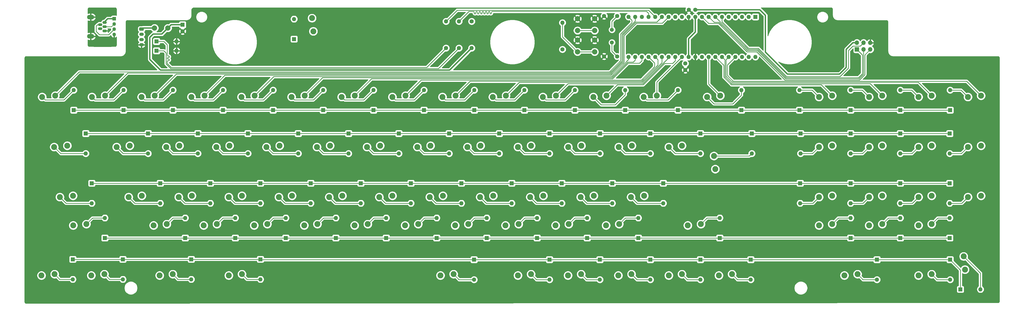
<source format=gtl>
G04 #@! TF.GenerationSoftware,KiCad,Pcbnew,5.1.6-c6e7f7d~87~ubuntu18.04.1*
G04 #@! TF.CreationDate,2020-08-05T12:54:41+02:00*
G04 #@! TF.ProjectId,m0116_usb,6d303131-365f-4757-9362-2e6b69636164,rev?*
G04 #@! TF.SameCoordinates,Original*
G04 #@! TF.FileFunction,Copper,L1,Top*
G04 #@! TF.FilePolarity,Positive*
%FSLAX46Y46*%
G04 Gerber Fmt 4.6, Leading zero omitted, Abs format (unit mm)*
G04 Created by KiCad (PCBNEW 5.1.6-c6e7f7d~87~ubuntu18.04.1) date 2020-08-05 12:54:41*
%MOMM*%
%LPD*%
G01*
G04 APERTURE LIST*
G04 #@! TA.AperFunction,ComponentPad*
%ADD10O,1.600000X1.600000*%
G04 #@! TD*
G04 #@! TA.AperFunction,ComponentPad*
%ADD11R,1.600000X1.600000*%
G04 #@! TD*
G04 #@! TA.AperFunction,ComponentPad*
%ADD12C,2.250000*%
G04 #@! TD*
G04 #@! TA.AperFunction,ComponentPad*
%ADD13O,1.750000X1.200000*%
G04 #@! TD*
G04 #@! TA.AperFunction,ComponentPad*
%ADD14C,1.500000*%
G04 #@! TD*
G04 #@! TA.AperFunction,ComponentPad*
%ADD15C,1.600000*%
G04 #@! TD*
G04 #@! TA.AperFunction,ComponentPad*
%ADD16O,1.350000X1.350000*%
G04 #@! TD*
G04 #@! TA.AperFunction,ComponentPad*
%ADD17R,1.350000X1.350000*%
G04 #@! TD*
G04 #@! TA.AperFunction,ComponentPad*
%ADD18O,1.650000X1.100000*%
G04 #@! TD*
G04 #@! TA.AperFunction,ComponentPad*
%ADD19O,2.700000X1.700000*%
G04 #@! TD*
G04 #@! TA.AperFunction,ComponentPad*
%ADD20O,1.700000X1.700000*%
G04 #@! TD*
G04 #@! TA.AperFunction,ComponentPad*
%ADD21R,1.700000X1.700000*%
G04 #@! TD*
G04 #@! TA.AperFunction,ComponentPad*
%ADD22C,2.000000*%
G04 #@! TD*
G04 #@! TA.AperFunction,ViaPad*
%ADD23C,0.800000*%
G04 #@! TD*
G04 #@! TA.AperFunction,Conductor*
%ADD24C,0.500000*%
G04 #@! TD*
G04 #@! TA.AperFunction,Conductor*
%ADD25C,0.250000*%
G04 #@! TD*
G04 #@! TA.AperFunction,Conductor*
%ADD26C,0.254000*%
G04 #@! TD*
G04 APERTURE END LIST*
D10*
G04 #@! TO.P,U1,40*
G04 #@! TO.N,row2*
X303276000Y-91744800D03*
G04 #@! TO.P,U1,20*
G04 #@! TO.N,col1*
X255016000Y-76504800D03*
G04 #@! TO.P,U1,39*
G04 #@! TO.N,row4*
X300736000Y-91744800D03*
G04 #@! TO.P,U1,19*
G04 #@! TO.N,col2*
X257556000Y-76504800D03*
G04 #@! TO.P,U1,38*
G04 #@! TO.N,row3*
X298196000Y-91744800D03*
G04 #@! TO.P,U1,18*
G04 #@! TO.N,boot*
X260096000Y-76504800D03*
G04 #@! TO.P,U1,37*
G04 #@! TO.N,col18*
X295656000Y-91744800D03*
G04 #@! TO.P,U1,17*
G04 #@! TO.N,D-*
X262636000Y-76504800D03*
G04 #@! TO.P,U1,36*
G04 #@! TO.N,col17*
X293116000Y-91744800D03*
G04 #@! TO.P,U1,16*
G04 #@! TO.N,D+*
X265176000Y-76504800D03*
G04 #@! TO.P,U1,35*
G04 #@! TO.N,col16*
X290576000Y-91744800D03*
G04 #@! TO.P,U1,15*
G04 #@! TO.N,col3*
X267716000Y-76504800D03*
G04 #@! TO.P,U1,34*
G04 #@! TO.N,col15*
X288036000Y-91744800D03*
G04 #@! TO.P,U1,14*
G04 #@! TO.N,col4*
X270256000Y-76504800D03*
G04 #@! TO.P,U1,33*
G04 #@! TO.N,col14*
X285496000Y-91744800D03*
G04 #@! TO.P,U1,13*
G04 #@! TO.N,Net-(C4-Pad1)*
X272796000Y-76504800D03*
G04 #@! TO.P,U1,32*
G04 #@! TO.N,Net-(U1-Pad32)*
X282956000Y-91744800D03*
G04 #@! TO.P,U1,12*
G04 #@! TO.N,Net-(C5-Pad1)*
X275336000Y-76504800D03*
G04 #@! TO.P,U1,31*
G04 #@! TO.N,GND*
X280416000Y-91744800D03*
G04 #@! TO.P,U1,11*
X277876000Y-76504800D03*
G04 #@! TO.P,U1,30*
G04 #@! TO.N,+5V*
X277876000Y-91744800D03*
G04 #@! TO.P,U1,10*
X280416000Y-76504800D03*
G04 #@! TO.P,U1,29*
G04 #@! TO.N,col13*
X275336000Y-91744800D03*
G04 #@! TO.P,U1,9*
G04 #@! TO.N,reset*
X282956000Y-76504800D03*
G04 #@! TO.P,U1,28*
G04 #@! TO.N,col12*
X272796000Y-91744800D03*
G04 #@! TO.P,U1,8*
G04 #@! TO.N,SCK*
X285496000Y-76504800D03*
G04 #@! TO.P,U1,27*
G04 #@! TO.N,col11*
X270256000Y-91744800D03*
G04 #@! TO.P,U1,7*
G04 #@! TO.N,MISO*
X288036000Y-76504800D03*
G04 #@! TO.P,U1,26*
G04 #@! TO.N,col10*
X267716000Y-91744800D03*
G04 #@! TO.P,U1,6*
G04 #@! TO.N,MOSI*
X290576000Y-76504800D03*
G04 #@! TO.P,U1,25*
G04 #@! TO.N,col9*
X265176000Y-91744800D03*
G04 #@! TO.P,U1,5*
G04 #@! TO.N,Net-(U1-Pad5)*
X293116000Y-76504800D03*
G04 #@! TO.P,U1,24*
G04 #@! TO.N,col8*
X262636000Y-91744800D03*
G04 #@! TO.P,U1,4*
G04 #@! TO.N,Net-(U1-Pad4)*
X295656000Y-76504800D03*
G04 #@! TO.P,U1,23*
G04 #@! TO.N,col7*
X260096000Y-91744800D03*
G04 #@! TO.P,U1,3*
G04 #@! TO.N,row1*
X298196000Y-76504800D03*
G04 #@! TO.P,U1,22*
G04 #@! TO.N,col6*
X257556000Y-91744800D03*
G04 #@! TO.P,U1,2*
G04 #@! TO.N,row0*
X300736000Y-76504800D03*
G04 #@! TO.P,U1,21*
G04 #@! TO.N,col5*
X255016000Y-91744800D03*
D11*
G04 #@! TO.P,U1,1*
G04 #@! TO.N,Net-(U1-Pad1)*
X303276000Y-76504800D03*
G04 #@! TD*
D12*
G04 #@! TO.P,MX14,1*
G04 #@! TO.N,col14*
X289901000Y-106489000D03*
G04 #@! TO.P,MX14,2*
G04 #@! TO.N,Net-(D16-Pad2)*
X284901000Y-106989000D03*
G04 #@! TD*
D13*
G04 #@! TO.P,J3,4*
G04 #@! TO.N,GND*
X69723000Y-87153000D03*
G04 #@! TO.P,J3,3*
G04 #@! TO.N,Net-(D2-Pad1)*
X69723000Y-85153000D03*
G04 #@! TO.P,J3,2*
G04 #@! TO.N,Net-(D1-Pad1)*
X69723000Y-83153000D03*
G04 #@! TO.P,J3,1*
G04 #@! TO.N,VCC*
G04 #@! TA.AperFunction,ComponentPad*
G36*
G01*
X69097999Y-80553000D02*
X70348001Y-80553000D01*
G75*
G02*
X70598000Y-80802999I0J-249999D01*
G01*
X70598000Y-81503001D01*
G75*
G02*
X70348001Y-81753000I-249999J0D01*
G01*
X69097999Y-81753000D01*
G75*
G02*
X68848000Y-81503001I0J249999D01*
G01*
X68848000Y-80802999D01*
G75*
G02*
X69097999Y-80553000I249999J0D01*
G01*
G37*
G04 #@! TD.AperFunction*
G04 #@! TD*
D14*
G04 #@! TO.P,XTAL1,2*
G04 #@! TO.N,Net-(C5-Pad1)*
X248666000Y-86287000D03*
G04 #@! TO.P,XTAL1,1*
G04 #@! TO.N,Net-(C4-Pad1)*
X248666000Y-81407000D03*
G04 #@! TD*
D15*
G04 #@! TO.P,C5,2*
G04 #@! TO.N,GND*
X245698000Y-91567000D03*
G04 #@! TO.P,C5,1*
G04 #@! TO.N,Net-(C5-Pad1)*
X250698000Y-91567000D03*
G04 #@! TD*
G04 #@! TO.P,C4,2*
G04 #@! TO.N,GND*
X245698000Y-76200000D03*
G04 #@! TO.P,C4,1*
G04 #@! TO.N,Net-(C4-Pad1)*
X250698000Y-76200000D03*
G04 #@! TD*
G04 #@! TO.P,C1,2*
G04 #@! TO.N,GND*
X85344000Y-82002000D03*
D11*
G04 #@! TO.P,C1,1*
G04 #@! TO.N,+5V*
X85344000Y-79502000D03*
G04 #@! TD*
D16*
G04 #@! TO.P,J2,4*
G04 #@! TO.N,GND*
X59309000Y-83216000D03*
G04 #@! TO.P,J2,3*
G04 #@! TO.N,Net-(J2-Pad3)*
X59309000Y-81216000D03*
G04 #@! TO.P,J2,2*
G04 #@! TO.N,Net-(J2-Pad2)*
X59309000Y-79216000D03*
D17*
G04 #@! TO.P,J2,1*
G04 #@! TO.N,VCC*
X59309000Y-77216000D03*
G04 #@! TD*
D18*
G04 #@! TO.P,USB1,1*
G04 #@! TO.N,VCC*
X55691000Y-78664000D03*
G04 #@! TO.P,USB1,2*
G04 #@! TO.N,Net-(J2-Pad3)*
X53991000Y-79464000D03*
G04 #@! TO.P,USB1,3*
G04 #@! TO.N,Net-(J2-Pad2)*
X55691000Y-80264000D03*
G04 #@! TO.P,USB1,4*
G04 #@! TO.N,Net-(USB1-Pad4)*
X53991000Y-81064000D03*
G04 #@! TO.P,USB1,5*
G04 #@! TO.N,GND*
X55691000Y-81864000D03*
D19*
G04 #@! TO.P,USB1,6*
X50391000Y-76614000D03*
X50391000Y-83914000D03*
G04 #@! TD*
D12*
G04 #@! TO.P,MX34,1*
G04 #@! TO.N,col16*
X351496000Y-125539000D03*
G04 #@! TO.P,MX34,2*
G04 #@! TO.N,Net-(D36-Pad2)*
X346496000Y-126039000D03*
G04 #@! TD*
G04 #@! TO.P,MX40,1*
G04 #@! TO.N,col4*
X107910000Y-144589000D03*
G04 #@! TO.P,MX40,2*
G04 #@! TO.N,Net-(D42-Pad2)*
X102910000Y-145089000D03*
G04 #@! TD*
D20*
G04 #@! TO.P,J1,6*
G04 #@! TO.N,GND*
X346964000Y-86360000D03*
G04 #@! TO.P,J1,5*
G04 #@! TO.N,reset*
X346964000Y-88900000D03*
G04 #@! TO.P,J1,4*
G04 #@! TO.N,MOSI*
X344424000Y-86360000D03*
G04 #@! TO.P,J1,3*
G04 #@! TO.N,SCK*
X344424000Y-88900000D03*
G04 #@! TO.P,J1,2*
G04 #@! TO.N,+5V*
X341884000Y-86360000D03*
D21*
G04 #@! TO.P,J1,1*
G04 #@! TO.N,MISO*
X341884000Y-88900000D03*
G04 #@! TD*
D12*
G04 #@! TO.P,MX1,1*
G04 #@! TO.N,col1*
X36917000Y-106489000D03*
G04 #@! TO.P,MX1,2*
G04 #@! TO.N,Net-(D3-Pad2)*
X31917000Y-106989000D03*
G04 #@! TD*
D11*
G04 #@! TO.P,D3,1*
G04 #@! TO.N,row0*
X43942000Y-112014000D03*
D10*
G04 #@! TO.P,D3,2*
G04 #@! TO.N,Net-(D3-Pad2)*
X43942000Y-104394000D03*
G04 #@! TD*
D15*
G04 #@! TO.P,R3,1*
G04 #@! TO.N,Net-(D1-Pad1)*
X185547000Y-88392000D03*
D10*
G04 #@! TO.P,R3,2*
G04 #@! TO.N,D+*
X185547000Y-78232000D03*
G04 #@! TD*
G04 #@! TO.P,D1,2*
G04 #@! TO.N,GND*
X83058000Y-85852000D03*
D11*
G04 #@! TO.P,D1,1*
G04 #@! TO.N,Net-(D1-Pad1)*
X75438000Y-85852000D03*
G04 #@! TD*
D10*
G04 #@! TO.P,D2,2*
G04 #@! TO.N,GND*
X83058000Y-89408000D03*
D11*
G04 #@! TO.P,D2,1*
G04 #@! TO.N,Net-(D2-Pad1)*
X75438000Y-89408000D03*
G04 #@! TD*
D12*
G04 #@! TO.P,MX62,1*
G04 #@! TO.N,col10*
X227243000Y-155893000D03*
G04 #@! TO.P,MX62,2*
G04 #@! TO.N,Net-(D64-Pad2)*
X232243000Y-155393000D03*
G04 #@! TD*
G04 #@! TO.P,MX64,1*
G04 #@! TO.N,col14*
X277535000Y-155893000D03*
G04 #@! TO.P,MX64,2*
G04 #@! TO.N,Net-(D66-Pad2)*
X282535000Y-155393000D03*
G04 #@! TD*
D10*
G04 #@! TO.P,D18,2*
G04 #@! TO.N,Net-(D18-Pad2)*
X339471000Y-104394000D03*
D11*
G04 #@! TO.P,D18,1*
G04 #@! TO.N,row0*
X339471000Y-112014000D03*
G04 #@! TD*
D12*
G04 #@! TO.P,MX3,1*
G04 #@! TO.N,col3*
X74763000Y-106489000D03*
G04 #@! TO.P,MX3,2*
G04 #@! TO.N,Net-(D5-Pad2)*
X69763000Y-106989000D03*
G04 #@! TD*
G04 #@! TO.P,MX72,1*
G04 #@! TO.N,col6*
X135065000Y-82002000D03*
G04 #@! TO.P,MX72,2*
G04 #@! TO.N,Net-(D74-Pad2)*
X134565000Y-77002000D03*
G04 #@! TD*
G04 #@! TO.P,MX81,1*
G04 #@! TO.N,col18*
X382969000Y-172680000D03*
G04 #@! TO.P,MX81,2*
G04 #@! TO.N,Net-(D83-Pad2)*
X382469000Y-167680000D03*
G04 #@! TD*
G04 #@! TO.P,MX80,1*
G04 #@! TO.N,col17*
X365292000Y-174943000D03*
G04 #@! TO.P,MX80,2*
G04 #@! TO.N,Net-(D82-Pad2)*
X370292000Y-174443000D03*
G04 #@! TD*
G04 #@! TO.P,MX79,1*
G04 #@! TO.N,col15*
X337098000Y-174943000D03*
G04 #@! TO.P,MX79,2*
G04 #@! TO.N,Net-(D81-Pad2)*
X342098000Y-174443000D03*
G04 #@! TD*
G04 #@! TO.P,MX78,1*
G04 #@! TO.N,col14*
X289346000Y-174943000D03*
G04 #@! TO.P,MX78,2*
G04 #@! TO.N,Net-(D80-Pad2)*
X294346000Y-174443000D03*
G04 #@! TD*
G04 #@! TO.P,MX77,1*
G04 #@! TO.N,col12*
X270296000Y-174943000D03*
G04 #@! TO.P,MX77,2*
G04 #@! TO.N,Net-(D79-Pad2)*
X275296000Y-174443000D03*
G04 #@! TD*
G04 #@! TO.P,MX76,1*
G04 #@! TO.N,col11*
X251119000Y-174943000D03*
G04 #@! TO.P,MX76,2*
G04 #@! TO.N,Net-(D78-Pad2)*
X256119000Y-174443000D03*
G04 #@! TD*
G04 #@! TO.P,MX75,1*
G04 #@! TO.N,col10*
X231942000Y-174943000D03*
G04 #@! TO.P,MX75,2*
G04 #@! TO.N,Net-(D77-Pad2)*
X236942000Y-174443000D03*
G04 #@! TD*
G04 #@! TO.P,MX74,1*
G04 #@! TO.N,col9*
X212892000Y-174943000D03*
G04 #@! TO.P,MX74,2*
G04 #@! TO.N,Net-(D76-Pad2)*
X217892000Y-174443000D03*
G04 #@! TD*
G04 #@! TO.P,MX73,1*
G04 #@! TO.N,col8*
X183428000Y-174943000D03*
G04 #@! TO.P,MX73,2*
G04 #@! TO.N,Net-(D75-Pad2)*
X188428000Y-174443000D03*
G04 #@! TD*
G04 #@! TO.P,MX71,1*
G04 #@! TO.N,col4*
X102910000Y-174943000D03*
G04 #@! TO.P,MX71,2*
G04 #@! TO.N,Net-(D73-Pad2)*
X107910000Y-174443000D03*
G04 #@! TD*
G04 #@! TO.P,MX70,1*
G04 #@! TO.N,col3*
X76621000Y-174943000D03*
G04 #@! TO.P,MX70,2*
G04 #@! TO.N,Net-(D72-Pad2)*
X81621000Y-174443000D03*
G04 #@! TD*
G04 #@! TO.P,MX69,1*
G04 #@! TO.N,col2*
X50586000Y-174943000D03*
G04 #@! TO.P,MX69,2*
G04 #@! TO.N,Net-(D71-Pad2)*
X55586000Y-174443000D03*
G04 #@! TD*
G04 #@! TO.P,MX68,1*
G04 #@! TO.N,col1*
X31663000Y-174943000D03*
G04 #@! TO.P,MX68,2*
G04 #@! TO.N,Net-(D70-Pad2)*
X36663000Y-174443000D03*
G04 #@! TD*
G04 #@! TO.P,MX67,1*
G04 #@! TO.N,col17*
X365292000Y-155893000D03*
G04 #@! TO.P,MX67,2*
G04 #@! TO.N,Net-(D69-Pad2)*
X370292000Y-155393000D03*
G04 #@! TD*
G04 #@! TO.P,MX66,1*
G04 #@! TO.N,col16*
X346496000Y-155893000D03*
G04 #@! TO.P,MX66,2*
G04 #@! TO.N,Net-(D68-Pad2)*
X351496000Y-155393000D03*
G04 #@! TD*
G04 #@! TO.P,MX65,1*
G04 #@! TO.N,col15*
X327446000Y-155893000D03*
G04 #@! TO.P,MX65,2*
G04 #@! TO.N,Net-(D67-Pad2)*
X332446000Y-155393000D03*
G04 #@! TD*
G04 #@! TO.P,MX63,1*
G04 #@! TO.N,col11*
X246420000Y-155893000D03*
G04 #@! TO.P,MX63,2*
G04 #@! TO.N,Net-(D65-Pad2)*
X251420000Y-155393000D03*
G04 #@! TD*
G04 #@! TO.P,MX61,1*
G04 #@! TO.N,col9*
X208193000Y-155893000D03*
G04 #@! TO.P,MX61,2*
G04 #@! TO.N,Net-(D63-Pad2)*
X213193000Y-155393000D03*
G04 #@! TD*
G04 #@! TO.P,MX60,1*
G04 #@! TO.N,col8*
X189016000Y-155893000D03*
G04 #@! TO.P,MX60,2*
G04 #@! TO.N,Net-(D62-Pad2)*
X194016000Y-155393000D03*
G04 #@! TD*
G04 #@! TO.P,MX59,1*
G04 #@! TO.N,col7*
X169966000Y-155893000D03*
G04 #@! TO.P,MX59,2*
G04 #@! TO.N,Net-(D61-Pad2)*
X174966000Y-155393000D03*
G04 #@! TD*
G04 #@! TO.P,MX58,1*
G04 #@! TO.N,col6*
X150789000Y-155893000D03*
G04 #@! TO.P,MX58,2*
G04 #@! TO.N,Net-(D60-Pad2)*
X155789000Y-155393000D03*
G04 #@! TD*
G04 #@! TO.P,MX57,1*
G04 #@! TO.N,col5*
X131612000Y-155893000D03*
G04 #@! TO.P,MX57,2*
G04 #@! TO.N,Net-(D59-Pad2)*
X136612000Y-155393000D03*
G04 #@! TD*
G04 #@! TO.P,MX56,1*
G04 #@! TO.N,col4*
X112562000Y-155893000D03*
G04 #@! TO.P,MX56,2*
G04 #@! TO.N,Net-(D58-Pad2)*
X117562000Y-155393000D03*
G04 #@! TD*
G04 #@! TO.P,MX55,1*
G04 #@! TO.N,col3*
X93385000Y-155893000D03*
G04 #@! TO.P,MX55,2*
G04 #@! TO.N,Net-(D57-Pad2)*
X98385000Y-155393000D03*
G04 #@! TD*
G04 #@! TO.P,MX54,1*
G04 #@! TO.N,col2*
X74335000Y-155893000D03*
G04 #@! TO.P,MX54,2*
G04 #@! TO.N,Net-(D56-Pad2)*
X79335000Y-155393000D03*
G04 #@! TD*
G04 #@! TO.P,MX53,1*
G04 #@! TO.N,col1*
X43728000Y-155893000D03*
G04 #@! TO.P,MX53,2*
G04 #@! TO.N,Net-(D55-Pad2)*
X48728000Y-155393000D03*
G04 #@! TD*
G04 #@! TO.P,MX52,1*
G04 #@! TO.N,col18*
X389088000Y-144589000D03*
G04 #@! TO.P,MX52,2*
G04 #@! TO.N,Net-(D54-Pad2)*
X384088000Y-145089000D03*
G04 #@! TD*
G04 #@! TO.P,MX51,1*
G04 #@! TO.N,col17*
X370292000Y-144589000D03*
G04 #@! TO.P,MX51,2*
G04 #@! TO.N,Net-(D53-Pad2)*
X365292000Y-145089000D03*
G04 #@! TD*
G04 #@! TO.P,MX50,1*
G04 #@! TO.N,col16*
X351496000Y-144589000D03*
G04 #@! TO.P,MX50,2*
G04 #@! TO.N,Net-(D52-Pad2)*
X346496000Y-145089000D03*
G04 #@! TD*
G04 #@! TO.P,MX49,1*
G04 #@! TO.N,col15*
X332446000Y-144589000D03*
G04 #@! TO.P,MX49,2*
G04 #@! TO.N,Net-(D51-Pad2)*
X327446000Y-145089000D03*
G04 #@! TD*
G04 #@! TO.P,MX48,1*
G04 #@! TO.N,col12*
X260945000Y-144589000D03*
G04 #@! TO.P,MX48,2*
G04 #@! TO.N,Net-(D50-Pad2)*
X255945000Y-145089000D03*
G04 #@! TD*
G04 #@! TO.P,MX47,1*
G04 #@! TO.N,col11*
X241768000Y-144589000D03*
G04 #@! TO.P,MX47,2*
G04 #@! TO.N,Net-(D49-Pad2)*
X236768000Y-145089000D03*
G04 #@! TD*
G04 #@! TO.P,MX46,1*
G04 #@! TO.N,col10*
X222591000Y-144589000D03*
G04 #@! TO.P,MX46,2*
G04 #@! TO.N,Net-(D48-Pad2)*
X217591000Y-145089000D03*
G04 #@! TD*
G04 #@! TO.P,MX45,1*
G04 #@! TO.N,col9*
X203541000Y-144589000D03*
G04 #@! TO.P,MX45,2*
G04 #@! TO.N,Net-(D47-Pad2)*
X198541000Y-145089000D03*
G04 #@! TD*
G04 #@! TO.P,MX44,1*
G04 #@! TO.N,col8*
X184364000Y-144589000D03*
G04 #@! TO.P,MX44,2*
G04 #@! TO.N,Net-(D46-Pad2)*
X179364000Y-145089000D03*
G04 #@! TD*
G04 #@! TO.P,MX43,1*
G04 #@! TO.N,col7*
X165187000Y-144589000D03*
G04 #@! TO.P,MX43,2*
G04 #@! TO.N,Net-(D45-Pad2)*
X160187000Y-145089000D03*
G04 #@! TD*
G04 #@! TO.P,MX42,1*
G04 #@! TO.N,col6*
X146137000Y-144589000D03*
G04 #@! TO.P,MX42,2*
G04 #@! TO.N,Net-(D44-Pad2)*
X141137000Y-145089000D03*
G04 #@! TD*
G04 #@! TO.P,MX41,1*
G04 #@! TO.N,col5*
X126960000Y-144589000D03*
G04 #@! TO.P,MX41,2*
G04 #@! TO.N,Net-(D43-Pad2)*
X121960000Y-145089000D03*
G04 #@! TD*
G04 #@! TO.P,MX39,1*
G04 #@! TO.N,col3*
X88860000Y-144589000D03*
G04 #@! TO.P,MX39,2*
G04 #@! TO.N,Net-(D41-Pad2)*
X83860000Y-145089000D03*
G04 #@! TD*
G04 #@! TO.P,MX38,1*
G04 #@! TO.N,col2*
X69810000Y-144589000D03*
G04 #@! TO.P,MX38,2*
G04 #@! TO.N,Net-(D40-Pad2)*
X64810000Y-145089000D03*
G04 #@! TD*
G04 #@! TO.P,MX37,1*
G04 #@! TO.N,col1*
X43648000Y-144589000D03*
G04 #@! TO.P,MX37,2*
G04 #@! TO.N,Net-(D39-Pad2)*
X38648000Y-145089000D03*
G04 #@! TD*
G04 #@! TO.P,MX36,1*
G04 #@! TO.N,col18*
X389088000Y-125539000D03*
G04 #@! TO.P,MX36,2*
G04 #@! TO.N,Net-(D38-Pad2)*
X384088000Y-126039000D03*
G04 #@! TD*
G04 #@! TO.P,MX35,1*
G04 #@! TO.N,col17*
X370292000Y-125539000D03*
G04 #@! TO.P,MX35,2*
G04 #@! TO.N,Net-(D37-Pad2)*
X365292000Y-126039000D03*
G04 #@! TD*
G04 #@! TO.P,MX33,1*
G04 #@! TO.N,col15*
X332446000Y-125539000D03*
G04 #@! TO.P,MX33,2*
G04 #@! TO.N,Net-(D35-Pad2)*
X327446000Y-126039000D03*
G04 #@! TD*
G04 #@! TO.P,MX32,1*
G04 #@! TO.N,col14*
X287973000Y-134453000D03*
G04 #@! TO.P,MX32,2*
G04 #@! TO.N,Net-(D34-Pad2)*
X287473000Y-129453000D03*
G04 #@! TD*
G04 #@! TO.P,MX31,1*
G04 #@! TO.N,col13*
X275296000Y-125539000D03*
G04 #@! TO.P,MX31,2*
G04 #@! TO.N,Net-(D33-Pad2)*
X270296000Y-126039000D03*
G04 #@! TD*
G04 #@! TO.P,MX30,1*
G04 #@! TO.N,col12*
X256246000Y-125539000D03*
G04 #@! TO.P,MX30,2*
G04 #@! TO.N,Net-(D32-Pad2)*
X251246000Y-126039000D03*
G04 #@! TD*
G04 #@! TO.P,MX29,1*
G04 #@! TO.N,col11*
X237069000Y-125539000D03*
G04 #@! TO.P,MX29,2*
G04 #@! TO.N,Net-(D31-Pad2)*
X232069000Y-126039000D03*
G04 #@! TD*
G04 #@! TO.P,MX28,1*
G04 #@! TO.N,col10*
X217892000Y-125539000D03*
G04 #@! TO.P,MX28,2*
G04 #@! TO.N,Net-(D30-Pad2)*
X212892000Y-126039000D03*
G04 #@! TD*
G04 #@! TO.P,MX27,1*
G04 #@! TO.N,col9*
X198715000Y-125539000D03*
G04 #@! TO.P,MX27,2*
G04 #@! TO.N,Net-(D29-Pad2)*
X193715000Y-126039000D03*
G04 #@! TD*
G04 #@! TO.P,MX26,1*
G04 #@! TO.N,col8*
X179665000Y-125539000D03*
G04 #@! TO.P,MX26,2*
G04 #@! TO.N,Net-(D28-Pad2)*
X174665000Y-126039000D03*
G04 #@! TD*
G04 #@! TO.P,MX25,1*
G04 #@! TO.N,col7*
X160488000Y-125539000D03*
G04 #@! TO.P,MX25,2*
G04 #@! TO.N,Net-(D27-Pad2)*
X155488000Y-126039000D03*
G04 #@! TD*
G04 #@! TO.P,MX24,1*
G04 #@! TO.N,col6*
X141438000Y-125539000D03*
G04 #@! TO.P,MX24,2*
G04 #@! TO.N,Net-(D26-Pad2)*
X136438000Y-126039000D03*
G04 #@! TD*
G04 #@! TO.P,MX23,1*
G04 #@! TO.N,col5*
X122261000Y-125539000D03*
G04 #@! TO.P,MX23,2*
G04 #@! TO.N,Net-(D25-Pad2)*
X117261000Y-126039000D03*
G04 #@! TD*
G04 #@! TO.P,MX22,1*
G04 #@! TO.N,col4*
X103211000Y-125539000D03*
G04 #@! TO.P,MX22,2*
G04 #@! TO.N,Net-(D24-Pad2)*
X98211000Y-126039000D03*
G04 #@! TD*
G04 #@! TO.P,MX21,1*
G04 #@! TO.N,col3*
X84161000Y-125539000D03*
G04 #@! TO.P,MX21,2*
G04 #@! TO.N,Net-(D23-Pad2)*
X79161000Y-126039000D03*
G04 #@! TD*
G04 #@! TO.P,MX20,1*
G04 #@! TO.N,col2*
X65238000Y-125539000D03*
G04 #@! TO.P,MX20,2*
G04 #@! TO.N,Net-(D22-Pad2)*
X60238000Y-126039000D03*
G04 #@! TD*
G04 #@! TO.P,MX19,1*
G04 #@! TO.N,col1*
X41489000Y-125539000D03*
G04 #@! TO.P,MX19,2*
G04 #@! TO.N,Net-(D21-Pad2)*
X36489000Y-126039000D03*
G04 #@! TD*
G04 #@! TO.P,MX18,1*
G04 #@! TO.N,col18*
X389088000Y-106489000D03*
G04 #@! TO.P,MX18,2*
G04 #@! TO.N,Net-(D20-Pad2)*
X384088000Y-106989000D03*
G04 #@! TD*
G04 #@! TO.P,MX17,1*
G04 #@! TO.N,col17*
X370292000Y-106489000D03*
G04 #@! TO.P,MX17,2*
G04 #@! TO.N,Net-(D19-Pad2)*
X365292000Y-106989000D03*
G04 #@! TD*
G04 #@! TO.P,MX16,1*
G04 #@! TO.N,col16*
X351496000Y-106489000D03*
G04 #@! TO.P,MX16,2*
G04 #@! TO.N,Net-(D18-Pad2)*
X346496000Y-106989000D03*
G04 #@! TD*
G04 #@! TO.P,MX15,1*
G04 #@! TO.N,col15*
X332446000Y-106489000D03*
G04 #@! TO.P,MX15,2*
G04 #@! TO.N,Net-(D17-Pad2)*
X327446000Y-106989000D03*
G04 #@! TD*
G04 #@! TO.P,MX13,1*
G04 #@! TO.N,col13*
X265771000Y-106489000D03*
G04 #@! TO.P,MX13,2*
G04 #@! TO.N,Net-(D15-Pad2)*
X260771000Y-106989000D03*
G04 #@! TD*
G04 #@! TO.P,MX12,1*
G04 #@! TO.N,col12*
X246594000Y-106489000D03*
G04 #@! TO.P,MX12,2*
G04 #@! TO.N,Net-(D14-Pad2)*
X241594000Y-106989000D03*
G04 #@! TD*
G04 #@! TO.P,MX11,1*
G04 #@! TO.N,col11*
X227417000Y-106489000D03*
G04 #@! TO.P,MX11,2*
G04 #@! TO.N,Net-(D13-Pad2)*
X222417000Y-106989000D03*
G04 #@! TD*
G04 #@! TO.P,MX10,1*
G04 #@! TO.N,col10*
X208367000Y-106489000D03*
G04 #@! TO.P,MX10,2*
G04 #@! TO.N,Net-(D12-Pad2)*
X203367000Y-106989000D03*
G04 #@! TD*
G04 #@! TO.P,MX9,1*
G04 #@! TO.N,col9*
X189190000Y-106489000D03*
G04 #@! TO.P,MX9,2*
G04 #@! TO.N,Net-(D11-Pad2)*
X184190000Y-106989000D03*
G04 #@! TD*
G04 #@! TO.P,MX8,1*
G04 #@! TO.N,col8*
X170140000Y-106489000D03*
G04 #@! TO.P,MX8,2*
G04 #@! TO.N,Net-(D10-Pad2)*
X165140000Y-106989000D03*
G04 #@! TD*
G04 #@! TO.P,MX7,1*
G04 #@! TO.N,col7*
X150836000Y-106489000D03*
G04 #@! TO.P,MX7,2*
G04 #@! TO.N,Net-(D9-Pad2)*
X145836000Y-106989000D03*
G04 #@! TD*
G04 #@! TO.P,MX6,1*
G04 #@! TO.N,col6*
X131786000Y-106489000D03*
G04 #@! TO.P,MX6,2*
G04 #@! TO.N,Net-(D8-Pad2)*
X126786000Y-106989000D03*
G04 #@! TD*
G04 #@! TO.P,MX5,1*
G04 #@! TO.N,col5*
X112736000Y-106489000D03*
G04 #@! TO.P,MX5,2*
G04 #@! TO.N,Net-(D7-Pad2)*
X107736000Y-106989000D03*
G04 #@! TD*
G04 #@! TO.P,MX4,1*
G04 #@! TO.N,col4*
X93686000Y-106489000D03*
G04 #@! TO.P,MX4,2*
G04 #@! TO.N,Net-(D6-Pad2)*
X88686000Y-106989000D03*
G04 #@! TD*
G04 #@! TO.P,MX2,1*
G04 #@! TO.N,col2*
X55840000Y-106489000D03*
G04 #@! TO.P,MX2,2*
G04 #@! TO.N,Net-(D4-Pad2)*
X50840000Y-106989000D03*
G04 #@! TD*
D22*
G04 #@! TO.P,Reset,1*
G04 #@! TO.N,GND*
X242085000Y-85344000D03*
G04 #@! TO.P,Reset,2*
G04 #@! TO.N,reset*
X242085000Y-89844000D03*
G04 #@! TO.P,Reset,1*
G04 #@! TO.N,GND*
X235585000Y-85344000D03*
G04 #@! TO.P,Reset,2*
G04 #@! TO.N,reset*
X235585000Y-89844000D03*
G04 #@! TD*
D10*
G04 #@! TO.P,R2,2*
G04 #@! TO.N,+5V*
X195326000Y-88392000D03*
D15*
G04 #@! TO.P,R2,1*
G04 #@! TO.N,Net-(D2-Pad1)*
X195326000Y-78232000D03*
G04 #@! TD*
G04 #@! TO.P,R4,1*
G04 #@! TO.N,Net-(D2-Pad1)*
X190500000Y-88392000D03*
D10*
G04 #@! TO.P,R4,2*
G04 #@! TO.N,D-*
X190500000Y-78232000D03*
G04 #@! TD*
G04 #@! TO.P,R1,2*
G04 #@! TO.N,reset*
X229870000Y-78740000D03*
D15*
G04 #@! TO.P,R1,1*
G04 #@! TO.N,+5V*
X229870000Y-88900000D03*
G04 #@! TD*
D22*
G04 #@! TO.P,F1,2*
G04 #@! TO.N,VCC*
X74676000Y-80762000D03*
G04 #@! TO.P,F1,1*
G04 #@! TO.N,+5V*
X79756000Y-80772000D03*
G04 #@! TD*
D10*
G04 #@! TO.P,D74,2*
G04 #@! TO.N,Net-(D74-Pad2)*
X127762000Y-77343000D03*
D11*
G04 #@! TO.P,D74,1*
G04 #@! TO.N,row4*
X127762000Y-84963000D03*
G04 #@! TD*
D10*
G04 #@! TO.P,D83,2*
G04 #@! TO.N,Net-(D83-Pad2)*
X388874000Y-180213000D03*
D11*
G04 #@! TO.P,D83,1*
G04 #@! TO.N,row4*
X381254000Y-180213000D03*
G04 #@! TD*
D10*
G04 #@! TO.P,D82,2*
G04 #@! TO.N,Net-(D82-Pad2)*
X377317000Y-176530000D03*
D11*
G04 #@! TO.P,D82,1*
G04 #@! TO.N,row4*
X377317000Y-168910000D03*
G04 #@! TD*
D10*
G04 #@! TO.P,D81,2*
G04 #@! TO.N,Net-(D81-Pad2)*
X349504000Y-176530000D03*
D11*
G04 #@! TO.P,D81,1*
G04 #@! TO.N,row4*
X349504000Y-168910000D03*
G04 #@! TD*
D10*
G04 #@! TO.P,D80,2*
G04 #@! TO.N,Net-(D80-Pad2)*
X301498000Y-176530000D03*
D11*
G04 #@! TO.P,D80,1*
G04 #@! TO.N,row4*
X301498000Y-168910000D03*
G04 #@! TD*
D10*
G04 #@! TO.P,D79,2*
G04 #@! TO.N,Net-(D79-Pad2)*
X282321000Y-176530000D03*
D11*
G04 #@! TO.P,D79,1*
G04 #@! TO.N,row4*
X282321000Y-168910000D03*
G04 #@! TD*
D10*
G04 #@! TO.P,D78,2*
G04 #@! TO.N,Net-(D78-Pad2)*
X263271000Y-176530000D03*
D11*
G04 #@! TO.P,D78,1*
G04 #@! TO.N,row4*
X263271000Y-168910000D03*
G04 #@! TD*
D10*
G04 #@! TO.P,D77,2*
G04 #@! TO.N,Net-(D77-Pad2)*
X244094000Y-176530000D03*
D11*
G04 #@! TO.P,D77,1*
G04 #@! TO.N,row4*
X244094000Y-168910000D03*
G04 #@! TD*
D10*
G04 #@! TO.P,D76,2*
G04 #@! TO.N,Net-(D76-Pad2)*
X224917000Y-176530000D03*
D11*
G04 #@! TO.P,D76,1*
G04 #@! TO.N,row4*
X224917000Y-168910000D03*
G04 #@! TD*
D10*
G04 #@! TO.P,D75,2*
G04 #@! TO.N,Net-(D75-Pad2)*
X196215000Y-176530000D03*
D11*
G04 #@! TO.P,D75,1*
G04 #@! TO.N,row4*
X196215000Y-168910000D03*
G04 #@! TD*
D10*
G04 #@! TO.P,D73,2*
G04 #@! TO.N,Net-(D73-Pad2)*
X114935000Y-176403000D03*
D11*
G04 #@! TO.P,D73,1*
G04 #@! TO.N,row4*
X114935000Y-168783000D03*
G04 #@! TD*
D10*
G04 #@! TO.P,D72,2*
G04 #@! TO.N,Net-(D72-Pad2)*
X88646000Y-176403000D03*
D11*
G04 #@! TO.P,D72,1*
G04 #@! TO.N,row4*
X88646000Y-168783000D03*
G04 #@! TD*
D10*
G04 #@! TO.P,D71,2*
G04 #@! TO.N,Net-(D71-Pad2)*
X62611000Y-176403000D03*
D11*
G04 #@! TO.P,D71,1*
G04 #@! TO.N,row4*
X62611000Y-168783000D03*
G04 #@! TD*
D10*
G04 #@! TO.P,D70,2*
G04 #@! TO.N,Net-(D70-Pad2)*
X43561000Y-176403000D03*
D11*
G04 #@! TO.P,D70,1*
G04 #@! TO.N,row4*
X43561000Y-168783000D03*
G04 #@! TD*
D10*
G04 #@! TO.P,D69,2*
G04 #@! TO.N,Net-(D69-Pad2)*
X377190000Y-153035000D03*
D11*
G04 #@! TO.P,D69,1*
G04 #@! TO.N,row3*
X377190000Y-160655000D03*
G04 #@! TD*
D10*
G04 #@! TO.P,D68,2*
G04 #@! TO.N,Net-(D68-Pad2)*
X358394000Y-153035000D03*
D11*
G04 #@! TO.P,D68,1*
G04 #@! TO.N,row3*
X358394000Y-160655000D03*
G04 #@! TD*
D10*
G04 #@! TO.P,D67,2*
G04 #@! TO.N,Net-(D67-Pad2)*
X339471000Y-153035000D03*
D11*
G04 #@! TO.P,D67,1*
G04 #@! TO.N,row3*
X339471000Y-160655000D03*
G04 #@! TD*
D10*
G04 #@! TO.P,D66,2*
G04 #@! TO.N,Net-(D66-Pad2)*
X289687000Y-153035000D03*
D11*
G04 #@! TO.P,D66,1*
G04 #@! TO.N,row3*
X289687000Y-160655000D03*
G04 #@! TD*
D10*
G04 #@! TO.P,D65,2*
G04 #@! TO.N,Net-(D65-Pad2)*
X258699000Y-153035000D03*
D11*
G04 #@! TO.P,D65,1*
G04 #@! TO.N,row3*
X258699000Y-160655000D03*
G04 #@! TD*
D10*
G04 #@! TO.P,D64,2*
G04 #@! TO.N,Net-(D64-Pad2)*
X239268000Y-153035000D03*
D11*
G04 #@! TO.P,D64,1*
G04 #@! TO.N,row3*
X239268000Y-160655000D03*
G04 #@! TD*
D10*
G04 #@! TO.P,D63,2*
G04 #@! TO.N,Net-(D63-Pad2)*
X220218000Y-153035000D03*
D11*
G04 #@! TO.P,D63,1*
G04 #@! TO.N,row3*
X220218000Y-160655000D03*
G04 #@! TD*
D10*
G04 #@! TO.P,D62,2*
G04 #@! TO.N,Net-(D62-Pad2)*
X201041000Y-153035000D03*
D11*
G04 #@! TO.P,D62,1*
G04 #@! TO.N,row3*
X201041000Y-160655000D03*
G04 #@! TD*
D10*
G04 #@! TO.P,D61,2*
G04 #@! TO.N,Net-(D61-Pad2)*
X181991000Y-153035000D03*
D11*
G04 #@! TO.P,D61,1*
G04 #@! TO.N,row3*
X181991000Y-160655000D03*
G04 #@! TD*
D10*
G04 #@! TO.P,D60,2*
G04 #@! TO.N,Net-(D60-Pad2)*
X162814000Y-153035000D03*
D11*
G04 #@! TO.P,D60,1*
G04 #@! TO.N,row3*
X162814000Y-160655000D03*
G04 #@! TD*
D10*
G04 #@! TO.P,D59,2*
G04 #@! TO.N,Net-(D59-Pad2)*
X143637000Y-153035000D03*
D11*
G04 #@! TO.P,D59,1*
G04 #@! TO.N,row3*
X143637000Y-160655000D03*
G04 #@! TD*
D10*
G04 #@! TO.P,D58,2*
G04 #@! TO.N,Net-(D58-Pad2)*
X124587000Y-153035000D03*
D11*
G04 #@! TO.P,D58,1*
G04 #@! TO.N,row3*
X124587000Y-160655000D03*
G04 #@! TD*
D10*
G04 #@! TO.P,D57,2*
G04 #@! TO.N,Net-(D57-Pad2)*
X105410000Y-153035000D03*
D11*
G04 #@! TO.P,D57,1*
G04 #@! TO.N,row3*
X105410000Y-160655000D03*
G04 #@! TD*
D10*
G04 #@! TO.P,D56,2*
G04 #@! TO.N,Net-(D56-Pad2)*
X86360000Y-153035000D03*
D11*
G04 #@! TO.P,D56,1*
G04 #@! TO.N,row3*
X86360000Y-160655000D03*
G04 #@! TD*
D10*
G04 #@! TO.P,D55,2*
G04 #@! TO.N,Net-(D55-Pad2)*
X55753000Y-153035000D03*
D11*
G04 #@! TO.P,D55,1*
G04 #@! TO.N,row3*
X55753000Y-160655000D03*
G04 #@! TD*
D10*
G04 #@! TO.P,D54,2*
G04 #@! TO.N,Net-(D54-Pad2)*
X377190000Y-147447000D03*
D11*
G04 #@! TO.P,D54,1*
G04 #@! TO.N,row2*
X377190000Y-139827000D03*
G04 #@! TD*
D10*
G04 #@! TO.P,D53,2*
G04 #@! TO.N,Net-(D53-Pad2)*
X358394000Y-147447000D03*
D11*
G04 #@! TO.P,D53,1*
G04 #@! TO.N,row2*
X358394000Y-139827000D03*
G04 #@! TD*
D10*
G04 #@! TO.P,D52,2*
G04 #@! TO.N,Net-(D52-Pad2)*
X339471000Y-147447000D03*
D11*
G04 #@! TO.P,D52,1*
G04 #@! TO.N,row2*
X339471000Y-139827000D03*
G04 #@! TD*
D10*
G04 #@! TO.P,D51,2*
G04 #@! TO.N,Net-(D51-Pad2)*
X320294000Y-147447000D03*
D11*
G04 #@! TO.P,D51,1*
G04 #@! TO.N,row2*
X320294000Y-139827000D03*
G04 #@! TD*
D10*
G04 #@! TO.P,D50,2*
G04 #@! TO.N,Net-(D50-Pad2)*
X268224000Y-147447000D03*
D11*
G04 #@! TO.P,D50,1*
G04 #@! TO.N,row2*
X268224000Y-139827000D03*
G04 #@! TD*
D10*
G04 #@! TO.P,D49,2*
G04 #@! TO.N,Net-(D49-Pad2)*
X248793000Y-147447000D03*
D11*
G04 #@! TO.P,D49,1*
G04 #@! TO.N,row2*
X248793000Y-139827000D03*
G04 #@! TD*
D10*
G04 #@! TO.P,D48,2*
G04 #@! TO.N,Net-(D48-Pad2)*
X229616000Y-147447000D03*
D11*
G04 #@! TO.P,D48,1*
G04 #@! TO.N,row2*
X229616000Y-139827000D03*
G04 #@! TD*
D10*
G04 #@! TO.P,D47,2*
G04 #@! TO.N,Net-(D47-Pad2)*
X210566000Y-147447000D03*
D11*
G04 #@! TO.P,D47,1*
G04 #@! TO.N,row2*
X210566000Y-139827000D03*
G04 #@! TD*
D10*
G04 #@! TO.P,D46,2*
G04 #@! TO.N,Net-(D46-Pad2)*
X191389000Y-147447000D03*
D11*
G04 #@! TO.P,D46,1*
G04 #@! TO.N,row2*
X191389000Y-139827000D03*
G04 #@! TD*
D10*
G04 #@! TO.P,D45,2*
G04 #@! TO.N,Net-(D45-Pad2)*
X172212000Y-147447000D03*
D11*
G04 #@! TO.P,D45,1*
G04 #@! TO.N,row2*
X172212000Y-139827000D03*
G04 #@! TD*
D10*
G04 #@! TO.P,D44,2*
G04 #@! TO.N,Net-(D44-Pad2)*
X153162000Y-147447000D03*
D11*
G04 #@! TO.P,D44,1*
G04 #@! TO.N,row2*
X153162000Y-139827000D03*
G04 #@! TD*
D10*
G04 #@! TO.P,D43,2*
G04 #@! TO.N,Net-(D43-Pad2)*
X134112000Y-147447000D03*
D11*
G04 #@! TO.P,D43,1*
G04 #@! TO.N,row2*
X134112000Y-139827000D03*
G04 #@! TD*
D10*
G04 #@! TO.P,D42,2*
G04 #@! TO.N,Net-(D42-Pad2)*
X114935000Y-147447000D03*
D11*
G04 #@! TO.P,D42,1*
G04 #@! TO.N,row2*
X114935000Y-139827000D03*
G04 #@! TD*
D10*
G04 #@! TO.P,D41,2*
G04 #@! TO.N,Net-(D41-Pad2)*
X95885000Y-147447000D03*
D11*
G04 #@! TO.P,D41,1*
G04 #@! TO.N,row2*
X95885000Y-139827000D03*
G04 #@! TD*
D10*
G04 #@! TO.P,D40,2*
G04 #@! TO.N,Net-(D40-Pad2)*
X76835000Y-147447000D03*
D11*
G04 #@! TO.P,D40,1*
G04 #@! TO.N,row2*
X76835000Y-139827000D03*
G04 #@! TD*
D10*
G04 #@! TO.P,D39,2*
G04 #@! TO.N,Net-(D39-Pad2)*
X50800000Y-147447000D03*
D11*
G04 #@! TO.P,D39,1*
G04 #@! TO.N,row2*
X50800000Y-139827000D03*
G04 #@! TD*
D10*
G04 #@! TO.P,D38,2*
G04 #@! TO.N,Net-(D38-Pad2)*
X377190000Y-128524000D03*
D11*
G04 #@! TO.P,D38,1*
G04 #@! TO.N,row1*
X377190000Y-120904000D03*
G04 #@! TD*
D10*
G04 #@! TO.P,D37,2*
G04 #@! TO.N,Net-(D37-Pad2)*
X358394000Y-128524000D03*
D11*
G04 #@! TO.P,D37,1*
G04 #@! TO.N,row1*
X358394000Y-120904000D03*
G04 #@! TD*
D10*
G04 #@! TO.P,D36,2*
G04 #@! TO.N,Net-(D36-Pad2)*
X339471000Y-128524000D03*
D11*
G04 #@! TO.P,D36,1*
G04 #@! TO.N,row1*
X339471000Y-120904000D03*
G04 #@! TD*
D10*
G04 #@! TO.P,D35,2*
G04 #@! TO.N,Net-(D35-Pad2)*
X320421000Y-128524000D03*
D11*
G04 #@! TO.P,D35,1*
G04 #@! TO.N,row1*
X320421000Y-120904000D03*
G04 #@! TD*
D10*
G04 #@! TO.P,D34,2*
G04 #@! TO.N,Net-(D34-Pad2)*
X301879000Y-128524000D03*
D11*
G04 #@! TO.P,D34,1*
G04 #@! TO.N,row1*
X301879000Y-120904000D03*
G04 #@! TD*
D10*
G04 #@! TO.P,D33,2*
G04 #@! TO.N,Net-(D33-Pad2)*
X282321000Y-128524000D03*
D11*
G04 #@! TO.P,D33,1*
G04 #@! TO.N,row1*
X282321000Y-120904000D03*
G04 #@! TD*
D10*
G04 #@! TO.P,D32,2*
G04 #@! TO.N,Net-(D32-Pad2)*
X263271000Y-128524000D03*
D11*
G04 #@! TO.P,D32,1*
G04 #@! TO.N,row1*
X263271000Y-120904000D03*
G04 #@! TD*
D10*
G04 #@! TO.P,D31,2*
G04 #@! TO.N,Net-(D31-Pad2)*
X244144800Y-128524000D03*
D11*
G04 #@! TO.P,D31,1*
G04 #@! TO.N,row1*
X244144800Y-120904000D03*
G04 #@! TD*
D10*
G04 #@! TO.P,D30,2*
G04 #@! TO.N,Net-(D30-Pad2)*
X224942400Y-128524000D03*
D11*
G04 #@! TO.P,D30,1*
G04 #@! TO.N,row1*
X224942400Y-120904000D03*
G04 #@! TD*
D10*
G04 #@! TO.P,D29,2*
G04 #@! TO.N,Net-(D29-Pad2)*
X205841600Y-128524000D03*
D11*
G04 #@! TO.P,D29,1*
G04 #@! TO.N,row1*
X205841600Y-120904000D03*
G04 #@! TD*
D10*
G04 #@! TO.P,D28,2*
G04 #@! TO.N,Net-(D28-Pad2)*
X186740800Y-128524000D03*
D11*
G04 #@! TO.P,D28,1*
G04 #@! TO.N,row1*
X186740800Y-120904000D03*
G04 #@! TD*
D10*
G04 #@! TO.P,D27,2*
G04 #@! TO.N,Net-(D27-Pad2)*
X167589200Y-128524000D03*
D11*
G04 #@! TO.P,D27,1*
G04 #@! TO.N,row1*
X167589200Y-120904000D03*
G04 #@! TD*
D10*
G04 #@! TO.P,D26,2*
G04 #@! TO.N,Net-(D26-Pad2)*
X148488400Y-128524000D03*
D11*
G04 #@! TO.P,D26,1*
G04 #@! TO.N,row1*
X148488400Y-120904000D03*
G04 #@! TD*
D10*
G04 #@! TO.P,D25,2*
G04 #@! TO.N,Net-(D25-Pad2)*
X129336800Y-128524000D03*
D11*
G04 #@! TO.P,D25,1*
G04 #@! TO.N,row1*
X129336800Y-120904000D03*
G04 #@! TD*
D10*
G04 #@! TO.P,D24,2*
G04 #@! TO.N,Net-(D24-Pad2)*
X110185200Y-128524000D03*
D11*
G04 #@! TO.P,D24,1*
G04 #@! TO.N,row1*
X110185200Y-120904000D03*
G04 #@! TD*
D10*
G04 #@! TO.P,D23,2*
G04 #@! TO.N,Net-(D23-Pad2)*
X91135200Y-128524000D03*
D11*
G04 #@! TO.P,D23,1*
G04 #@! TO.N,row1*
X91135200Y-120904000D03*
G04 #@! TD*
G04 #@! TO.P,D22,1*
G04 #@! TO.N,row1*
X72237600Y-120904000D03*
D10*
G04 #@! TO.P,D22,2*
G04 #@! TO.N,Net-(D22-Pad2)*
X72237600Y-128524000D03*
G04 #@! TD*
G04 #@! TO.P,D21,2*
G04 #@! TO.N,Net-(D21-Pad2)*
X48514000Y-128524000D03*
D11*
G04 #@! TO.P,D21,1*
G04 #@! TO.N,row1*
X48514000Y-120904000D03*
G04 #@! TD*
D10*
G04 #@! TO.P,D20,2*
G04 #@! TO.N,Net-(D20-Pad2)*
X377317000Y-104394000D03*
D11*
G04 #@! TO.P,D20,1*
G04 #@! TO.N,row0*
X377317000Y-112014000D03*
G04 #@! TD*
D10*
G04 #@! TO.P,D19,2*
G04 #@! TO.N,Net-(D19-Pad2)*
X358394000Y-104394000D03*
D11*
G04 #@! TO.P,D19,1*
G04 #@! TO.N,row0*
X358394000Y-112014000D03*
G04 #@! TD*
D10*
G04 #@! TO.P,D17,2*
G04 #@! TO.N,Net-(D17-Pad2)*
X320040000Y-104394000D03*
D11*
G04 #@! TO.P,D17,1*
G04 #@! TO.N,row0*
X320040000Y-112014000D03*
G04 #@! TD*
D10*
G04 #@! TO.P,D16,2*
G04 #@! TO.N,Net-(D16-Pad2)*
X297942000Y-104394000D03*
D11*
G04 #@! TO.P,D16,1*
G04 #@! TO.N,row0*
X297942000Y-112014000D03*
G04 #@! TD*
D10*
G04 #@! TO.P,D15,2*
G04 #@! TO.N,Net-(D15-Pad2)*
X273812000Y-104394000D03*
D11*
G04 #@! TO.P,D15,1*
G04 #@! TO.N,row0*
X273812000Y-112014000D03*
G04 #@! TD*
D10*
G04 #@! TO.P,D14,2*
G04 #@! TO.N,Net-(D14-Pad2)*
X253746000Y-104394000D03*
D11*
G04 #@! TO.P,D14,1*
G04 #@! TO.N,row0*
X253746000Y-112014000D03*
G04 #@! TD*
D10*
G04 #@! TO.P,D13,2*
G04 #@! TO.N,Net-(D13-Pad2)*
X234569000Y-104394000D03*
D11*
G04 #@! TO.P,D13,1*
G04 #@! TO.N,row0*
X234569000Y-112014000D03*
G04 #@! TD*
D10*
G04 #@! TO.P,D12,2*
G04 #@! TO.N,Net-(D12-Pad2)*
X215392000Y-104394000D03*
D11*
G04 #@! TO.P,D12,1*
G04 #@! TO.N,row0*
X215392000Y-112014000D03*
G04 #@! TD*
D10*
G04 #@! TO.P,D11,2*
G04 #@! TO.N,Net-(D11-Pad2)*
X196342000Y-104394000D03*
D11*
G04 #@! TO.P,D11,1*
G04 #@! TO.N,row0*
X196342000Y-112014000D03*
G04 #@! TD*
D10*
G04 #@! TO.P,D10,2*
G04 #@! TO.N,Net-(D10-Pad2)*
X177165000Y-104394000D03*
D11*
G04 #@! TO.P,D10,1*
G04 #@! TO.N,row0*
X177165000Y-112014000D03*
G04 #@! TD*
D10*
G04 #@! TO.P,D9,2*
G04 #@! TO.N,Net-(D9-Pad2)*
X157988000Y-104394000D03*
D11*
G04 #@! TO.P,D9,1*
G04 #@! TO.N,row0*
X157988000Y-112014000D03*
G04 #@! TD*
D10*
G04 #@! TO.P,D8,2*
G04 #@! TO.N,Net-(D8-Pad2)*
X138811000Y-104394000D03*
D11*
G04 #@! TO.P,D8,1*
G04 #@! TO.N,row0*
X138811000Y-112014000D03*
G04 #@! TD*
D10*
G04 #@! TO.P,D7,2*
G04 #@! TO.N,Net-(D7-Pad2)*
X119761000Y-104394000D03*
D11*
G04 #@! TO.P,D7,1*
G04 #@! TO.N,row0*
X119761000Y-112014000D03*
G04 #@! TD*
D10*
G04 #@! TO.P,D6,2*
G04 #@! TO.N,Net-(D6-Pad2)*
X100711000Y-104394000D03*
D11*
G04 #@! TO.P,D6,1*
G04 #@! TO.N,row0*
X100711000Y-112014000D03*
G04 #@! TD*
D10*
G04 #@! TO.P,D5,2*
G04 #@! TO.N,Net-(D5-Pad2)*
X81661000Y-104394000D03*
D11*
G04 #@! TO.P,D5,1*
G04 #@! TO.N,row0*
X81661000Y-112014000D03*
G04 #@! TD*
D10*
G04 #@! TO.P,D4,2*
G04 #@! TO.N,Net-(D4-Pad2)*
X62865000Y-104394000D03*
D11*
G04 #@! TO.P,D4,1*
G04 #@! TO.N,row0*
X62865000Y-112014000D03*
G04 #@! TD*
D15*
G04 #@! TO.P,C3,2*
G04 #@! TO.N,GND*
X277916000Y-73787000D03*
G04 #@! TO.P,C3,1*
G04 #@! TO.N,+5V*
X280416000Y-73787000D03*
G04 #@! TD*
G04 #@! TO.P,C2,2*
G04 #@! TO.N,GND*
X276606000Y-96734000D03*
G04 #@! TO.P,C2,1*
G04 #@! TO.N,+5V*
X276606000Y-94234000D03*
G04 #@! TD*
D22*
G04 #@! TO.P,Boot,1*
G04 #@! TO.N,GND*
X242085000Y-77216000D03*
G04 #@! TO.P,Boot,2*
G04 #@! TO.N,boot*
X242085000Y-81716000D03*
G04 #@! TO.P,Boot,1*
G04 #@! TO.N,GND*
X235585000Y-77216000D03*
G04 #@! TO.P,Boot,2*
G04 #@! TO.N,boot*
X235585000Y-81716000D03*
G04 #@! TD*
D23*
G04 #@! TO.N,GND*
X341122000Y-95504000D03*
X256540000Y-98298000D03*
X298958000Y-97536000D03*
X301752000Y-81534000D03*
G04 #@! TD*
D24*
G04 #@! TO.N,GND*
X280416000Y-92924000D02*
X280416000Y-91744800D01*
X276606000Y-96734000D02*
X280416000Y-92924000D01*
D25*
G04 #@! TO.N,boot*
X235585000Y-81716000D02*
X242085000Y-81716000D01*
D24*
G04 #@! TO.N,+5V*
X340360000Y-86360000D02*
X337820000Y-88900000D01*
X341884000Y-86360000D02*
X340360000Y-86360000D01*
X337820000Y-88900000D02*
X337820000Y-95758000D01*
X337820000Y-95758000D02*
X335280000Y-98298000D01*
X81026000Y-79502000D02*
X79756000Y-80772000D01*
X85344000Y-79502000D02*
X81026000Y-79502000D01*
X76971018Y-96783018D02*
X186934982Y-96783018D01*
X77470000Y-83058000D02*
X74168000Y-83058000D01*
X79756000Y-80772000D02*
X77470000Y-83058000D01*
X186934982Y-96783018D02*
X195326000Y-88392000D01*
X74168000Y-83058000D02*
X72898000Y-84328000D01*
X72898000Y-84328000D02*
X72898000Y-92710000D01*
X72898000Y-92710000D02*
X76971018Y-96783018D01*
X277876000Y-91744800D02*
X277876000Y-84836000D01*
X280416000Y-82296000D02*
X280416000Y-76504800D01*
X277876000Y-84836000D02*
X280416000Y-82296000D01*
X280416000Y-73787000D02*
X304927000Y-73787000D01*
X304927000Y-73787000D02*
X307086000Y-75946000D01*
X307086000Y-89916000D02*
X315468000Y-98298000D01*
X335280000Y-98298000D02*
X315468000Y-98298000D01*
X307086000Y-75946000D02*
X307086000Y-89916000D01*
D25*
G04 #@! TO.N,Net-(D1-Pad1)*
X79502000Y-87122000D02*
X78232000Y-85852000D01*
X79531709Y-91202165D02*
X79509521Y-91138756D01*
X78232000Y-85852000D02*
X75438000Y-85852000D01*
X79735243Y-91364478D02*
X79671834Y-91342290D01*
X79802000Y-91372000D02*
X79735243Y-91364478D01*
X79997156Y-91372000D02*
X79802000Y-91372000D01*
X80063912Y-91379521D02*
X79997156Y-91372000D01*
X80127321Y-91401709D02*
X80063912Y-91379521D01*
X80184202Y-91437450D02*
X80127321Y-91401709D01*
X80231705Y-91484953D02*
X80184202Y-91437450D01*
X80267446Y-91541834D02*
X80231705Y-91484953D01*
X80289634Y-91605243D02*
X80267446Y-91541834D01*
X80297156Y-91672000D02*
X80289634Y-91605243D01*
X80289634Y-91738756D02*
X80297156Y-91672000D01*
X80267446Y-91802165D02*
X80289634Y-91738756D01*
X80267446Y-92741834D02*
X80231705Y-92684953D01*
X79567450Y-92084953D02*
X79614953Y-92037450D01*
X80231705Y-92684953D02*
X80184202Y-92637450D01*
X79671834Y-91342290D02*
X79614953Y-91306549D01*
X80289634Y-92805243D02*
X80267446Y-92741834D01*
X80289634Y-92938756D02*
X80297156Y-92872000D01*
X79614953Y-91306549D02*
X79567450Y-91259046D01*
X80063912Y-93164478D02*
X80127321Y-93142290D01*
X80267446Y-93002165D02*
X80289634Y-92938756D01*
X79614953Y-92037450D02*
X79671834Y-92001709D01*
X80231705Y-93059046D02*
X80267446Y-93002165D01*
X79802000Y-91972000D02*
X79997156Y-91972000D01*
X79997156Y-93172000D02*
X80063912Y-93164478D01*
X79502000Y-93472000D02*
X79509521Y-93405243D01*
X81025999Y-95757999D02*
X79502000Y-94234000D01*
X178181001Y-95757999D02*
X81025999Y-95757999D01*
X80063912Y-92579521D02*
X79997156Y-92572000D01*
X80184202Y-93106549D02*
X80231705Y-93059046D01*
X185547000Y-88392000D02*
X178181001Y-95757999D01*
X80184202Y-92637450D02*
X80127321Y-92601709D01*
X79671834Y-93201709D02*
X79735243Y-93179521D01*
X79502000Y-94234000D02*
X79502000Y-93472000D01*
X79509521Y-91138756D02*
X79502000Y-91072000D01*
X79509521Y-93405243D02*
X79531709Y-93341834D01*
X79735243Y-91979521D02*
X79802000Y-91972000D01*
X80127321Y-93142290D02*
X80184202Y-93106549D01*
X79735243Y-93179521D02*
X79802000Y-93172000D01*
X79802000Y-93172000D02*
X79997156Y-93172000D01*
X79531709Y-93341834D02*
X79567450Y-93284953D01*
X79567450Y-93284953D02*
X79614953Y-93237450D01*
X80297156Y-92872000D02*
X80289634Y-92805243D01*
X79502000Y-91072000D02*
X79502000Y-87122000D01*
X79614953Y-93237450D02*
X79671834Y-93201709D01*
X80127321Y-92601709D02*
X80063912Y-92579521D01*
X79997156Y-91972000D02*
X80063912Y-91964478D01*
X79567450Y-91259046D02*
X79531709Y-91202165D01*
X79997156Y-92572000D02*
X79802000Y-92572000D01*
X79671834Y-92001709D02*
X79735243Y-91979521D01*
X79802000Y-92572000D02*
X79735243Y-92564478D01*
X79735243Y-92564478D02*
X79671834Y-92542290D01*
X79671834Y-92542290D02*
X79614953Y-92506549D01*
X79614953Y-92506549D02*
X79567450Y-92459046D01*
X79567450Y-92459046D02*
X79531709Y-92402165D01*
X79531709Y-92402165D02*
X79509521Y-92338756D01*
X79509521Y-92338756D02*
X79502000Y-92272000D01*
X79502000Y-92272000D02*
X79509521Y-92205243D01*
X79509521Y-92205243D02*
X79531709Y-92141834D01*
X79531709Y-92141834D02*
X79567450Y-92084953D01*
X80063912Y-91964478D02*
X80127321Y-91942290D01*
X80127321Y-91942290D02*
X80184202Y-91906549D01*
X80184202Y-91906549D02*
X80231705Y-91859046D01*
X80231705Y-91859046D02*
X80267446Y-91802165D01*
G04 #@! TO.N,Net-(D2-Pad1)*
X182683991Y-96208009D02*
X80839598Y-96208008D01*
X190500000Y-88392000D02*
X182683991Y-96208009D01*
X79051990Y-94420400D02*
X79051990Y-90227990D01*
X80839598Y-96208008D02*
X79051990Y-94420400D01*
X78232000Y-89408000D02*
X75438000Y-89408000D01*
X79051990Y-90227990D02*
X78232000Y-89408000D01*
G04 #@! TO.N,Net-(D3-Pad2)*
X33041999Y-108113999D02*
X40222001Y-108113999D01*
X40222001Y-108113999D02*
X43942000Y-104394000D01*
X31917000Y-106989000D02*
X33041999Y-108113999D01*
G04 #@! TO.N,Net-(D4-Pad2)*
X50840000Y-106989000D02*
X51964999Y-108113999D01*
X51964999Y-108113999D02*
X59145001Y-108113999D01*
X59145001Y-108113999D02*
X62865000Y-104394000D01*
G04 #@! TO.N,Net-(D5-Pad2)*
X69763000Y-106989000D02*
X70887999Y-108113999D01*
X70887999Y-108113999D02*
X77941001Y-108113999D01*
X77941001Y-108113999D02*
X81661000Y-104394000D01*
G04 #@! TO.N,Net-(D6-Pad2)*
X88686000Y-106989000D02*
X89810999Y-108113999D01*
X96991001Y-108113999D02*
X100711000Y-104394000D01*
X89810999Y-108113999D02*
X96991001Y-108113999D01*
G04 #@! TO.N,Net-(D7-Pad2)*
X116041001Y-108113999D02*
X119761000Y-104394000D01*
X107736000Y-106989000D02*
X108860999Y-108113999D01*
X108860999Y-108113999D02*
X116041001Y-108113999D01*
G04 #@! TO.N,Net-(D8-Pad2)*
X127910999Y-108113999D02*
X135091001Y-108113999D01*
X126786000Y-106989000D02*
X127910999Y-108113999D01*
X135091001Y-108113999D02*
X138811000Y-104394000D01*
G04 #@! TO.N,Net-(D9-Pad2)*
X154268001Y-108113999D02*
X157988000Y-104394000D01*
X145836000Y-106989000D02*
X146960999Y-108113999D01*
X146960999Y-108113999D02*
X154268001Y-108113999D01*
G04 #@! TO.N,Net-(D10-Pad2)*
X166264999Y-108113999D02*
X173445001Y-108113999D01*
X165140000Y-106989000D02*
X166264999Y-108113999D01*
X173445001Y-108113999D02*
X177165000Y-104394000D01*
G04 #@! TO.N,Net-(D11-Pad2)*
X184190000Y-106989000D02*
X185314999Y-108113999D01*
X185314999Y-108113999D02*
X192622001Y-108113999D01*
X192622001Y-108113999D02*
X196342000Y-104394000D01*
G04 #@! TO.N,Net-(D12-Pad2)*
X203367000Y-106989000D02*
X204491999Y-108113999D01*
X211672001Y-108113999D02*
X215392000Y-104394000D01*
X204491999Y-108113999D02*
X211672001Y-108113999D01*
G04 #@! TO.N,Net-(D13-Pad2)*
X230849001Y-108113999D02*
X234569000Y-104394000D01*
X222417000Y-106989000D02*
X223541999Y-108113999D01*
X223541999Y-108113999D02*
X230849001Y-108113999D01*
G04 #@! TO.N,Net-(D14-Pad2)*
X241594000Y-106989000D02*
X244587000Y-109982000D01*
X244587000Y-109982000D02*
X249936000Y-109982000D01*
X253746000Y-106172000D02*
X253746000Y-104394000D01*
X249936000Y-109982000D02*
X253746000Y-106172000D01*
G04 #@! TO.N,Net-(D15-Pad2)*
X270092001Y-108113999D02*
X273812000Y-104394000D01*
X261895999Y-108113999D02*
X270092001Y-108113999D01*
X260771000Y-106989000D02*
X261895999Y-108113999D01*
G04 #@! TO.N,Net-(D16-Pad2)*
X284901000Y-106989000D02*
X287513000Y-109601000D01*
X287513000Y-109601000D02*
X294640000Y-109601000D01*
X297942000Y-106299000D02*
X297942000Y-104394000D01*
X294640000Y-109601000D02*
X297942000Y-106299000D01*
G04 #@! TO.N,Net-(D17-Pad2)*
X324851000Y-104394000D02*
X327446000Y-106989000D01*
X320040000Y-104394000D02*
X324851000Y-104394000D01*
G04 #@! TO.N,Net-(D18-Pad2)*
X343901000Y-104394000D02*
X346496000Y-106989000D01*
X339471000Y-104394000D02*
X343901000Y-104394000D01*
G04 #@! TO.N,Net-(D19-Pad2)*
X362697000Y-104394000D02*
X365292000Y-106989000D01*
X358394000Y-104394000D02*
X362697000Y-104394000D01*
G04 #@! TO.N,Net-(D20-Pad2)*
X377317000Y-104394000D02*
X381493000Y-104394000D01*
X381493000Y-104394000D02*
X384088000Y-106989000D01*
G04 #@! TO.N,Net-(D21-Pad2)*
X38974000Y-128524000D02*
X48514000Y-128524000D01*
X36489000Y-126039000D02*
X38974000Y-128524000D01*
G04 #@! TO.N,Net-(D22-Pad2)*
X62723000Y-128524000D02*
X72237600Y-128524000D01*
X60238000Y-126039000D02*
X62723000Y-128524000D01*
G04 #@! TO.N,Net-(D23-Pad2)*
X81646000Y-128524000D02*
X91135200Y-128524000D01*
X79161000Y-126039000D02*
X81646000Y-128524000D01*
G04 #@! TO.N,Net-(D24-Pad2)*
X100696000Y-128524000D02*
X110185200Y-128524000D01*
X98211000Y-126039000D02*
X100696000Y-128524000D01*
G04 #@! TO.N,Net-(D25-Pad2)*
X119746000Y-128524000D02*
X129336800Y-128524000D01*
X117261000Y-126039000D02*
X119746000Y-128524000D01*
G04 #@! TO.N,Net-(D26-Pad2)*
X138923000Y-128524000D02*
X148488400Y-128524000D01*
X136438000Y-126039000D02*
X138923000Y-128524000D01*
G04 #@! TO.N,Net-(D27-Pad2)*
X157973000Y-128524000D02*
X167589200Y-128524000D01*
X155488000Y-126039000D02*
X157973000Y-128524000D01*
G04 #@! TO.N,Net-(D28-Pad2)*
X177150000Y-128524000D02*
X186740800Y-128524000D01*
X174665000Y-126039000D02*
X177150000Y-128524000D01*
G04 #@! TO.N,Net-(D29-Pad2)*
X196200000Y-128524000D02*
X205841600Y-128524000D01*
X193715000Y-126039000D02*
X196200000Y-128524000D01*
G04 #@! TO.N,Net-(D30-Pad2)*
X215377000Y-128524000D02*
X224942400Y-128524000D01*
X212892000Y-126039000D02*
X215377000Y-128524000D01*
G04 #@! TO.N,Net-(D31-Pad2)*
X234554000Y-128524000D02*
X244144800Y-128524000D01*
X232069000Y-126039000D02*
X234554000Y-128524000D01*
G04 #@! TO.N,Net-(D32-Pad2)*
X253731000Y-128524000D02*
X251246000Y-126039000D01*
X263271000Y-128524000D02*
X253731000Y-128524000D01*
G04 #@! TO.N,Net-(D33-Pad2)*
X272781000Y-128524000D02*
X270296000Y-126039000D01*
X282321000Y-128524000D02*
X272781000Y-128524000D01*
G04 #@! TO.N,Net-(D34-Pad2)*
X300950000Y-129453000D02*
X301879000Y-128524000D01*
X287473000Y-129453000D02*
X300950000Y-129453000D01*
G04 #@! TO.N,Net-(D35-Pad2)*
X324961000Y-128524000D02*
X327446000Y-126039000D01*
X320421000Y-128524000D02*
X324961000Y-128524000D01*
G04 #@! TO.N,Net-(D36-Pad2)*
X344011000Y-128524000D02*
X346496000Y-126039000D01*
X339471000Y-128524000D02*
X344011000Y-128524000D01*
G04 #@! TO.N,Net-(D37-Pad2)*
X362807000Y-128524000D02*
X365292000Y-126039000D01*
X358394000Y-128524000D02*
X362807000Y-128524000D01*
G04 #@! TO.N,Net-(D38-Pad2)*
X381603000Y-128524000D02*
X384088000Y-126039000D01*
X377190000Y-128524000D02*
X381603000Y-128524000D01*
G04 #@! TO.N,Net-(D39-Pad2)*
X38648000Y-145089000D02*
X38648000Y-145121000D01*
X41006000Y-147447000D02*
X38648000Y-145089000D01*
X50800000Y-147447000D02*
X41006000Y-147447000D01*
G04 #@! TO.N,Net-(D40-Pad2)*
X67168000Y-147447000D02*
X64810000Y-145089000D01*
X76835000Y-147447000D02*
X67168000Y-147447000D01*
G04 #@! TO.N,Net-(D41-Pad2)*
X86218000Y-147447000D02*
X83860000Y-145089000D01*
X95885000Y-147447000D02*
X86218000Y-147447000D01*
G04 #@! TO.N,Net-(D42-Pad2)*
X105268000Y-147447000D02*
X102910000Y-145089000D01*
X114935000Y-147447000D02*
X105268000Y-147447000D01*
G04 #@! TO.N,Net-(D43-Pad2)*
X124318000Y-147447000D02*
X134112000Y-147447000D01*
X121960000Y-145089000D02*
X124318000Y-147447000D01*
G04 #@! TO.N,Net-(D44-Pad2)*
X143495000Y-147447000D02*
X153162000Y-147447000D01*
X141137000Y-145089000D02*
X143495000Y-147447000D01*
G04 #@! TO.N,Net-(D45-Pad2)*
X162545000Y-147447000D02*
X172212000Y-147447000D01*
X160187000Y-145089000D02*
X162545000Y-147447000D01*
G04 #@! TO.N,Net-(D46-Pad2)*
X181722000Y-147447000D02*
X191389000Y-147447000D01*
X179364000Y-145089000D02*
X181722000Y-147447000D01*
G04 #@! TO.N,Net-(D47-Pad2)*
X200899000Y-147447000D02*
X210566000Y-147447000D01*
X198541000Y-145089000D02*
X200899000Y-147447000D01*
G04 #@! TO.N,Net-(D48-Pad2)*
X219949000Y-147447000D02*
X229616000Y-147447000D01*
X217591000Y-145089000D02*
X219949000Y-147447000D01*
G04 #@! TO.N,Net-(D49-Pad2)*
X239126000Y-147447000D02*
X248793000Y-147447000D01*
X236768000Y-145089000D02*
X239126000Y-147447000D01*
G04 #@! TO.N,Net-(D50-Pad2)*
X258303000Y-147447000D02*
X268224000Y-147447000D01*
X255945000Y-145089000D02*
X258303000Y-147447000D01*
G04 #@! TO.N,Net-(D51-Pad2)*
X325088000Y-147447000D02*
X327446000Y-145089000D01*
X320294000Y-147447000D02*
X325088000Y-147447000D01*
G04 #@! TO.N,Net-(D52-Pad2)*
X344138000Y-147447000D02*
X346496000Y-145089000D01*
X339471000Y-147447000D02*
X344138000Y-147447000D01*
G04 #@! TO.N,Net-(D53-Pad2)*
X362934000Y-147447000D02*
X365292000Y-145089000D01*
X358394000Y-147447000D02*
X362934000Y-147447000D01*
G04 #@! TO.N,Net-(D54-Pad2)*
X381730000Y-147447000D02*
X384088000Y-145089000D01*
X377190000Y-147447000D02*
X381730000Y-147447000D01*
G04 #@! TO.N,Net-(D55-Pad2)*
X51086000Y-153035000D02*
X48728000Y-155393000D01*
X55753000Y-153035000D02*
X51086000Y-153035000D01*
G04 #@! TO.N,Net-(D56-Pad2)*
X81693000Y-153035000D02*
X79335000Y-155393000D01*
X86360000Y-153035000D02*
X81693000Y-153035000D01*
G04 #@! TO.N,Net-(D57-Pad2)*
X100743000Y-153035000D02*
X98385000Y-155393000D01*
X105410000Y-153035000D02*
X100743000Y-153035000D01*
G04 #@! TO.N,Net-(D58-Pad2)*
X119920000Y-153035000D02*
X117562000Y-155393000D01*
X124587000Y-153035000D02*
X119920000Y-153035000D01*
G04 #@! TO.N,Net-(D59-Pad2)*
X138970000Y-153035000D02*
X136612000Y-155393000D01*
X143637000Y-153035000D02*
X138970000Y-153035000D01*
G04 #@! TO.N,Net-(D60-Pad2)*
X158147000Y-153035000D02*
X155789000Y-155393000D01*
X162814000Y-153035000D02*
X158147000Y-153035000D01*
G04 #@! TO.N,Net-(D61-Pad2)*
X177324000Y-153035000D02*
X174966000Y-155393000D01*
X181991000Y-153035000D02*
X177324000Y-153035000D01*
G04 #@! TO.N,Net-(D62-Pad2)*
X196374000Y-153035000D02*
X194016000Y-155393000D01*
X201041000Y-153035000D02*
X196374000Y-153035000D01*
G04 #@! TO.N,Net-(D63-Pad2)*
X215551000Y-153035000D02*
X213193000Y-155393000D01*
X220218000Y-153035000D02*
X215551000Y-153035000D01*
G04 #@! TO.N,Net-(D64-Pad2)*
X234601000Y-153035000D02*
X232243000Y-155393000D01*
X239268000Y-153035000D02*
X234601000Y-153035000D01*
G04 #@! TO.N,Net-(D65-Pad2)*
X253778000Y-153035000D02*
X251420000Y-155393000D01*
X258699000Y-153035000D02*
X253778000Y-153035000D01*
G04 #@! TO.N,Net-(D66-Pad2)*
X284893000Y-153035000D02*
X282535000Y-155393000D01*
X289687000Y-153035000D02*
X284893000Y-153035000D01*
G04 #@! TO.N,Net-(D67-Pad2)*
X334804000Y-153035000D02*
X332446000Y-155393000D01*
X339471000Y-153035000D02*
X334804000Y-153035000D01*
G04 #@! TO.N,Net-(D68-Pad2)*
X353854000Y-153035000D02*
X351496000Y-155393000D01*
X358394000Y-153035000D02*
X353854000Y-153035000D01*
G04 #@! TO.N,Net-(D69-Pad2)*
X372650000Y-153035000D02*
X370292000Y-155393000D01*
X377190000Y-153035000D02*
X372650000Y-153035000D01*
G04 #@! TO.N,Net-(D70-Pad2)*
X38623000Y-176403000D02*
X36663000Y-174443000D01*
X43561000Y-176403000D02*
X38623000Y-176403000D01*
G04 #@! TO.N,Net-(D71-Pad2)*
X57546000Y-176403000D02*
X55586000Y-174443000D01*
X62611000Y-176403000D02*
X57546000Y-176403000D01*
G04 #@! TO.N,Net-(D72-Pad2)*
X83581000Y-176403000D02*
X81621000Y-174443000D01*
X88646000Y-176403000D02*
X83581000Y-176403000D01*
G04 #@! TO.N,Net-(D73-Pad2)*
X109870000Y-176403000D02*
X107910000Y-174443000D01*
X114935000Y-176403000D02*
X109870000Y-176403000D01*
G04 #@! TO.N,Net-(D75-Pad2)*
X190515000Y-176530000D02*
X188428000Y-174443000D01*
X196215000Y-176530000D02*
X190515000Y-176530000D01*
G04 #@! TO.N,Net-(D76-Pad2)*
X219979000Y-176530000D02*
X217892000Y-174443000D01*
X224917000Y-176530000D02*
X219979000Y-176530000D01*
G04 #@! TO.N,Net-(D77-Pad2)*
X239029000Y-176530000D02*
X236942000Y-174443000D01*
X244094000Y-176530000D02*
X239029000Y-176530000D01*
G04 #@! TO.N,Net-(D78-Pad2)*
X258206000Y-176530000D02*
X256119000Y-174443000D01*
X263271000Y-176530000D02*
X258206000Y-176530000D01*
G04 #@! TO.N,Net-(D79-Pad2)*
X277383000Y-176530000D02*
X275296000Y-174443000D01*
X282321000Y-176530000D02*
X277383000Y-176530000D01*
G04 #@! TO.N,Net-(D80-Pad2)*
X296433000Y-176530000D02*
X294346000Y-174443000D01*
X301498000Y-176530000D02*
X296433000Y-176530000D01*
G04 #@! TO.N,Net-(D81-Pad2)*
X344185000Y-176530000D02*
X342098000Y-174443000D01*
X349504000Y-176530000D02*
X344185000Y-176530000D01*
G04 #@! TO.N,Net-(D83-Pad2)*
X388874000Y-174085000D02*
X382469000Y-167680000D01*
X388874000Y-180213000D02*
X388874000Y-174085000D01*
D24*
G04 #@! TO.N,VCC*
X55441000Y-78664000D02*
X55829000Y-78664000D01*
X56889000Y-77216000D02*
X55441000Y-78664000D01*
X59309000Y-77216000D02*
X56889000Y-77216000D01*
X70114000Y-80762000D02*
X69723000Y-81153000D01*
X74676000Y-80762000D02*
X70114000Y-80762000D01*
D25*
G04 #@! TO.N,reset*
X342796450Y-100561960D02*
X344874009Y-98484401D01*
X344874009Y-98484401D02*
X344874010Y-90989990D01*
X344874010Y-90989990D02*
X346964000Y-88900000D01*
X282956000Y-76504800D02*
X285476815Y-79025615D01*
X289283995Y-79025615D02*
X300058400Y-89800020D01*
X285476815Y-79025615D02*
X289283995Y-79025615D01*
X300058400Y-89800020D02*
X303790790Y-89800020D01*
X314552729Y-100561959D02*
X314937959Y-100561959D01*
X314937959Y-100561959D02*
X314937960Y-100561960D01*
X303790790Y-89800020D02*
X314552729Y-100561959D01*
X314937960Y-100561960D02*
X342796450Y-100561960D01*
X235585000Y-89844000D02*
X242085000Y-89844000D01*
X229870000Y-84129000D02*
X229870000Y-78740000D01*
X235585000Y-89844000D02*
X229870000Y-84129000D01*
G04 #@! TO.N,MOSI*
X340360000Y-87630000D02*
X343154000Y-87630000D01*
X338649010Y-95996176D02*
X338649010Y-89340990D01*
X335433256Y-99211930D02*
X338649010Y-95996176D01*
X343154000Y-87630000D02*
X344424000Y-86360000D01*
X338649010Y-89340990D02*
X340360000Y-87630000D01*
X290576000Y-76504800D02*
X290576000Y-78408390D01*
X290576000Y-78408390D02*
X300617600Y-88449990D01*
X300617600Y-88449990D02*
X304349990Y-88449990D01*
X304349990Y-88449990D02*
X315111930Y-99211930D01*
X315111930Y-99211930D02*
X335433256Y-99211930D01*
G04 #@! TO.N,SCK*
X344424000Y-98298000D02*
X344424000Y-88900000D01*
X342610050Y-100111950D02*
X344424000Y-98298000D01*
X285496000Y-76504800D02*
X287566805Y-78575605D01*
X289470395Y-78575605D02*
X300244800Y-89350010D01*
X287566805Y-78575605D02*
X289470395Y-78575605D01*
X300244800Y-89350010D02*
X303977190Y-89350010D01*
X314739130Y-100111950D02*
X314741950Y-100111950D01*
X303977190Y-89350010D02*
X314739130Y-100111950D01*
X314741950Y-100111950D02*
X342610050Y-100111950D01*
G04 #@! TO.N,MISO*
X342423650Y-99661940D02*
X343973990Y-98111600D01*
X343973990Y-98111600D02*
X343973990Y-90989990D01*
X288036000Y-76504800D02*
X300431200Y-88900000D01*
X343973990Y-90989990D02*
X341884000Y-88900000D01*
X300431200Y-88900000D02*
X304163590Y-88900000D01*
X304163590Y-88900000D02*
X314925530Y-99661940D01*
X314925530Y-99661940D02*
X315120060Y-99661940D01*
X315120060Y-99661940D02*
X342423650Y-99661940D01*
G04 #@! TO.N,D+*
X189807010Y-73971990D02*
X185547000Y-78232000D01*
X265176000Y-76504800D02*
X262643190Y-73971990D01*
X262643190Y-73971990D02*
X189807010Y-73971990D01*
G04 #@! TO.N,D-*
X261874000Y-74422000D02*
X262636000Y-75184000D01*
X202795549Y-75223998D02*
X202831290Y-75167117D01*
X202373953Y-75271501D02*
X202430834Y-75307242D01*
X202091165Y-74451709D02*
X202148046Y-74487450D01*
X202691165Y-75307242D02*
X202748046Y-75271501D01*
X201773953Y-74487450D02*
X201830834Y-74451709D01*
X262636000Y-75184000D02*
X262636000Y-76504800D01*
X201726450Y-74534953D02*
X201773953Y-74487450D01*
X201668521Y-74655243D02*
X201690709Y-74591834D01*
X201653478Y-75103708D02*
X201661000Y-75036952D01*
X202290709Y-75167117D02*
X202326450Y-75223998D01*
X201631290Y-75167117D02*
X201653478Y-75103708D01*
X202926450Y-74534953D02*
X202973953Y-74487450D01*
X201548046Y-75271501D02*
X201595549Y-75223998D01*
X201361000Y-75336952D02*
X201427756Y-75329430D01*
X201230834Y-75307242D02*
X201294243Y-75329430D01*
X201126450Y-75223998D02*
X201173953Y-75271501D01*
X201031290Y-74591834D02*
X201053478Y-74655243D01*
X200995549Y-74534953D02*
X201031290Y-74591834D01*
X202261000Y-75036952D02*
X202268521Y-75103708D01*
X200948046Y-74487450D02*
X200995549Y-74534953D01*
X200891165Y-74451709D02*
X200948046Y-74487450D01*
X200827756Y-74429521D02*
X200891165Y-74451709D01*
X202861000Y-74722000D02*
X202868521Y-74655243D01*
X200761000Y-74422000D02*
X200827756Y-74429521D01*
X200694243Y-74429521D02*
X200761000Y-74422000D01*
X200573953Y-74487450D02*
X200630834Y-74451709D01*
X200526450Y-74534953D02*
X200573953Y-74487450D01*
X200461000Y-75036952D02*
X200461000Y-74722000D01*
X200453478Y-75103708D02*
X200461000Y-75036952D01*
X200395549Y-75223998D02*
X200431290Y-75167117D01*
X200348046Y-75271501D02*
X200395549Y-75223998D01*
X202561000Y-75336952D02*
X202627756Y-75329430D01*
X199973953Y-75271501D02*
X200030834Y-75307242D01*
X199926450Y-75223998D02*
X199973953Y-75271501D01*
X202027756Y-74429521D02*
X202091165Y-74451709D01*
X199890709Y-75167117D02*
X199926450Y-75223998D01*
X199868521Y-75103708D02*
X199890709Y-75167117D01*
X199861000Y-75036952D02*
X199868521Y-75103708D01*
X199861000Y-74722000D02*
X199861000Y-75036952D01*
X202868521Y-74655243D02*
X202890709Y-74591834D01*
X199853478Y-74655243D02*
X199861000Y-74722000D01*
X199831290Y-74591834D02*
X199853478Y-74655243D01*
X197694243Y-75329430D02*
X197761000Y-75336952D01*
X199195549Y-75223998D02*
X199231290Y-75167117D01*
X197573953Y-75271501D02*
X197630834Y-75307242D01*
X197461000Y-74722000D02*
X197461000Y-75036952D01*
X201294243Y-75329430D02*
X201361000Y-75336952D01*
X197948046Y-75271501D02*
X197995549Y-75223998D01*
X197348046Y-74487450D02*
X197395549Y-74534953D01*
X201053478Y-74655243D02*
X201061000Y-74722000D01*
X197827756Y-75329430D02*
X197891165Y-75307242D01*
X197227756Y-74429521D02*
X197291165Y-74451709D01*
X197030834Y-74451709D02*
X197094243Y-74429521D01*
X196973953Y-74487450D02*
X197030834Y-74451709D01*
X197431290Y-74591834D02*
X197453478Y-74655243D01*
X202973953Y-74487450D02*
X203030834Y-74451709D01*
X196926450Y-74534953D02*
X196973953Y-74487450D01*
X197291165Y-74451709D02*
X197348046Y-74487450D01*
X201961000Y-74422000D02*
X202027756Y-74429521D01*
X200490709Y-74591834D02*
X200526450Y-74534953D01*
X198661000Y-75036952D02*
X198668521Y-75103708D01*
X202430834Y-75307242D02*
X202494243Y-75329430D01*
X196890709Y-74591834D02*
X196926450Y-74534953D01*
X197094243Y-74429521D02*
X197161000Y-74422000D01*
X202627756Y-75329430D02*
X202691165Y-75307242D01*
X200227756Y-75329430D02*
X200291165Y-75307242D01*
X198294243Y-74429521D02*
X198361000Y-74422000D01*
X196868521Y-74655243D02*
X196890709Y-74591834D01*
X201894243Y-74429521D02*
X201961000Y-74422000D01*
X196861000Y-74722000D02*
X196868521Y-74655243D01*
X198230834Y-74451709D02*
X198294243Y-74429521D01*
X199373953Y-74487450D02*
X199430834Y-74451709D01*
X202261000Y-74722000D02*
X202261000Y-75036952D01*
X196853478Y-75103708D02*
X196861000Y-75036952D01*
X196261000Y-75036952D02*
X196268521Y-75103708D01*
X196861000Y-75036952D02*
X196861000Y-74722000D01*
X202148046Y-74487450D02*
X202195549Y-74534953D01*
X199494243Y-74429521D02*
X199561000Y-74422000D01*
X201690709Y-74591834D02*
X201726450Y-74534953D01*
X196195549Y-74534953D02*
X196231290Y-74591834D01*
X197468521Y-75103708D02*
X197490709Y-75167117D01*
X196561000Y-75336952D02*
X196627756Y-75329430D01*
X196748046Y-75271501D02*
X196795549Y-75223998D01*
X200094243Y-75329430D02*
X200161000Y-75336952D01*
X198173953Y-74487450D02*
X198230834Y-74451709D01*
X202253478Y-74655243D02*
X202261000Y-74722000D01*
X198661000Y-74722000D02*
X198661000Y-75036952D01*
X199268521Y-74655243D02*
X199290709Y-74591834D01*
X201830834Y-74451709D02*
X201894243Y-74429521D01*
X196494243Y-75329430D02*
X196561000Y-75336952D01*
X197526450Y-75223998D02*
X197573953Y-75271501D01*
X196831290Y-75167117D02*
X196853478Y-75103708D01*
X202494243Y-75329430D02*
X202561000Y-75336952D01*
X201661000Y-74722000D02*
X201668521Y-74655243D01*
X196253478Y-74655243D02*
X196261000Y-74722000D01*
X197461000Y-75036952D02*
X197468521Y-75103708D01*
X201090709Y-75167117D02*
X201126450Y-75223998D01*
X197995549Y-75223998D02*
X198031290Y-75167117D01*
X196091165Y-74451709D02*
X196148046Y-74487450D01*
X196326450Y-75223998D02*
X196373953Y-75271501D01*
X200161000Y-75336952D02*
X200227756Y-75329430D01*
X198653478Y-74655243D02*
X198661000Y-74722000D01*
X197453478Y-74655243D02*
X197461000Y-74722000D01*
X201427756Y-75329430D02*
X201491165Y-75307242D01*
X198595549Y-74534953D02*
X198631290Y-74591834D01*
X203161000Y-74422000D02*
X261874000Y-74422000D01*
X190500000Y-78232000D02*
X194310000Y-74422000D01*
X196261000Y-74722000D02*
X196261000Y-75036952D01*
X200468521Y-74655243D02*
X200490709Y-74591834D01*
X198053478Y-75103708D02*
X198061000Y-75036952D01*
X196231290Y-74591834D02*
X196253478Y-74655243D01*
X199261000Y-74722000D02*
X199268521Y-74655243D01*
X203094243Y-74429521D02*
X203161000Y-74422000D01*
X195961000Y-74422000D02*
X196027756Y-74429521D01*
X197630834Y-75307242D02*
X197694243Y-75329430D01*
X201061000Y-75036952D02*
X201068521Y-75103708D01*
X198061000Y-75036952D02*
X198061000Y-74722000D01*
X203030834Y-74451709D02*
X203094243Y-74429521D01*
X196148046Y-74487450D02*
X196195549Y-74534953D01*
X199253478Y-75103708D02*
X199261000Y-75036952D01*
X202326450Y-75223998D02*
X202373953Y-75271501D01*
X196027756Y-74429521D02*
X196091165Y-74451709D01*
X200291165Y-75307242D02*
X200348046Y-75271501D01*
X198726450Y-75223998D02*
X198773953Y-75271501D01*
X199231290Y-75167117D02*
X199253478Y-75103708D01*
X197161000Y-74422000D02*
X197227756Y-74429521D01*
X201173953Y-75271501D02*
X201230834Y-75307242D01*
X198631290Y-74591834D02*
X198653478Y-74655243D01*
X196268521Y-75103708D02*
X196290709Y-75167117D01*
X199326450Y-74534953D02*
X199373953Y-74487450D01*
X202268521Y-75103708D02*
X202290709Y-75167117D01*
X196290709Y-75167117D02*
X196326450Y-75223998D01*
X194310000Y-74422000D02*
X195961000Y-74422000D01*
X200630834Y-74451709D02*
X200694243Y-74429521D01*
X198126450Y-74534953D02*
X198173953Y-74487450D01*
X202831290Y-75167117D02*
X202853478Y-75103708D01*
X198068521Y-74655243D02*
X198090709Y-74591834D01*
X199691165Y-74451709D02*
X199748046Y-74487450D01*
X202748046Y-75271501D02*
X202795549Y-75223998D01*
X201661000Y-75036952D02*
X201661000Y-74722000D01*
X196373953Y-75271501D02*
X196430834Y-75307242D01*
X197490709Y-75167117D02*
X197526450Y-75223998D01*
X196627756Y-75329430D02*
X196691165Y-75307242D01*
X197395549Y-74534953D02*
X197431290Y-74591834D01*
X201491165Y-75307242D02*
X201548046Y-75271501D01*
X198491165Y-74451709D02*
X198548046Y-74487450D01*
X202195549Y-74534953D02*
X202231290Y-74591834D01*
X196430834Y-75307242D02*
X196494243Y-75329430D01*
X196691165Y-75307242D02*
X196748046Y-75271501D01*
X196795549Y-75223998D02*
X196831290Y-75167117D01*
X198427756Y-74429521D02*
X198491165Y-74451709D01*
X199430834Y-74451709D02*
X199494243Y-74429521D01*
X197761000Y-75336952D02*
X197827756Y-75329430D01*
X199795549Y-74534953D02*
X199831290Y-74591834D01*
X197891165Y-75307242D02*
X197948046Y-75271501D01*
X200461000Y-74722000D02*
X200468521Y-74655243D01*
X198961000Y-75336952D02*
X199027756Y-75329430D01*
X198061000Y-74722000D02*
X198068521Y-74655243D01*
X200030834Y-75307242D02*
X200094243Y-75329430D01*
X198090709Y-74591834D02*
X198126450Y-74534953D01*
X202890709Y-74591834D02*
X202926450Y-74534953D01*
X200431290Y-75167117D02*
X200453478Y-75103708D01*
X198361000Y-74422000D02*
X198427756Y-74429521D01*
X201068521Y-75103708D02*
X201090709Y-75167117D01*
X198668521Y-75103708D02*
X198690709Y-75167117D01*
X201061000Y-74722000D02*
X201061000Y-75036952D01*
X198690709Y-75167117D02*
X198726450Y-75223998D01*
X202231290Y-74591834D02*
X202253478Y-74655243D01*
X201595549Y-75223998D02*
X201631290Y-75167117D01*
X198830834Y-75307242D02*
X198894243Y-75329430D01*
X199561000Y-74422000D02*
X199627756Y-74429521D01*
X198894243Y-75329430D02*
X198961000Y-75336952D01*
X202853478Y-75103708D02*
X202861000Y-75036952D01*
X199027756Y-75329430D02*
X199091165Y-75307242D01*
X198548046Y-74487450D02*
X198595549Y-74534953D01*
X199091165Y-75307242D02*
X199148046Y-75271501D01*
X202861000Y-75036952D02*
X202861000Y-74722000D01*
X198031290Y-75167117D02*
X198053478Y-75103708D01*
X199148046Y-75271501D02*
X199195549Y-75223998D01*
X199261000Y-75036952D02*
X199261000Y-74722000D01*
X199290709Y-74591834D02*
X199326450Y-74534953D01*
X199627756Y-74429521D02*
X199691165Y-74451709D01*
X198773953Y-75271501D02*
X198830834Y-75307242D01*
X199748046Y-74487450D02*
X199795549Y-74534953D01*
G04 #@! TO.N,col1*
X256286000Y-78740000D02*
X256286000Y-77774800D01*
X256286000Y-77774800D02*
X255016000Y-76504800D01*
X45997000Y-97409000D02*
X247777000Y-97409000D01*
X36917000Y-106489000D02*
X45997000Y-97409000D01*
X251968000Y-93218000D02*
X251968000Y-83058000D01*
X247777000Y-97409000D02*
X251968000Y-93218000D01*
X251968000Y-83058000D02*
X256286000Y-78740000D01*
G04 #@! TO.N,col2*
X257556000Y-78106410D02*
X257556000Y-76504800D01*
X64469990Y-97859010D02*
X247963401Y-97859009D01*
X247963401Y-97859009D02*
X252418010Y-93404400D01*
X55840000Y-106489000D02*
X64469990Y-97859010D01*
X252418010Y-93404400D02*
X252418010Y-83244400D01*
X252418010Y-83244400D02*
X257556000Y-78106410D01*
G04 #@! TO.N,col3*
X266242800Y-77978000D02*
X267716000Y-76504800D01*
X265734800Y-78486000D02*
X266242800Y-77978000D01*
X257812820Y-78486000D02*
X265734800Y-78486000D01*
X82942980Y-98309020D02*
X248149800Y-98309020D01*
X248149800Y-98309020D02*
X252868020Y-93590800D01*
X74763000Y-106489000D02*
X82942980Y-98309020D01*
X252868020Y-93590800D02*
X252868020Y-83430800D01*
X252868020Y-83430800D02*
X257812820Y-78486000D01*
G04 #@! TO.N,col4*
X268332790Y-78428010D02*
X270256000Y-76504800D01*
X267824790Y-78936010D02*
X268332790Y-78428010D01*
X257999220Y-78936010D02*
X267824790Y-78936010D01*
X93686000Y-106489000D02*
X101415970Y-98759030D01*
X101415970Y-98759030D02*
X248336201Y-98759029D01*
X248336201Y-98759029D02*
X253318030Y-93777200D01*
X253318030Y-83617200D02*
X257999220Y-78936010D01*
X253318030Y-93777200D02*
X253318030Y-83617200D01*
G04 #@! TO.N,col5*
X255016000Y-92715640D02*
X255016000Y-91744800D01*
X248522602Y-99209038D02*
X255016000Y-92715640D01*
X120015962Y-99209038D02*
X248522602Y-99209038D01*
X112736000Y-106489000D02*
X120015962Y-99209038D01*
G04 #@! TO.N,col6*
X257556000Y-92964000D02*
X257556000Y-91744800D01*
X138615953Y-99659047D02*
X248709002Y-99659048D01*
X131786000Y-106489000D02*
X138615953Y-99659047D01*
X248709002Y-99659048D02*
X254642050Y-93726000D01*
X254642050Y-93726000D02*
X256794000Y-93726000D01*
X256794000Y-93726000D02*
X257556000Y-92964000D01*
G04 #@! TO.N,col7*
X157215944Y-100109056D02*
X248895403Y-100109057D01*
X150836000Y-106489000D02*
X157215944Y-100109056D01*
X248895403Y-100109057D02*
X254828450Y-94176010D01*
X254828450Y-94176010D02*
X259137990Y-94176010D01*
X260096000Y-93218000D02*
X260096000Y-91744800D01*
X259137990Y-94176010D02*
X260096000Y-93218000D01*
G04 #@! TO.N,col8*
X170140000Y-106489000D02*
X176069935Y-100559065D01*
X262636000Y-91744800D02*
X264920589Y-94029389D01*
X264920589Y-94029389D02*
X264920589Y-95502591D01*
X259864115Y-100559065D02*
X255499065Y-100559065D01*
X264920589Y-95502591D02*
X259864115Y-100559065D01*
X176069935Y-100559065D02*
X255499065Y-100559065D01*
X255499065Y-100559065D02*
X255548935Y-100559065D01*
G04 #@! TO.N,col9*
X194669926Y-101009074D02*
X189190000Y-106489000D01*
X260050515Y-101009074D02*
X194669926Y-101009074D01*
X266192000Y-94867590D02*
X260050515Y-101009074D01*
X265176000Y-91744800D02*
X266192000Y-92760800D01*
X266192000Y-92760800D02*
X266192000Y-94867590D01*
G04 #@! TO.N,col10*
X260236916Y-101459084D02*
X267716000Y-93980000D01*
X208367000Y-106489000D02*
X213396917Y-101459083D01*
X267716000Y-93980000D02*
X267716000Y-91744800D01*
X213396917Y-101459083D02*
X260236916Y-101459084D01*
G04 #@! TO.N,col11*
X260423317Y-101909093D02*
X270256000Y-92076410D01*
X270256000Y-92076410D02*
X270256000Y-91744800D01*
X227417000Y-106489000D02*
X231996908Y-101909092D01*
X231996908Y-101909092D02*
X260423317Y-101909093D01*
G04 #@! TO.N,col12*
X250723898Y-102359102D02*
X260609718Y-102359102D01*
X268734820Y-94234000D02*
X271780000Y-94234000D01*
X246594000Y-106489000D02*
X250723898Y-102359102D01*
X272796000Y-93218000D02*
X272796000Y-91744800D01*
X260609718Y-102359102D02*
X268734820Y-94234000D01*
X271780000Y-94234000D02*
X272796000Y-93218000D01*
G04 #@! TO.N,col13*
X265771000Y-101309800D02*
X275336000Y-91744800D01*
X265771000Y-106489000D02*
X265771000Y-101309800D01*
G04 #@! TO.N,col14*
X289901000Y-106489000D02*
X289491770Y-106489000D01*
X285496000Y-102084000D02*
X289901000Y-106489000D01*
X285496000Y-91744800D02*
X285496000Y-102084000D01*
G04 #@! TO.N,col15*
X328319000Y-102362000D02*
X332446000Y-106489000D01*
X288036000Y-91744800D02*
X291199982Y-94908782D01*
X291199982Y-94908782D02*
X291199982Y-99432802D01*
X294131998Y-102361998D02*
X294132000Y-102362000D01*
X291199982Y-99432802D02*
X294129178Y-102361998D01*
X294129178Y-102361998D02*
X294131998Y-102361998D01*
X294132000Y-102362000D02*
X328319000Y-102362000D01*
G04 #@! TO.N,col16*
X351496000Y-106489000D02*
X346918990Y-101911990D01*
X294315579Y-101911989D02*
X294582011Y-101911989D01*
X291649991Y-99246401D02*
X294315579Y-101911989D01*
X346918990Y-101911990D02*
X294582011Y-101911989D01*
X290576000Y-91744800D02*
X291649990Y-92818790D01*
X291649990Y-92818790D02*
X291649991Y-99246401D01*
G04 #@! TO.N,col17*
X370292000Y-106489000D02*
X365264980Y-101461980D01*
X293116000Y-91744800D02*
X292100000Y-92760800D01*
X292100000Y-99060000D02*
X294501980Y-101461980D01*
X292100000Y-92760800D02*
X292100000Y-99060000D01*
X365264980Y-101461980D02*
X294501980Y-101461980D01*
G04 #@! TO.N,col18*
X383610970Y-101011970D02*
X389088000Y-106489000D01*
X292550010Y-98748010D02*
X294813970Y-101011970D01*
X292550010Y-94850790D02*
X292550010Y-98748010D01*
X294813970Y-101011970D02*
X383610970Y-101011970D01*
X295656000Y-91744800D02*
X292550010Y-94850790D01*
G04 #@! TO.N,row0*
X196342000Y-112014000D02*
X177165000Y-112014000D01*
X273812000Y-112014000D02*
X253746000Y-112014000D01*
X339471000Y-112014000D02*
X320040000Y-112014000D01*
X138811000Y-112014000D02*
X119761000Y-112014000D01*
X177165000Y-112014000D02*
X157988000Y-112014000D01*
X234569000Y-112014000D02*
X215392000Y-112014000D01*
X119761000Y-112014000D02*
X100711000Y-112014000D01*
X157988000Y-112014000D02*
X138811000Y-112014000D01*
X215392000Y-112014000D02*
X196342000Y-112014000D01*
X43942000Y-112014000D02*
X62865000Y-112014000D01*
X81661000Y-112014000D02*
X62865000Y-112014000D01*
X377317000Y-112014000D02*
X358394000Y-112014000D01*
X297942000Y-112014000D02*
X320040000Y-112014000D01*
X253746000Y-112014000D02*
X234569000Y-112014000D01*
X100711000Y-112014000D02*
X81661000Y-112014000D01*
X358394000Y-112014000D02*
X339471000Y-112014000D01*
X297942000Y-112014000D02*
X273812000Y-112014000D01*
G04 #@! TO.N,row1*
X377190000Y-120904000D02*
X48514000Y-120904000D01*
G04 #@! TO.N,row2*
X377190000Y-139827000D02*
X50800000Y-139827000D01*
G04 #@! TO.N,row3*
X377190000Y-160655000D02*
X55753000Y-160655000D01*
G04 #@! TO.N,row4*
X381254000Y-172847000D02*
X381254000Y-180213000D01*
X377317000Y-168910000D02*
X381254000Y-172847000D01*
X377317000Y-168910000D02*
X244621002Y-168910000D01*
X244094000Y-168910000D02*
X196215000Y-168910000D01*
X43688000Y-168910000D02*
X43561000Y-168783000D01*
X115062000Y-168910000D02*
X114935000Y-168783000D01*
X196215000Y-168910000D02*
X115062000Y-168910000D01*
X114935000Y-168783000D02*
X88646000Y-168783000D01*
X88646000Y-168783000D02*
X62611000Y-168783000D01*
X62611000Y-168783000D02*
X43561000Y-168783000D01*
G04 #@! TO.N,Net-(D82-Pad2)*
X372379000Y-176530000D02*
X370292000Y-174443000D01*
X377317000Y-176530000D02*
X372379000Y-176530000D01*
G04 #@! TO.N,Net-(J2-Pad3)*
X52997000Y-79464000D02*
X54241000Y-79464000D01*
X57213000Y-83312000D02*
X53721000Y-83312000D01*
X52451000Y-82042000D02*
X52451000Y-80010000D01*
X52451000Y-80010000D02*
X52997000Y-79464000D01*
X59309000Y-81216000D02*
X57213000Y-83312000D01*
X53721000Y-83312000D02*
X52451000Y-82042000D01*
G04 #@! TO.N,Net-(J2-Pad2)*
X58261000Y-80264000D02*
X55441000Y-80264000D01*
X59309000Y-79216000D02*
X58261000Y-80264000D01*
G04 #@! TO.N,Net-(C4-Pad1)*
X248666000Y-78232000D02*
X250698000Y-76200000D01*
X248666000Y-81407000D02*
X248666000Y-78232000D01*
G04 #@! TO.N,Net-(C5-Pad1)*
X248666000Y-89535000D02*
X250698000Y-91567000D01*
X248666000Y-86287000D02*
X248666000Y-89535000D01*
G04 #@! TD*
D26*
G04 #@! TO.N,GND*
G36*
X276558429Y-73300996D02*
G01*
X276489700Y-73575184D01*
X276475783Y-73857512D01*
X276517213Y-74137130D01*
X276612397Y-74403292D01*
X276679329Y-74528514D01*
X276923298Y-74600097D01*
X277736395Y-73787000D01*
X277722253Y-73772858D01*
X277901858Y-73593253D01*
X277916000Y-73607395D01*
X277930143Y-73593253D01*
X278109748Y-73772858D01*
X278095605Y-73787000D01*
X278908702Y-74600097D01*
X279152671Y-74528514D01*
X279166324Y-74499659D01*
X279301363Y-74701759D01*
X279501241Y-74901637D01*
X279736273Y-75058680D01*
X279946841Y-75145900D01*
X279736273Y-75233120D01*
X279501241Y-75390163D01*
X279301363Y-75590041D01*
X279144320Y-75825073D01*
X279139933Y-75835665D01*
X279028385Y-75649669D01*
X278839414Y-75441281D01*
X278613420Y-75273763D01*
X278359087Y-75153554D01*
X278357559Y-75153091D01*
X278532292Y-75090603D01*
X278657514Y-75023671D01*
X278729097Y-74779702D01*
X277916000Y-73966605D01*
X277102903Y-74779702D01*
X277174486Y-75023671D01*
X277427079Y-75143191D01*
X277392913Y-75153554D01*
X277138580Y-75273763D01*
X276912586Y-75441281D01*
X276723615Y-75649669D01*
X276612067Y-75835665D01*
X276607680Y-75825073D01*
X276450637Y-75590041D01*
X276250759Y-75390163D01*
X276015727Y-75233120D01*
X275754574Y-75124947D01*
X275477335Y-75069800D01*
X275194665Y-75069800D01*
X274917426Y-75124947D01*
X274656273Y-75233120D01*
X274421241Y-75390163D01*
X274221363Y-75590041D01*
X274066000Y-75822559D01*
X273910637Y-75590041D01*
X273710759Y-75390163D01*
X273475727Y-75233120D01*
X273214574Y-75124947D01*
X272937335Y-75069800D01*
X272654665Y-75069800D01*
X272377426Y-75124947D01*
X272116273Y-75233120D01*
X271881241Y-75390163D01*
X271681363Y-75590041D01*
X271526000Y-75822559D01*
X271370637Y-75590041D01*
X271170759Y-75390163D01*
X270935727Y-75233120D01*
X270674574Y-75124947D01*
X270397335Y-75069800D01*
X270114665Y-75069800D01*
X269837426Y-75124947D01*
X269576273Y-75233120D01*
X269341241Y-75390163D01*
X269141363Y-75590041D01*
X268986000Y-75822559D01*
X268830637Y-75590041D01*
X268630759Y-75390163D01*
X268395727Y-75233120D01*
X268134574Y-75124947D01*
X267857335Y-75069800D01*
X267574665Y-75069800D01*
X267297426Y-75124947D01*
X267036273Y-75233120D01*
X266801241Y-75390163D01*
X266601363Y-75590041D01*
X266446000Y-75822559D01*
X266290637Y-75590041D01*
X266090759Y-75390163D01*
X265855727Y-75233120D01*
X265594574Y-75124947D01*
X265317335Y-75069800D01*
X265034665Y-75069800D01*
X264852114Y-75106112D01*
X263206994Y-73460993D01*
X263183191Y-73431989D01*
X263067466Y-73337016D01*
X262935437Y-73266444D01*
X262792176Y-73222987D01*
X262680523Y-73211990D01*
X262680512Y-73211990D01*
X262643190Y-73208314D01*
X262605868Y-73211990D01*
X189844333Y-73211990D01*
X189807010Y-73208314D01*
X189769687Y-73211990D01*
X189769677Y-73211990D01*
X189658024Y-73222987D01*
X189523690Y-73263736D01*
X189514763Y-73266444D01*
X189382733Y-73337016D01*
X189311350Y-73395599D01*
X189267009Y-73431989D01*
X189243211Y-73460987D01*
X185870887Y-76833312D01*
X185688335Y-76797000D01*
X185405665Y-76797000D01*
X185128426Y-76852147D01*
X184867273Y-76960320D01*
X184632241Y-77117363D01*
X184432363Y-77317241D01*
X184275320Y-77552273D01*
X184167147Y-77813426D01*
X184112000Y-78090665D01*
X184112000Y-78373335D01*
X184167147Y-78650574D01*
X184275320Y-78911727D01*
X184432363Y-79146759D01*
X184632241Y-79346637D01*
X184867273Y-79503680D01*
X185128426Y-79611853D01*
X185405665Y-79667000D01*
X185688335Y-79667000D01*
X185965574Y-79611853D01*
X186226727Y-79503680D01*
X186461759Y-79346637D01*
X186661637Y-79146759D01*
X186818680Y-78911727D01*
X186926853Y-78650574D01*
X186982000Y-78373335D01*
X186982000Y-78090665D01*
X186945688Y-77908113D01*
X190121812Y-74731990D01*
X192925208Y-74731990D01*
X190823887Y-76833312D01*
X190641335Y-76797000D01*
X190358665Y-76797000D01*
X190081426Y-76852147D01*
X189820273Y-76960320D01*
X189585241Y-77117363D01*
X189385363Y-77317241D01*
X189228320Y-77552273D01*
X189120147Y-77813426D01*
X189065000Y-78090665D01*
X189065000Y-78373335D01*
X189120147Y-78650574D01*
X189228320Y-78911727D01*
X189385363Y-79146759D01*
X189585241Y-79346637D01*
X189820273Y-79503680D01*
X190081426Y-79611853D01*
X190358665Y-79667000D01*
X190641335Y-79667000D01*
X190918574Y-79611853D01*
X191179727Y-79503680D01*
X191414759Y-79346637D01*
X191614637Y-79146759D01*
X191771680Y-78911727D01*
X191879853Y-78650574D01*
X191935000Y-78373335D01*
X191935000Y-78090665D01*
X193891000Y-78090665D01*
X193891000Y-78373335D01*
X193946147Y-78650574D01*
X194054320Y-78911727D01*
X194211363Y-79146759D01*
X194411241Y-79346637D01*
X194646273Y-79503680D01*
X194907426Y-79611853D01*
X195184665Y-79667000D01*
X195467335Y-79667000D01*
X195744574Y-79611853D01*
X196005727Y-79503680D01*
X196240759Y-79346637D01*
X196440637Y-79146759D01*
X196597680Y-78911727D01*
X196705853Y-78650574D01*
X196761000Y-78373335D01*
X196761000Y-78090665D01*
X196705853Y-77813426D01*
X196597680Y-77552273D01*
X196440637Y-77317241D01*
X196401991Y-77278595D01*
X233943282Y-77278595D01*
X233987039Y-77597675D01*
X234092205Y-77902088D01*
X234185186Y-78076044D01*
X234449587Y-78171808D01*
X235405395Y-77216000D01*
X235764605Y-77216000D01*
X236720413Y-78171808D01*
X236984814Y-78076044D01*
X237125704Y-77786429D01*
X237207384Y-77474892D01*
X237219189Y-77278595D01*
X240443282Y-77278595D01*
X240487039Y-77597675D01*
X240592205Y-77902088D01*
X240685186Y-78076044D01*
X240949587Y-78171808D01*
X241905395Y-77216000D01*
X242264605Y-77216000D01*
X243220413Y-78171808D01*
X243484814Y-78076044D01*
X243625704Y-77786429D01*
X243707384Y-77474892D01*
X243724354Y-77192702D01*
X244884903Y-77192702D01*
X244956486Y-77436671D01*
X245211996Y-77557571D01*
X245486184Y-77626300D01*
X245768512Y-77640217D01*
X246048130Y-77598787D01*
X246314292Y-77503603D01*
X246439514Y-77436671D01*
X246511097Y-77192702D01*
X245698000Y-76379605D01*
X244884903Y-77192702D01*
X243724354Y-77192702D01*
X243726718Y-77153405D01*
X243682961Y-76834325D01*
X243577795Y-76529912D01*
X243484814Y-76355956D01*
X243220413Y-76260192D01*
X242264605Y-77216000D01*
X241905395Y-77216000D01*
X240949587Y-76260192D01*
X240685186Y-76355956D01*
X240544296Y-76645571D01*
X240462616Y-76957108D01*
X240443282Y-77278595D01*
X237219189Y-77278595D01*
X237226718Y-77153405D01*
X237182961Y-76834325D01*
X237077795Y-76529912D01*
X236984814Y-76355956D01*
X236720413Y-76260192D01*
X235764605Y-77216000D01*
X235405395Y-77216000D01*
X234449587Y-76260192D01*
X234185186Y-76355956D01*
X234044296Y-76645571D01*
X233962616Y-76957108D01*
X233943282Y-77278595D01*
X196401991Y-77278595D01*
X196240759Y-77117363D01*
X196005727Y-76960320D01*
X195744574Y-76852147D01*
X195467335Y-76797000D01*
X195184665Y-76797000D01*
X194907426Y-76852147D01*
X194646273Y-76960320D01*
X194411241Y-77117363D01*
X194211363Y-77317241D01*
X194054320Y-77552273D01*
X193946147Y-77813426D01*
X193891000Y-78090665D01*
X191935000Y-78090665D01*
X191898688Y-77908113D01*
X194624802Y-75182000D01*
X195511144Y-75182000D01*
X195512343Y-75210465D01*
X195527502Y-75272834D01*
X195540907Y-75335612D01*
X195559973Y-75379878D01*
X195564554Y-75392968D01*
X195577246Y-75439463D01*
X195605907Y-75496902D01*
X195632946Y-75555124D01*
X195661382Y-75594033D01*
X195668757Y-75605771D01*
X195691476Y-75648274D01*
X195732206Y-75697903D01*
X195771519Y-75748643D01*
X195807895Y-75780244D01*
X195817707Y-75790057D01*
X195849308Y-75826432D01*
X195900048Y-75865745D01*
X195949677Y-75906474D01*
X195992169Y-75929187D01*
X196003920Y-75936570D01*
X196042827Y-75965005D01*
X196101049Y-75992044D01*
X196158488Y-76020705D01*
X196204983Y-76033397D01*
X196218067Y-76037975D01*
X196262329Y-76057041D01*
X196325111Y-76070447D01*
X196387487Y-76085608D01*
X196435645Y-76087636D01*
X196449420Y-76089188D01*
X196496818Y-76097926D01*
X196561000Y-76097025D01*
X196625183Y-76097926D01*
X196672578Y-76089188D01*
X196686355Y-76087636D01*
X196734513Y-76085608D01*
X196796902Y-76070444D01*
X196859670Y-76057040D01*
X196903926Y-76037978D01*
X196917016Y-76033397D01*
X196963511Y-76020705D01*
X197020950Y-75992044D01*
X197079172Y-75965005D01*
X197118081Y-75936569D01*
X197129819Y-75929194D01*
X197161000Y-75912527D01*
X197192169Y-75929187D01*
X197203920Y-75936570D01*
X197242827Y-75965005D01*
X197301049Y-75992044D01*
X197358488Y-76020705D01*
X197404983Y-76033397D01*
X197418067Y-76037975D01*
X197462329Y-76057041D01*
X197525111Y-76070447D01*
X197587487Y-76085608D01*
X197635645Y-76087636D01*
X197649420Y-76089188D01*
X197696818Y-76097926D01*
X197761000Y-76097025D01*
X197825183Y-76097926D01*
X197872578Y-76089188D01*
X197886355Y-76087636D01*
X197934513Y-76085608D01*
X197996902Y-76070444D01*
X198059670Y-76057040D01*
X198103926Y-76037978D01*
X198117016Y-76033397D01*
X198163511Y-76020705D01*
X198220950Y-75992044D01*
X198279172Y-75965005D01*
X198318081Y-75936569D01*
X198329819Y-75929194D01*
X198361000Y-75912527D01*
X198392169Y-75929187D01*
X198403920Y-75936570D01*
X198442827Y-75965005D01*
X198501049Y-75992044D01*
X198558488Y-76020705D01*
X198604983Y-76033397D01*
X198618067Y-76037975D01*
X198662329Y-76057041D01*
X198725111Y-76070447D01*
X198787487Y-76085608D01*
X198835645Y-76087636D01*
X198849420Y-76089188D01*
X198896818Y-76097926D01*
X198961000Y-76097025D01*
X199025183Y-76097926D01*
X199072578Y-76089188D01*
X199086355Y-76087636D01*
X199134513Y-76085608D01*
X199196902Y-76070444D01*
X199259670Y-76057040D01*
X199303926Y-76037978D01*
X199317016Y-76033397D01*
X199363511Y-76020705D01*
X199420950Y-75992044D01*
X199479172Y-75965005D01*
X199518081Y-75936569D01*
X199529819Y-75929194D01*
X199561000Y-75912527D01*
X199592169Y-75929187D01*
X199603920Y-75936570D01*
X199642827Y-75965005D01*
X199701049Y-75992044D01*
X199758488Y-76020705D01*
X199804983Y-76033397D01*
X199818067Y-76037975D01*
X199862329Y-76057041D01*
X199925111Y-76070447D01*
X199987487Y-76085608D01*
X200035645Y-76087636D01*
X200049420Y-76089188D01*
X200096818Y-76097926D01*
X200161000Y-76097025D01*
X200225183Y-76097926D01*
X200272578Y-76089188D01*
X200286355Y-76087636D01*
X200334513Y-76085608D01*
X200396902Y-76070444D01*
X200459670Y-76057040D01*
X200503926Y-76037978D01*
X200517016Y-76033397D01*
X200563511Y-76020705D01*
X200620950Y-75992044D01*
X200679172Y-75965005D01*
X200718081Y-75936569D01*
X200729819Y-75929194D01*
X200761000Y-75912527D01*
X200792169Y-75929187D01*
X200803920Y-75936570D01*
X200842827Y-75965005D01*
X200901049Y-75992044D01*
X200958488Y-76020705D01*
X201004983Y-76033397D01*
X201018067Y-76037975D01*
X201062329Y-76057041D01*
X201125111Y-76070447D01*
X201187487Y-76085608D01*
X201235645Y-76087636D01*
X201249420Y-76089188D01*
X201296818Y-76097926D01*
X201361000Y-76097025D01*
X201425183Y-76097926D01*
X201472578Y-76089188D01*
X201486355Y-76087636D01*
X201534513Y-76085608D01*
X201596902Y-76070444D01*
X201659670Y-76057040D01*
X201703926Y-76037978D01*
X201717016Y-76033397D01*
X201763511Y-76020705D01*
X201820950Y-75992044D01*
X201879172Y-75965005D01*
X201918081Y-75936569D01*
X201929819Y-75929194D01*
X201961000Y-75912527D01*
X201992169Y-75929187D01*
X202003920Y-75936570D01*
X202042827Y-75965005D01*
X202101049Y-75992044D01*
X202158488Y-76020705D01*
X202204983Y-76033397D01*
X202218067Y-76037975D01*
X202262329Y-76057041D01*
X202325111Y-76070447D01*
X202387487Y-76085608D01*
X202435645Y-76087636D01*
X202449420Y-76089188D01*
X202496818Y-76097926D01*
X202561000Y-76097025D01*
X202625183Y-76097926D01*
X202672578Y-76089188D01*
X202686355Y-76087636D01*
X202734513Y-76085608D01*
X202755170Y-76080587D01*
X234629192Y-76080587D01*
X235585000Y-77036395D01*
X236540808Y-76080587D01*
X241129192Y-76080587D01*
X242085000Y-77036395D01*
X243040808Y-76080587D01*
X242945044Y-75816186D01*
X242655429Y-75675296D01*
X242343892Y-75593616D01*
X242022405Y-75574282D01*
X241703325Y-75618039D01*
X241398912Y-75723205D01*
X241224956Y-75816186D01*
X241129192Y-76080587D01*
X236540808Y-76080587D01*
X236445044Y-75816186D01*
X236155429Y-75675296D01*
X235843892Y-75593616D01*
X235522405Y-75574282D01*
X235203325Y-75618039D01*
X234898912Y-75723205D01*
X234724956Y-75816186D01*
X234629192Y-76080587D01*
X202755170Y-76080587D01*
X202796902Y-76070444D01*
X202859670Y-76057040D01*
X202903926Y-76037978D01*
X202917016Y-76033397D01*
X202963511Y-76020705D01*
X203020950Y-75992044D01*
X203079172Y-75965005D01*
X203118081Y-75936569D01*
X203129819Y-75929194D01*
X203172322Y-75906475D01*
X203221951Y-75865745D01*
X203272691Y-75826432D01*
X203304292Y-75790056D01*
X203314105Y-75780244D01*
X203350480Y-75748643D01*
X203389793Y-75697903D01*
X203430522Y-75648274D01*
X203453235Y-75605782D01*
X203460618Y-75594031D01*
X203489053Y-75555124D01*
X203516092Y-75496902D01*
X203544753Y-75439463D01*
X203557445Y-75392968D01*
X203562024Y-75379881D01*
X203581088Y-75335623D01*
X203594493Y-75272847D01*
X203609656Y-75210464D01*
X203610855Y-75182000D01*
X244677653Y-75182000D01*
X244589023Y-75270630D01*
X244705296Y-75386903D01*
X244461329Y-75458486D01*
X244340429Y-75713996D01*
X244271700Y-75988184D01*
X244257783Y-76270512D01*
X244299213Y-76550130D01*
X244394397Y-76816292D01*
X244461329Y-76941514D01*
X244705298Y-77013097D01*
X245518395Y-76200000D01*
X245504253Y-76185858D01*
X245683858Y-76006253D01*
X245698000Y-76020395D01*
X245712143Y-76006253D01*
X245891748Y-76185858D01*
X245877605Y-76200000D01*
X246690702Y-77013097D01*
X246934671Y-76941514D01*
X247055571Y-76686004D01*
X247124300Y-76411816D01*
X247138217Y-76129488D01*
X247096787Y-75849870D01*
X247001603Y-75583708D01*
X246934671Y-75458486D01*
X246690704Y-75386903D01*
X246806977Y-75270630D01*
X246718347Y-75182000D01*
X249686604Y-75182000D01*
X249583363Y-75285241D01*
X249426320Y-75520273D01*
X249318147Y-75781426D01*
X249263000Y-76058665D01*
X249263000Y-76341335D01*
X249299312Y-76523886D01*
X248154998Y-77668201D01*
X248126000Y-77691999D01*
X248102202Y-77720997D01*
X248102201Y-77720998D01*
X248031026Y-77807724D01*
X247960454Y-77939754D01*
X247931728Y-78034454D01*
X247916998Y-78083014D01*
X247906091Y-78193753D01*
X247902324Y-78232000D01*
X247906001Y-78269332D01*
X247906000Y-80249091D01*
X247783114Y-80331201D01*
X247590201Y-80524114D01*
X247438629Y-80750957D01*
X247334225Y-81003011D01*
X247281000Y-81270589D01*
X247281000Y-81543411D01*
X247334225Y-81810989D01*
X247438629Y-82063043D01*
X247590201Y-82289886D01*
X247783114Y-82482799D01*
X248009957Y-82634371D01*
X248262011Y-82738775D01*
X248529589Y-82792000D01*
X248802411Y-82792000D01*
X249069989Y-82738775D01*
X249322043Y-82634371D01*
X249548886Y-82482799D01*
X249741799Y-82289886D01*
X249893371Y-82063043D01*
X249997775Y-81810989D01*
X250051000Y-81543411D01*
X250051000Y-81270589D01*
X249997775Y-81003011D01*
X249893371Y-80750957D01*
X249741799Y-80524114D01*
X249548886Y-80331201D01*
X249426000Y-80249091D01*
X249426000Y-78546801D01*
X250374114Y-77598688D01*
X250556665Y-77635000D01*
X250839335Y-77635000D01*
X251116574Y-77579853D01*
X251377727Y-77471680D01*
X251612759Y-77314637D01*
X251812637Y-77114759D01*
X251969680Y-76879727D01*
X252077853Y-76618574D01*
X252133000Y-76341335D01*
X252133000Y-76058665D01*
X252077853Y-75781426D01*
X251969680Y-75520273D01*
X251812637Y-75285241D01*
X251709396Y-75182000D01*
X254459688Y-75182000D01*
X254336273Y-75233120D01*
X254101241Y-75390163D01*
X253901363Y-75590041D01*
X253744320Y-75825073D01*
X253636147Y-76086226D01*
X253581000Y-76363465D01*
X253581000Y-76646135D01*
X253636147Y-76923374D01*
X253744320Y-77184527D01*
X253901363Y-77419559D01*
X254101241Y-77619437D01*
X254336273Y-77776480D01*
X254597426Y-77884653D01*
X254874665Y-77939800D01*
X255157335Y-77939800D01*
X255339886Y-77903488D01*
X255526001Y-78089602D01*
X255526000Y-78425198D01*
X251456998Y-82494201D01*
X251428000Y-82517999D01*
X251404202Y-82546997D01*
X251404201Y-82546998D01*
X251333026Y-82633724D01*
X251262454Y-82765754D01*
X251250344Y-82805677D01*
X251218998Y-82909014D01*
X251218738Y-82911654D01*
X251204324Y-83058000D01*
X251208001Y-83095332D01*
X251208000Y-90225017D01*
X251116574Y-90187147D01*
X250839335Y-90132000D01*
X250556665Y-90132000D01*
X250374114Y-90168312D01*
X249426000Y-89220199D01*
X249426000Y-87444909D01*
X249548886Y-87362799D01*
X249741799Y-87169886D01*
X249893371Y-86943043D01*
X249997775Y-86690989D01*
X250051000Y-86423411D01*
X250051000Y-86150589D01*
X249997775Y-85883011D01*
X249893371Y-85630957D01*
X249741799Y-85404114D01*
X249548886Y-85211201D01*
X249322043Y-85059629D01*
X249069989Y-84955225D01*
X248802411Y-84902000D01*
X248529589Y-84902000D01*
X248262011Y-84955225D01*
X248009957Y-85059629D01*
X247783114Y-85211201D01*
X247590201Y-85404114D01*
X247438629Y-85630957D01*
X247334225Y-85883011D01*
X247281000Y-86150589D01*
X247281000Y-86423411D01*
X247334225Y-86690989D01*
X247438629Y-86943043D01*
X247590201Y-87169886D01*
X247783114Y-87362799D01*
X247906000Y-87444909D01*
X247906001Y-89497668D01*
X247902324Y-89535000D01*
X247906001Y-89572333D01*
X247916998Y-89683986D01*
X247927009Y-89716987D01*
X247960454Y-89827246D01*
X248031026Y-89959276D01*
X248096544Y-90039109D01*
X248126000Y-90075001D01*
X248154998Y-90098799D01*
X249299312Y-91243114D01*
X249263000Y-91425665D01*
X249263000Y-91708335D01*
X249318147Y-91985574D01*
X249426320Y-92246727D01*
X249583363Y-92481759D01*
X249783241Y-92681637D01*
X250018273Y-92838680D01*
X250279426Y-92946853D01*
X250556665Y-93002000D01*
X250839335Y-93002000D01*
X251116574Y-92946853D01*
X251198124Y-92913074D01*
X247462199Y-96649000D01*
X188320578Y-96649000D01*
X195149562Y-89820017D01*
X195184665Y-89827000D01*
X195467335Y-89827000D01*
X195744574Y-89771853D01*
X196005727Y-89663680D01*
X196240759Y-89506637D01*
X196440637Y-89306759D01*
X196597680Y-89071727D01*
X196705853Y-88810574D01*
X196761000Y-88533335D01*
X196761000Y-88250665D01*
X196705853Y-87973426D01*
X196597680Y-87712273D01*
X196440637Y-87477241D01*
X196240759Y-87277363D01*
X196005727Y-87120320D01*
X195744574Y-87012147D01*
X195467335Y-86957000D01*
X195184665Y-86957000D01*
X194907426Y-87012147D01*
X194646273Y-87120320D01*
X194411241Y-87277363D01*
X194211363Y-87477241D01*
X194054320Y-87712273D01*
X193946147Y-87973426D01*
X193891000Y-88250665D01*
X193891000Y-88533335D01*
X193897983Y-88568438D01*
X186568404Y-95898018D01*
X184068783Y-95898018D01*
X190176114Y-89790688D01*
X190358665Y-89827000D01*
X190641335Y-89827000D01*
X190918574Y-89771853D01*
X191179727Y-89663680D01*
X191414759Y-89506637D01*
X191614637Y-89306759D01*
X191771680Y-89071727D01*
X191879853Y-88810574D01*
X191935000Y-88533335D01*
X191935000Y-88250665D01*
X191879853Y-87973426D01*
X191771680Y-87712273D01*
X191614637Y-87477241D01*
X191414759Y-87277363D01*
X191179727Y-87120320D01*
X190918574Y-87012147D01*
X190641335Y-86957000D01*
X190358665Y-86957000D01*
X190081426Y-87012147D01*
X189820273Y-87120320D01*
X189585241Y-87277363D01*
X189385363Y-87477241D01*
X189228320Y-87712273D01*
X189120147Y-87973426D01*
X189065000Y-88250665D01*
X189065000Y-88533335D01*
X189101312Y-88715886D01*
X182369189Y-95448010D01*
X179565791Y-95448010D01*
X185223114Y-89790688D01*
X185405665Y-89827000D01*
X185688335Y-89827000D01*
X185965574Y-89771853D01*
X186226727Y-89663680D01*
X186461759Y-89506637D01*
X186661637Y-89306759D01*
X186818680Y-89071727D01*
X186926853Y-88810574D01*
X186982000Y-88533335D01*
X186982000Y-88250665D01*
X186926853Y-87973426D01*
X186818680Y-87712273D01*
X186661637Y-87477241D01*
X186461759Y-87277363D01*
X186226727Y-87120320D01*
X185965574Y-87012147D01*
X185688335Y-86957000D01*
X185405665Y-86957000D01*
X185128426Y-87012147D01*
X184867273Y-87120320D01*
X184632241Y-87277363D01*
X184432363Y-87477241D01*
X184275320Y-87712273D01*
X184167147Y-87973426D01*
X184112000Y-88250665D01*
X184112000Y-88533335D01*
X184148312Y-88715886D01*
X177866200Y-94997999D01*
X81340801Y-94997999D01*
X80262000Y-93919199D01*
X80262000Y-93899311D01*
X80295826Y-93892088D01*
X80340082Y-93873026D01*
X80353172Y-93868445D01*
X80399667Y-93855753D01*
X80457106Y-93827092D01*
X80515328Y-93800053D01*
X80554237Y-93771617D01*
X80565975Y-93764242D01*
X80608478Y-93741523D01*
X80658107Y-93700793D01*
X80708847Y-93661480D01*
X80740448Y-93625104D01*
X80750261Y-93615292D01*
X80786636Y-93583691D01*
X80825949Y-93532951D01*
X80866678Y-93483322D01*
X80889391Y-93440830D01*
X80896774Y-93429079D01*
X80925209Y-93390172D01*
X80952248Y-93331950D01*
X80980909Y-93274511D01*
X80993601Y-93228016D01*
X80998180Y-93214929D01*
X81017244Y-93170671D01*
X81030649Y-93107895D01*
X81045812Y-93045512D01*
X81047840Y-92997357D01*
X81049392Y-92983577D01*
X81058130Y-92936183D01*
X81057229Y-92872000D01*
X81058130Y-92807818D01*
X81049392Y-92760420D01*
X81047840Y-92746645D01*
X81045812Y-92698487D01*
X81030651Y-92636111D01*
X81017245Y-92573329D01*
X80998179Y-92529067D01*
X80993601Y-92515983D01*
X80980909Y-92469488D01*
X80952248Y-92412049D01*
X80925209Y-92353827D01*
X80896774Y-92314920D01*
X80889391Y-92303169D01*
X80872730Y-92272000D01*
X80889391Y-92240830D01*
X80896774Y-92229079D01*
X80925209Y-92190172D01*
X80952248Y-92131950D01*
X80980909Y-92074511D01*
X80993601Y-92028016D01*
X80998180Y-92014929D01*
X81017244Y-91970671D01*
X81030649Y-91907895D01*
X81045812Y-91845512D01*
X81047840Y-91797357D01*
X81049392Y-91783577D01*
X81058130Y-91736183D01*
X81057229Y-91672000D01*
X81058130Y-91607818D01*
X81049392Y-91560420D01*
X81047840Y-91546645D01*
X81045812Y-91498487D01*
X81030651Y-91436111D01*
X81017245Y-91373329D01*
X80998179Y-91329067D01*
X80993601Y-91315983D01*
X80980909Y-91269488D01*
X80952248Y-91212049D01*
X80925209Y-91153827D01*
X80896774Y-91114920D01*
X80889391Y-91103169D01*
X80866678Y-91060677D01*
X80825949Y-91011048D01*
X80786636Y-90960308D01*
X80750261Y-90928707D01*
X80740448Y-90918895D01*
X80708847Y-90882519D01*
X80658107Y-90843206D01*
X80608478Y-90802476D01*
X80565975Y-90779757D01*
X80554237Y-90772382D01*
X80515328Y-90743946D01*
X80457106Y-90716907D01*
X80399667Y-90688246D01*
X80353172Y-90675554D01*
X80340082Y-90670973D01*
X80295816Y-90651907D01*
X80262000Y-90644686D01*
X80262000Y-89757039D01*
X81666096Y-89757039D01*
X81706754Y-89891087D01*
X81826963Y-90145420D01*
X81994481Y-90371414D01*
X82202869Y-90560385D01*
X82444119Y-90705070D01*
X82708960Y-90799909D01*
X82931000Y-90678624D01*
X82931000Y-89535000D01*
X83185000Y-89535000D01*
X83185000Y-90678624D01*
X83407040Y-90799909D01*
X83671881Y-90705070D01*
X83913131Y-90560385D01*
X84121519Y-90371414D01*
X84289037Y-90145420D01*
X84409246Y-89891087D01*
X84449904Y-89757039D01*
X84327915Y-89535000D01*
X83185000Y-89535000D01*
X82931000Y-89535000D01*
X81788085Y-89535000D01*
X81666096Y-89757039D01*
X80262000Y-89757039D01*
X80262000Y-89058961D01*
X81666096Y-89058961D01*
X81788085Y-89281000D01*
X82931000Y-89281000D01*
X82931000Y-88137376D01*
X83185000Y-88137376D01*
X83185000Y-89281000D01*
X84327915Y-89281000D01*
X84449904Y-89058961D01*
X84409246Y-88924913D01*
X84289037Y-88670580D01*
X84121519Y-88444586D01*
X83913131Y-88255615D01*
X83671881Y-88110930D01*
X83407040Y-88016091D01*
X83185000Y-88137376D01*
X82931000Y-88137376D01*
X82708960Y-88016091D01*
X82444119Y-88110930D01*
X82202869Y-88255615D01*
X81994481Y-88444586D01*
X81826963Y-88670580D01*
X81706754Y-88924913D01*
X81666096Y-89058961D01*
X80262000Y-89058961D01*
X80262000Y-87159322D01*
X80265676Y-87121999D01*
X80262000Y-87084676D01*
X80262000Y-87084667D01*
X80251003Y-86973014D01*
X80207546Y-86829753D01*
X80136974Y-86697724D01*
X80042001Y-86581999D01*
X80013003Y-86558201D01*
X79655841Y-86201039D01*
X81666096Y-86201039D01*
X81706754Y-86335087D01*
X81826963Y-86589420D01*
X81994481Y-86815414D01*
X82202869Y-87004385D01*
X82444119Y-87149070D01*
X82708960Y-87243909D01*
X82931000Y-87122624D01*
X82931000Y-85979000D01*
X83185000Y-85979000D01*
X83185000Y-87122624D01*
X83407040Y-87243909D01*
X83671881Y-87149070D01*
X83913131Y-87004385D01*
X84121519Y-86815414D01*
X84289037Y-86589420D01*
X84409246Y-86335087D01*
X84449904Y-86201039D01*
X84327915Y-85979000D01*
X83185000Y-85979000D01*
X82931000Y-85979000D01*
X81788085Y-85979000D01*
X81666096Y-86201039D01*
X79655841Y-86201039D01*
X78957763Y-85502961D01*
X81666096Y-85502961D01*
X81788085Y-85725000D01*
X82931000Y-85725000D01*
X82931000Y-84581376D01*
X83185000Y-84581376D01*
X83185000Y-85725000D01*
X84327915Y-85725000D01*
X84449904Y-85502961D01*
X84446926Y-85493140D01*
X96587103Y-85493140D01*
X96587103Y-86718860D01*
X96761541Y-87932103D01*
X97106866Y-89108172D01*
X97616049Y-90223125D01*
X98278722Y-91254266D01*
X99081398Y-92180602D01*
X100007734Y-92983278D01*
X101038875Y-93645951D01*
X102153828Y-94155134D01*
X103329897Y-94500459D01*
X104543140Y-94674897D01*
X105768860Y-94674897D01*
X106982103Y-94500459D01*
X108158172Y-94155134D01*
X109273125Y-93645951D01*
X110304266Y-92983278D01*
X111230602Y-92180602D01*
X112033278Y-91254266D01*
X112695951Y-90223125D01*
X113205134Y-89108172D01*
X113550459Y-87932103D01*
X113724897Y-86718860D01*
X113724897Y-85493140D01*
X113550459Y-84279897D01*
X113516135Y-84163000D01*
X126323928Y-84163000D01*
X126323928Y-85763000D01*
X126336188Y-85887482D01*
X126372498Y-86007180D01*
X126431463Y-86117494D01*
X126510815Y-86214185D01*
X126607506Y-86293537D01*
X126717820Y-86352502D01*
X126837518Y-86388812D01*
X126962000Y-86401072D01*
X128562000Y-86401072D01*
X128686482Y-86388812D01*
X128806180Y-86352502D01*
X128916494Y-86293537D01*
X129013185Y-86214185D01*
X129092537Y-86117494D01*
X129151502Y-86007180D01*
X129187812Y-85887482D01*
X129200072Y-85763000D01*
X129200072Y-85493140D01*
X202214318Y-85493140D01*
X202214318Y-86718860D01*
X202388756Y-87932103D01*
X202734081Y-89108172D01*
X203243264Y-90223125D01*
X203905937Y-91254266D01*
X204708613Y-92180602D01*
X205634949Y-92983278D01*
X206666090Y-93645951D01*
X207781043Y-94155134D01*
X208957112Y-94500459D01*
X210170355Y-94674897D01*
X211396075Y-94674897D01*
X212609318Y-94500459D01*
X213785387Y-94155134D01*
X214900340Y-93645951D01*
X215931481Y-92983278D01*
X216420312Y-92559702D01*
X244884903Y-92559702D01*
X244956486Y-92803671D01*
X245211996Y-92924571D01*
X245486184Y-92993300D01*
X245768512Y-93007217D01*
X246048130Y-92965787D01*
X246314292Y-92870603D01*
X246439514Y-92803671D01*
X246511097Y-92559702D01*
X245698000Y-91746605D01*
X244884903Y-92559702D01*
X216420312Y-92559702D01*
X216857817Y-92180602D01*
X217328407Y-91637512D01*
X244257783Y-91637512D01*
X244299213Y-91917130D01*
X244394397Y-92183292D01*
X244461329Y-92308514D01*
X244705298Y-92380097D01*
X245518395Y-91567000D01*
X245877605Y-91567000D01*
X246690702Y-92380097D01*
X246934671Y-92308514D01*
X247055571Y-92053004D01*
X247124300Y-91778816D01*
X247138217Y-91496488D01*
X247096787Y-91216870D01*
X247001603Y-90950708D01*
X246934671Y-90825486D01*
X246690702Y-90753903D01*
X245877605Y-91567000D01*
X245518395Y-91567000D01*
X244705298Y-90753903D01*
X244461329Y-90825486D01*
X244340429Y-91080996D01*
X244271700Y-91355184D01*
X244257783Y-91637512D01*
X217328407Y-91637512D01*
X217660493Y-91254266D01*
X218323166Y-90223125D01*
X218832349Y-89108172D01*
X218934973Y-88758665D01*
X228435000Y-88758665D01*
X228435000Y-89041335D01*
X228490147Y-89318574D01*
X228598320Y-89579727D01*
X228755363Y-89814759D01*
X228955241Y-90014637D01*
X229190273Y-90171680D01*
X229451426Y-90279853D01*
X229728665Y-90335000D01*
X230011335Y-90335000D01*
X230288574Y-90279853D01*
X230549727Y-90171680D01*
X230784759Y-90014637D01*
X230984637Y-89814759D01*
X231141680Y-89579727D01*
X231249853Y-89318574D01*
X231305000Y-89041335D01*
X231305000Y-88758665D01*
X231249853Y-88481426D01*
X231141680Y-88220273D01*
X230984637Y-87985241D01*
X230784759Y-87785363D01*
X230549727Y-87628320D01*
X230288574Y-87520147D01*
X230011335Y-87465000D01*
X229728665Y-87465000D01*
X229451426Y-87520147D01*
X229190273Y-87628320D01*
X228955241Y-87785363D01*
X228755363Y-87985241D01*
X228598320Y-88220273D01*
X228490147Y-88481426D01*
X228435000Y-88758665D01*
X218934973Y-88758665D01*
X219177674Y-87932103D01*
X219352112Y-86718860D01*
X219352112Y-85493140D01*
X219177674Y-84279897D01*
X218832349Y-83103828D01*
X218323166Y-81988875D01*
X217660493Y-80957734D01*
X216857817Y-80031398D01*
X215931481Y-79228722D01*
X214951092Y-78598665D01*
X228435000Y-78598665D01*
X228435000Y-78881335D01*
X228490147Y-79158574D01*
X228598320Y-79419727D01*
X228755363Y-79654759D01*
X228955241Y-79854637D01*
X229110001Y-79958044D01*
X229110000Y-84091677D01*
X229106324Y-84129000D01*
X229110000Y-84166322D01*
X229110000Y-84166332D01*
X229120997Y-84277985D01*
X229156580Y-84395289D01*
X229164454Y-84421246D01*
X229235026Y-84553276D01*
X229274041Y-84600815D01*
X229329999Y-84669001D01*
X229359003Y-84692804D01*
X234018823Y-89352625D01*
X234012832Y-89367088D01*
X233950000Y-89682967D01*
X233950000Y-90005033D01*
X234012832Y-90320912D01*
X234136082Y-90618463D01*
X234315013Y-90886252D01*
X234542748Y-91113987D01*
X234810537Y-91292918D01*
X235108088Y-91416168D01*
X235423967Y-91479000D01*
X235746033Y-91479000D01*
X236061912Y-91416168D01*
X236359463Y-91292918D01*
X236627252Y-91113987D01*
X236854987Y-90886252D01*
X237033918Y-90618463D01*
X237039909Y-90604000D01*
X240630091Y-90604000D01*
X240636082Y-90618463D01*
X240815013Y-90886252D01*
X241042748Y-91113987D01*
X241310537Y-91292918D01*
X241608088Y-91416168D01*
X241923967Y-91479000D01*
X242246033Y-91479000D01*
X242561912Y-91416168D01*
X242859463Y-91292918D01*
X243127252Y-91113987D01*
X243354987Y-90886252D01*
X243533918Y-90618463D01*
X243552211Y-90574298D01*
X244884903Y-90574298D01*
X245698000Y-91387395D01*
X246511097Y-90574298D01*
X246439514Y-90330329D01*
X246184004Y-90209429D01*
X245909816Y-90140700D01*
X245627488Y-90126783D01*
X245347870Y-90168213D01*
X245081708Y-90263397D01*
X244956486Y-90330329D01*
X244884903Y-90574298D01*
X243552211Y-90574298D01*
X243657168Y-90320912D01*
X243720000Y-90005033D01*
X243720000Y-89682967D01*
X243657168Y-89367088D01*
X243533918Y-89069537D01*
X243354987Y-88801748D01*
X243127252Y-88574013D01*
X242859463Y-88395082D01*
X242561912Y-88271832D01*
X242246033Y-88209000D01*
X241923967Y-88209000D01*
X241608088Y-88271832D01*
X241310537Y-88395082D01*
X241042748Y-88574013D01*
X240815013Y-88801748D01*
X240636082Y-89069537D01*
X240630091Y-89084000D01*
X237039909Y-89084000D01*
X237033918Y-89069537D01*
X236854987Y-88801748D01*
X236627252Y-88574013D01*
X236359463Y-88395082D01*
X236061912Y-88271832D01*
X235746033Y-88209000D01*
X235423967Y-88209000D01*
X235108088Y-88271832D01*
X235093625Y-88277823D01*
X233295215Y-86479413D01*
X234629192Y-86479413D01*
X234724956Y-86743814D01*
X235014571Y-86884704D01*
X235326108Y-86966384D01*
X235647595Y-86985718D01*
X235966675Y-86941961D01*
X236271088Y-86836795D01*
X236445044Y-86743814D01*
X236540808Y-86479413D01*
X241129192Y-86479413D01*
X241224956Y-86743814D01*
X241514571Y-86884704D01*
X241826108Y-86966384D01*
X242147595Y-86985718D01*
X242466675Y-86941961D01*
X242771088Y-86836795D01*
X242945044Y-86743814D01*
X243040808Y-86479413D01*
X242085000Y-85523605D01*
X241129192Y-86479413D01*
X236540808Y-86479413D01*
X235585000Y-85523605D01*
X234629192Y-86479413D01*
X233295215Y-86479413D01*
X232222397Y-85406595D01*
X233943282Y-85406595D01*
X233987039Y-85725675D01*
X234092205Y-86030088D01*
X234185186Y-86204044D01*
X234449587Y-86299808D01*
X235405395Y-85344000D01*
X235764605Y-85344000D01*
X236720413Y-86299808D01*
X236984814Y-86204044D01*
X237125704Y-85914429D01*
X237207384Y-85602892D01*
X237219189Y-85406595D01*
X240443282Y-85406595D01*
X240487039Y-85725675D01*
X240592205Y-86030088D01*
X240685186Y-86204044D01*
X240949587Y-86299808D01*
X241905395Y-85344000D01*
X242264605Y-85344000D01*
X243220413Y-86299808D01*
X243484814Y-86204044D01*
X243625704Y-85914429D01*
X243707384Y-85602892D01*
X243726718Y-85281405D01*
X243682961Y-84962325D01*
X243577795Y-84657912D01*
X243484814Y-84483956D01*
X243220413Y-84388192D01*
X242264605Y-85344000D01*
X241905395Y-85344000D01*
X240949587Y-84388192D01*
X240685186Y-84483956D01*
X240544296Y-84773571D01*
X240462616Y-85085108D01*
X240443282Y-85406595D01*
X237219189Y-85406595D01*
X237226718Y-85281405D01*
X237182961Y-84962325D01*
X237077795Y-84657912D01*
X236984814Y-84483956D01*
X236720413Y-84388192D01*
X235764605Y-85344000D01*
X235405395Y-85344000D01*
X234449587Y-84388192D01*
X234185186Y-84483956D01*
X234044296Y-84773571D01*
X233962616Y-85085108D01*
X233943282Y-85406595D01*
X232222397Y-85406595D01*
X231024389Y-84208587D01*
X234629192Y-84208587D01*
X235585000Y-85164395D01*
X236540808Y-84208587D01*
X241129192Y-84208587D01*
X242085000Y-85164395D01*
X243040808Y-84208587D01*
X242945044Y-83944186D01*
X242655429Y-83803296D01*
X242343892Y-83721616D01*
X242022405Y-83702282D01*
X241703325Y-83746039D01*
X241398912Y-83851205D01*
X241224956Y-83944186D01*
X241129192Y-84208587D01*
X236540808Y-84208587D01*
X236445044Y-83944186D01*
X236155429Y-83803296D01*
X235843892Y-83721616D01*
X235522405Y-83702282D01*
X235203325Y-83746039D01*
X234898912Y-83851205D01*
X234724956Y-83944186D01*
X234629192Y-84208587D01*
X231024389Y-84208587D01*
X230630000Y-83814199D01*
X230630000Y-81554967D01*
X233950000Y-81554967D01*
X233950000Y-81877033D01*
X234012832Y-82192912D01*
X234136082Y-82490463D01*
X234315013Y-82758252D01*
X234542748Y-82985987D01*
X234810537Y-83164918D01*
X235108088Y-83288168D01*
X235423967Y-83351000D01*
X235746033Y-83351000D01*
X236061912Y-83288168D01*
X236359463Y-83164918D01*
X236627252Y-82985987D01*
X236854987Y-82758252D01*
X237033918Y-82490463D01*
X237039909Y-82476000D01*
X240630091Y-82476000D01*
X240636082Y-82490463D01*
X240815013Y-82758252D01*
X241042748Y-82985987D01*
X241310537Y-83164918D01*
X241608088Y-83288168D01*
X241923967Y-83351000D01*
X242246033Y-83351000D01*
X242561912Y-83288168D01*
X242859463Y-83164918D01*
X243127252Y-82985987D01*
X243354987Y-82758252D01*
X243533918Y-82490463D01*
X243657168Y-82192912D01*
X243720000Y-81877033D01*
X243720000Y-81554967D01*
X243657168Y-81239088D01*
X243533918Y-80941537D01*
X243354987Y-80673748D01*
X243127252Y-80446013D01*
X242859463Y-80267082D01*
X242561912Y-80143832D01*
X242246033Y-80081000D01*
X241923967Y-80081000D01*
X241608088Y-80143832D01*
X241310537Y-80267082D01*
X241042748Y-80446013D01*
X240815013Y-80673748D01*
X240636082Y-80941537D01*
X240630091Y-80956000D01*
X237039909Y-80956000D01*
X237033918Y-80941537D01*
X236854987Y-80673748D01*
X236627252Y-80446013D01*
X236359463Y-80267082D01*
X236061912Y-80143832D01*
X235746033Y-80081000D01*
X235423967Y-80081000D01*
X235108088Y-80143832D01*
X234810537Y-80267082D01*
X234542748Y-80446013D01*
X234315013Y-80673748D01*
X234136082Y-80941537D01*
X234012832Y-81239088D01*
X233950000Y-81554967D01*
X230630000Y-81554967D01*
X230630000Y-79958043D01*
X230784759Y-79854637D01*
X230984637Y-79654759D01*
X231141680Y-79419727D01*
X231249853Y-79158574D01*
X231305000Y-78881335D01*
X231305000Y-78598665D01*
X231255818Y-78351413D01*
X234629192Y-78351413D01*
X234724956Y-78615814D01*
X235014571Y-78756704D01*
X235326108Y-78838384D01*
X235647595Y-78857718D01*
X235966675Y-78813961D01*
X236271088Y-78708795D01*
X236445044Y-78615814D01*
X236540808Y-78351413D01*
X241129192Y-78351413D01*
X241224956Y-78615814D01*
X241514571Y-78756704D01*
X241826108Y-78838384D01*
X242147595Y-78857718D01*
X242466675Y-78813961D01*
X242771088Y-78708795D01*
X242945044Y-78615814D01*
X243040808Y-78351413D01*
X242085000Y-77395605D01*
X241129192Y-78351413D01*
X236540808Y-78351413D01*
X235585000Y-77395605D01*
X234629192Y-78351413D01*
X231255818Y-78351413D01*
X231249853Y-78321426D01*
X231141680Y-78060273D01*
X230984637Y-77825241D01*
X230784759Y-77625363D01*
X230549727Y-77468320D01*
X230288574Y-77360147D01*
X230011335Y-77305000D01*
X229728665Y-77305000D01*
X229451426Y-77360147D01*
X229190273Y-77468320D01*
X228955241Y-77625363D01*
X228755363Y-77825241D01*
X228598320Y-78060273D01*
X228490147Y-78321426D01*
X228435000Y-78598665D01*
X214951092Y-78598665D01*
X214900340Y-78566049D01*
X213785387Y-78056866D01*
X212609318Y-77711541D01*
X211396075Y-77537103D01*
X210170355Y-77537103D01*
X208957112Y-77711541D01*
X207781043Y-78056866D01*
X206666090Y-78566049D01*
X205634949Y-79228722D01*
X204708613Y-80031398D01*
X203905937Y-80957734D01*
X203243264Y-81988875D01*
X202734081Y-83103828D01*
X202388756Y-84279897D01*
X202214318Y-85493140D01*
X129200072Y-85493140D01*
X129200072Y-84163000D01*
X129187812Y-84038518D01*
X129151502Y-83918820D01*
X129092537Y-83808506D01*
X129013185Y-83711815D01*
X128916494Y-83632463D01*
X128806180Y-83573498D01*
X128686482Y-83537188D01*
X128562000Y-83524928D01*
X126962000Y-83524928D01*
X126837518Y-83537188D01*
X126717820Y-83573498D01*
X126607506Y-83632463D01*
X126510815Y-83711815D01*
X126431463Y-83808506D01*
X126372498Y-83918820D01*
X126336188Y-84038518D01*
X126323928Y-84163000D01*
X113516135Y-84163000D01*
X113205134Y-83103828D01*
X112695951Y-81988875D01*
X112592985Y-81828655D01*
X133305000Y-81828655D01*
X133305000Y-82175345D01*
X133372636Y-82515373D01*
X133505308Y-82835673D01*
X133697919Y-83123935D01*
X133943065Y-83369081D01*
X134231327Y-83561692D01*
X134551627Y-83694364D01*
X134891655Y-83762000D01*
X135238345Y-83762000D01*
X135578373Y-83694364D01*
X135898673Y-83561692D01*
X136186935Y-83369081D01*
X136432081Y-83123935D01*
X136624692Y-82835673D01*
X136757364Y-82515373D01*
X136825000Y-82175345D01*
X136825000Y-81828655D01*
X136757364Y-81488627D01*
X136624692Y-81168327D01*
X136432081Y-80880065D01*
X136186935Y-80634919D01*
X135898673Y-80442308D01*
X135578373Y-80309636D01*
X135238345Y-80242000D01*
X134891655Y-80242000D01*
X134551627Y-80309636D01*
X134231327Y-80442308D01*
X133943065Y-80634919D01*
X133697919Y-80880065D01*
X133505308Y-81168327D01*
X133372636Y-81488627D01*
X133305000Y-81828655D01*
X112592985Y-81828655D01*
X112033278Y-80957734D01*
X111230602Y-80031398D01*
X110304266Y-79228722D01*
X109273125Y-78566049D01*
X108158172Y-78056866D01*
X106982103Y-77711541D01*
X105768860Y-77537103D01*
X104543140Y-77537103D01*
X103329897Y-77711541D01*
X102153828Y-78056866D01*
X101038875Y-78566049D01*
X100007734Y-79228722D01*
X99081398Y-80031398D01*
X98278722Y-80957734D01*
X97616049Y-81988875D01*
X97106866Y-83103828D01*
X96761541Y-84279897D01*
X96587103Y-85493140D01*
X84446926Y-85493140D01*
X84409246Y-85368913D01*
X84289037Y-85114580D01*
X84121519Y-84888586D01*
X83913131Y-84699615D01*
X83671881Y-84554930D01*
X83407040Y-84460091D01*
X83185000Y-84581376D01*
X82931000Y-84581376D01*
X82708960Y-84460091D01*
X82444119Y-84554930D01*
X82202869Y-84699615D01*
X81994481Y-84888586D01*
X81826963Y-85114580D01*
X81706754Y-85368913D01*
X81666096Y-85502961D01*
X78957763Y-85502961D01*
X78795804Y-85341003D01*
X78772001Y-85311999D01*
X78656276Y-85217026D01*
X78524247Y-85146454D01*
X78380986Y-85102997D01*
X78269333Y-85092000D01*
X78269322Y-85092000D01*
X78232000Y-85088324D01*
X78194678Y-85092000D01*
X76876072Y-85092000D01*
X76876072Y-85052000D01*
X76863812Y-84927518D01*
X76827502Y-84807820D01*
X76768537Y-84697506D01*
X76689185Y-84600815D01*
X76592494Y-84521463D01*
X76482180Y-84462498D01*
X76362482Y-84426188D01*
X76238000Y-84413928D01*
X74638000Y-84413928D01*
X74513518Y-84426188D01*
X74393820Y-84462498D01*
X74283506Y-84521463D01*
X74186815Y-84600815D01*
X74107463Y-84697506D01*
X74048498Y-84807820D01*
X74012188Y-84927518D01*
X73999928Y-85052000D01*
X73999928Y-86652000D01*
X74012188Y-86776482D01*
X74048498Y-86896180D01*
X74107463Y-87006494D01*
X74186815Y-87103185D01*
X74283506Y-87182537D01*
X74393820Y-87241502D01*
X74513518Y-87277812D01*
X74638000Y-87290072D01*
X76238000Y-87290072D01*
X76362482Y-87277812D01*
X76482180Y-87241502D01*
X76592494Y-87182537D01*
X76689185Y-87103185D01*
X76768537Y-87006494D01*
X76827502Y-86896180D01*
X76863812Y-86776482D01*
X76876072Y-86652000D01*
X76876072Y-86612000D01*
X77917199Y-86612000D01*
X78742001Y-87436803D01*
X78742001Y-88843378D01*
X78656276Y-88773026D01*
X78524247Y-88702454D01*
X78380986Y-88658997D01*
X78269333Y-88648000D01*
X78269322Y-88648000D01*
X78232000Y-88644324D01*
X78194678Y-88648000D01*
X76876072Y-88648000D01*
X76876072Y-88608000D01*
X76863812Y-88483518D01*
X76827502Y-88363820D01*
X76768537Y-88253506D01*
X76689185Y-88156815D01*
X76592494Y-88077463D01*
X76482180Y-88018498D01*
X76362482Y-87982188D01*
X76238000Y-87969928D01*
X74638000Y-87969928D01*
X74513518Y-87982188D01*
X74393820Y-88018498D01*
X74283506Y-88077463D01*
X74186815Y-88156815D01*
X74107463Y-88253506D01*
X74048498Y-88363820D01*
X74012188Y-88483518D01*
X73999928Y-88608000D01*
X73999928Y-90208000D01*
X74012188Y-90332482D01*
X74048498Y-90452180D01*
X74107463Y-90562494D01*
X74186815Y-90659185D01*
X74283506Y-90738537D01*
X74393820Y-90797502D01*
X74513518Y-90833812D01*
X74638000Y-90846072D01*
X76238000Y-90846072D01*
X76362482Y-90833812D01*
X76482180Y-90797502D01*
X76592494Y-90738537D01*
X76689185Y-90659185D01*
X76768537Y-90562494D01*
X76827502Y-90452180D01*
X76863812Y-90332482D01*
X76876072Y-90208000D01*
X76876072Y-90168000D01*
X77917199Y-90168000D01*
X78291991Y-90542793D01*
X78291990Y-94383077D01*
X78288314Y-94420400D01*
X78291990Y-94457722D01*
X78291990Y-94457732D01*
X78302987Y-94569385D01*
X78346444Y-94712646D01*
X78417016Y-94844676D01*
X78438989Y-94871450D01*
X78511989Y-94960401D01*
X78540992Y-94984203D01*
X79454806Y-95898018D01*
X77337597Y-95898018D01*
X73783000Y-92343422D01*
X73783000Y-84694578D01*
X74534579Y-83943000D01*
X77426531Y-83943000D01*
X77470000Y-83947281D01*
X77513469Y-83943000D01*
X77513477Y-83943000D01*
X77643490Y-83930195D01*
X77810313Y-83879589D01*
X77964059Y-83797411D01*
X78098817Y-83686817D01*
X78126534Y-83653044D01*
X78784876Y-82994702D01*
X84530903Y-82994702D01*
X84602486Y-83238671D01*
X84857996Y-83359571D01*
X85132184Y-83428300D01*
X85414512Y-83442217D01*
X85694130Y-83400787D01*
X85960292Y-83305603D01*
X86085514Y-83238671D01*
X86157097Y-82994702D01*
X85344000Y-82181605D01*
X84530903Y-82994702D01*
X78784876Y-82994702D01*
X79409475Y-82370104D01*
X79594967Y-82407000D01*
X79917033Y-82407000D01*
X80232912Y-82344168D01*
X80530463Y-82220918D01*
X80752568Y-82072512D01*
X83903783Y-82072512D01*
X83945213Y-82352130D01*
X84040397Y-82618292D01*
X84107329Y-82743514D01*
X84351298Y-82815097D01*
X85164395Y-82002000D01*
X85523605Y-82002000D01*
X86336702Y-82815097D01*
X86580671Y-82743514D01*
X86701571Y-82488004D01*
X86770300Y-82213816D01*
X86784217Y-81931488D01*
X86742787Y-81651870D01*
X86647603Y-81385708D01*
X86580671Y-81260486D01*
X86336702Y-81188903D01*
X85523605Y-82002000D01*
X85164395Y-82002000D01*
X84351298Y-81188903D01*
X84107329Y-81260486D01*
X83986429Y-81515996D01*
X83917700Y-81790184D01*
X83903783Y-82072512D01*
X80752568Y-82072512D01*
X80798252Y-82041987D01*
X81025987Y-81814252D01*
X81204918Y-81546463D01*
X81328168Y-81248912D01*
X81391000Y-80933033D01*
X81391000Y-80610967D01*
X81354104Y-80425475D01*
X81392579Y-80387000D01*
X83914299Y-80387000D01*
X83918188Y-80426482D01*
X83954498Y-80546180D01*
X84013463Y-80656494D01*
X84092815Y-80753185D01*
X84189506Y-80832537D01*
X84299820Y-80891502D01*
X84419518Y-80927812D01*
X84544000Y-80940072D01*
X84551215Y-80940072D01*
X84530903Y-81009298D01*
X85344000Y-81822395D01*
X86157097Y-81009298D01*
X86136785Y-80940072D01*
X86144000Y-80940072D01*
X86268482Y-80927812D01*
X86388180Y-80891502D01*
X86498494Y-80832537D01*
X86595185Y-80753185D01*
X86674537Y-80656494D01*
X86733502Y-80546180D01*
X86769812Y-80426482D01*
X86782072Y-80302000D01*
X86782072Y-78702000D01*
X86769812Y-78577518D01*
X86733502Y-78457820D01*
X86674537Y-78347506D01*
X86595185Y-78250815D01*
X86498494Y-78171463D01*
X86388180Y-78112498D01*
X86268482Y-78076188D01*
X86144000Y-78063928D01*
X84544000Y-78063928D01*
X84419518Y-78076188D01*
X84299820Y-78112498D01*
X84189506Y-78171463D01*
X84092815Y-78250815D01*
X84013463Y-78347506D01*
X83954498Y-78457820D01*
X83918188Y-78577518D01*
X83914299Y-78617000D01*
X81069465Y-78617000D01*
X81025999Y-78612719D01*
X80982533Y-78617000D01*
X80982523Y-78617000D01*
X80852510Y-78629805D01*
X80685687Y-78680411D01*
X80531941Y-78762589D01*
X80531939Y-78762590D01*
X80531940Y-78762590D01*
X80430953Y-78845468D01*
X80430951Y-78845470D01*
X80397183Y-78873183D01*
X80369470Y-78906951D01*
X80102525Y-79173896D01*
X79917033Y-79137000D01*
X79594967Y-79137000D01*
X79279088Y-79199832D01*
X78981537Y-79323082D01*
X78713748Y-79502013D01*
X78486013Y-79729748D01*
X78307082Y-79997537D01*
X78183832Y-80295088D01*
X78121000Y-80610967D01*
X78121000Y-80933033D01*
X78157896Y-81118525D01*
X77103422Y-82173000D01*
X75507211Y-82173000D01*
X75718252Y-82031987D01*
X75945987Y-81804252D01*
X76124918Y-81536463D01*
X76248168Y-81238912D01*
X76311000Y-80923033D01*
X76311000Y-80600967D01*
X76248168Y-80285088D01*
X76124918Y-79987537D01*
X75945987Y-79719748D01*
X75718252Y-79492013D01*
X75450463Y-79313082D01*
X75152912Y-79189832D01*
X74837033Y-79127000D01*
X74514967Y-79127000D01*
X74199088Y-79189832D01*
X73901537Y-79313082D01*
X73633748Y-79492013D01*
X73406013Y-79719748D01*
X73300941Y-79877000D01*
X70157469Y-79877000D01*
X70114000Y-79872719D01*
X70070531Y-79877000D01*
X70070523Y-79877000D01*
X69940510Y-79889805D01*
X69857691Y-79914928D01*
X69097999Y-79914928D01*
X68924745Y-79931992D01*
X68758149Y-79982528D01*
X68604613Y-80064595D01*
X68470038Y-80175038D01*
X68359595Y-80309613D01*
X68277528Y-80463149D01*
X68226992Y-80629745D01*
X68209928Y-80802999D01*
X68209928Y-81503001D01*
X68226992Y-81676255D01*
X68277528Y-81842851D01*
X68359595Y-81996387D01*
X68470038Y-82130962D01*
X68604613Y-82241405D01*
X68609111Y-82243809D01*
X68570498Y-82275498D01*
X68416167Y-82463551D01*
X68301489Y-82678099D01*
X68230870Y-82910898D01*
X68207025Y-83153000D01*
X68230870Y-83395102D01*
X68301489Y-83627901D01*
X68416167Y-83842449D01*
X68570498Y-84030502D01*
X68719762Y-84153000D01*
X68570498Y-84275498D01*
X68416167Y-84463551D01*
X68301489Y-84678099D01*
X68230870Y-84910898D01*
X68207025Y-85153000D01*
X68230870Y-85395102D01*
X68301489Y-85627901D01*
X68416167Y-85842449D01*
X68570498Y-86030502D01*
X68720348Y-86153481D01*
X68656275Y-86196693D01*
X68484922Y-86369526D01*
X68350579Y-86572467D01*
X68258409Y-86797718D01*
X68254538Y-86835391D01*
X68379269Y-87026000D01*
X69596000Y-87026000D01*
X69596000Y-87006000D01*
X69850000Y-87006000D01*
X69850000Y-87026000D01*
X71066731Y-87026000D01*
X71191462Y-86835391D01*
X71187591Y-86797718D01*
X71095421Y-86572467D01*
X70961078Y-86369526D01*
X70789725Y-86196693D01*
X70725652Y-86153481D01*
X70875502Y-86030502D01*
X71029833Y-85842449D01*
X71144511Y-85627901D01*
X71215130Y-85395102D01*
X71238975Y-85153000D01*
X71215130Y-84910898D01*
X71144511Y-84678099D01*
X71029833Y-84463551D01*
X70875502Y-84275498D01*
X70726238Y-84153000D01*
X70875502Y-84030502D01*
X71029833Y-83842449D01*
X71144511Y-83627901D01*
X71215130Y-83395102D01*
X71238975Y-83153000D01*
X71215130Y-82910898D01*
X71144511Y-82678099D01*
X71029833Y-82463551D01*
X70875502Y-82275498D01*
X70836889Y-82243809D01*
X70841387Y-82241405D01*
X70975962Y-82130962D01*
X71086405Y-81996387D01*
X71168472Y-81842851D01*
X71219008Y-81676255D01*
X71221889Y-81647000D01*
X73300941Y-81647000D01*
X73406013Y-81804252D01*
X73633748Y-82031987D01*
X73901537Y-82210918D01*
X73905844Y-82212702D01*
X73827687Y-82236411D01*
X73673941Y-82318589D01*
X73673939Y-82318590D01*
X73673940Y-82318590D01*
X73572953Y-82401468D01*
X73572951Y-82401470D01*
X73539183Y-82429183D01*
X73511470Y-82462951D01*
X72302956Y-83671466D01*
X72269183Y-83699183D01*
X72158589Y-83833942D01*
X72076411Y-83987688D01*
X72025805Y-84154511D01*
X72013000Y-84284524D01*
X72013000Y-84284531D01*
X72008719Y-84328000D01*
X72013000Y-84371469D01*
X72013001Y-92666521D01*
X72008719Y-92710000D01*
X72025805Y-92883490D01*
X72076412Y-93050313D01*
X72158590Y-93204059D01*
X72241468Y-93305046D01*
X72241471Y-93305049D01*
X72269184Y-93338817D01*
X72302951Y-93366530D01*
X75585421Y-96649000D01*
X46034322Y-96649000D01*
X45996999Y-96645324D01*
X45959676Y-96649000D01*
X45959667Y-96649000D01*
X45848014Y-96659997D01*
X45710463Y-96701722D01*
X45704753Y-96703454D01*
X45572723Y-96774026D01*
X45489083Y-96842668D01*
X45456999Y-96868999D01*
X45433201Y-96897997D01*
X37504046Y-104827152D01*
X37430373Y-104796636D01*
X37090345Y-104729000D01*
X36743655Y-104729000D01*
X36403627Y-104796636D01*
X36083327Y-104929308D01*
X35795065Y-105121919D01*
X35549919Y-105367065D01*
X35357308Y-105655327D01*
X35224636Y-105975627D01*
X35157000Y-106315655D01*
X35157000Y-106662345D01*
X35224636Y-107002373D01*
X35357308Y-107322673D01*
X35378239Y-107353999D01*
X33638878Y-107353999D01*
X33677000Y-107162345D01*
X33677000Y-106815655D01*
X33609364Y-106475627D01*
X33476692Y-106155327D01*
X33284081Y-105867065D01*
X33038935Y-105621919D01*
X32750673Y-105429308D01*
X32430373Y-105296636D01*
X32090345Y-105229000D01*
X31743655Y-105229000D01*
X31403627Y-105296636D01*
X31083327Y-105429308D01*
X30795065Y-105621919D01*
X30549919Y-105867065D01*
X30357308Y-106155327D01*
X30224636Y-106475627D01*
X30157000Y-106815655D01*
X30157000Y-107162345D01*
X30224636Y-107502373D01*
X30357308Y-107822673D01*
X30549919Y-108110935D01*
X30795065Y-108356081D01*
X31083327Y-108548692D01*
X31403627Y-108681364D01*
X31743655Y-108749000D01*
X32090345Y-108749000D01*
X32430373Y-108681364D01*
X32500587Y-108652281D01*
X32501998Y-108654000D01*
X32617723Y-108748973D01*
X32749752Y-108819545D01*
X32893013Y-108863002D01*
X33004666Y-108873999D01*
X33004676Y-108873999D01*
X33041999Y-108877675D01*
X33079322Y-108873999D01*
X40184679Y-108873999D01*
X40222001Y-108877675D01*
X40259323Y-108873999D01*
X40259334Y-108873999D01*
X40370987Y-108863002D01*
X40514248Y-108819545D01*
X40646277Y-108748973D01*
X40762002Y-108654000D01*
X40785805Y-108624996D01*
X43618114Y-105792688D01*
X43800665Y-105829000D01*
X44083335Y-105829000D01*
X44360574Y-105773853D01*
X44621727Y-105665680D01*
X44856759Y-105508637D01*
X45056637Y-105308759D01*
X45213680Y-105073727D01*
X45321853Y-104812574D01*
X45377000Y-104535335D01*
X45377000Y-104252665D01*
X45321853Y-103975426D01*
X45213680Y-103714273D01*
X45056637Y-103479241D01*
X44856759Y-103279363D01*
X44621727Y-103122320D01*
X44360574Y-103014147D01*
X44083335Y-102959000D01*
X43800665Y-102959000D01*
X43523426Y-103014147D01*
X43262273Y-103122320D01*
X43027241Y-103279363D01*
X42827363Y-103479241D01*
X42670320Y-103714273D01*
X42562147Y-103975426D01*
X42507000Y-104252665D01*
X42507000Y-104535335D01*
X42543312Y-104717886D01*
X39907200Y-107353999D01*
X38455761Y-107353999D01*
X38476692Y-107322673D01*
X38609364Y-107002373D01*
X38677000Y-106662345D01*
X38677000Y-106315655D01*
X38609364Y-105975627D01*
X38578848Y-105901954D01*
X46311802Y-98169000D01*
X63085198Y-98169000D01*
X56427046Y-104827152D01*
X56353373Y-104796636D01*
X56013345Y-104729000D01*
X55666655Y-104729000D01*
X55326627Y-104796636D01*
X55006327Y-104929308D01*
X54718065Y-105121919D01*
X54472919Y-105367065D01*
X54280308Y-105655327D01*
X54147636Y-105975627D01*
X54080000Y-106315655D01*
X54080000Y-106662345D01*
X54147636Y-107002373D01*
X54280308Y-107322673D01*
X54301239Y-107353999D01*
X52561878Y-107353999D01*
X52600000Y-107162345D01*
X52600000Y-106815655D01*
X52532364Y-106475627D01*
X52399692Y-106155327D01*
X52207081Y-105867065D01*
X51961935Y-105621919D01*
X51673673Y-105429308D01*
X51353373Y-105296636D01*
X51013345Y-105229000D01*
X50666655Y-105229000D01*
X50326627Y-105296636D01*
X50006327Y-105429308D01*
X49718065Y-105621919D01*
X49472919Y-105867065D01*
X49280308Y-106155327D01*
X49147636Y-106475627D01*
X49080000Y-106815655D01*
X49080000Y-107162345D01*
X49147636Y-107502373D01*
X49280308Y-107822673D01*
X49472919Y-108110935D01*
X49718065Y-108356081D01*
X50006327Y-108548692D01*
X50326627Y-108681364D01*
X50666655Y-108749000D01*
X51013345Y-108749000D01*
X51353373Y-108681364D01*
X51423587Y-108652281D01*
X51424998Y-108654000D01*
X51540723Y-108748973D01*
X51672752Y-108819545D01*
X51816013Y-108863002D01*
X51927666Y-108873999D01*
X51927676Y-108873999D01*
X51964999Y-108877675D01*
X52002322Y-108873999D01*
X59107679Y-108873999D01*
X59145001Y-108877675D01*
X59182323Y-108873999D01*
X59182334Y-108873999D01*
X59293987Y-108863002D01*
X59437248Y-108819545D01*
X59569277Y-108748973D01*
X59685002Y-108654000D01*
X59708805Y-108624996D01*
X62541114Y-105792688D01*
X62723665Y-105829000D01*
X63006335Y-105829000D01*
X63283574Y-105773853D01*
X63544727Y-105665680D01*
X63779759Y-105508637D01*
X63979637Y-105308759D01*
X64136680Y-105073727D01*
X64244853Y-104812574D01*
X64300000Y-104535335D01*
X64300000Y-104252665D01*
X64244853Y-103975426D01*
X64136680Y-103714273D01*
X63979637Y-103479241D01*
X63779759Y-103279363D01*
X63544727Y-103122320D01*
X63283574Y-103014147D01*
X63006335Y-102959000D01*
X62723665Y-102959000D01*
X62446426Y-103014147D01*
X62185273Y-103122320D01*
X61950241Y-103279363D01*
X61750363Y-103479241D01*
X61593320Y-103714273D01*
X61485147Y-103975426D01*
X61430000Y-104252665D01*
X61430000Y-104535335D01*
X61466312Y-104717886D01*
X58830200Y-107353999D01*
X57378761Y-107353999D01*
X57399692Y-107322673D01*
X57532364Y-107002373D01*
X57600000Y-106662345D01*
X57600000Y-106315655D01*
X57532364Y-105975627D01*
X57501848Y-105901954D01*
X64784792Y-98619010D01*
X81558188Y-98619010D01*
X75350046Y-104827152D01*
X75276373Y-104796636D01*
X74936345Y-104729000D01*
X74589655Y-104729000D01*
X74249627Y-104796636D01*
X73929327Y-104929308D01*
X73641065Y-105121919D01*
X73395919Y-105367065D01*
X73203308Y-105655327D01*
X73070636Y-105975627D01*
X73003000Y-106315655D01*
X73003000Y-106662345D01*
X73070636Y-107002373D01*
X73203308Y-107322673D01*
X73224239Y-107353999D01*
X71484878Y-107353999D01*
X71523000Y-107162345D01*
X71523000Y-106815655D01*
X71455364Y-106475627D01*
X71322692Y-106155327D01*
X71130081Y-105867065D01*
X70884935Y-105621919D01*
X70596673Y-105429308D01*
X70276373Y-105296636D01*
X69936345Y-105229000D01*
X69589655Y-105229000D01*
X69249627Y-105296636D01*
X68929327Y-105429308D01*
X68641065Y-105621919D01*
X68395919Y-105867065D01*
X68203308Y-106155327D01*
X68070636Y-106475627D01*
X68003000Y-106815655D01*
X68003000Y-107162345D01*
X68070636Y-107502373D01*
X68203308Y-107822673D01*
X68395919Y-108110935D01*
X68641065Y-108356081D01*
X68929327Y-108548692D01*
X69249627Y-108681364D01*
X69589655Y-108749000D01*
X69936345Y-108749000D01*
X70276373Y-108681364D01*
X70346587Y-108652281D01*
X70347998Y-108654000D01*
X70463723Y-108748973D01*
X70595752Y-108819545D01*
X70739013Y-108863002D01*
X70850666Y-108873999D01*
X70850676Y-108873999D01*
X70887999Y-108877675D01*
X70925322Y-108873999D01*
X77903679Y-108873999D01*
X77941001Y-108877675D01*
X77978323Y-108873999D01*
X77978334Y-108873999D01*
X78089987Y-108863002D01*
X78233248Y-108819545D01*
X78365277Y-108748973D01*
X78481002Y-108654000D01*
X78504805Y-108624996D01*
X81337114Y-105792688D01*
X81519665Y-105829000D01*
X81802335Y-105829000D01*
X82079574Y-105773853D01*
X82340727Y-105665680D01*
X82575759Y-105508637D01*
X82775637Y-105308759D01*
X82932680Y-105073727D01*
X83040853Y-104812574D01*
X83096000Y-104535335D01*
X83096000Y-104252665D01*
X83040853Y-103975426D01*
X82932680Y-103714273D01*
X82775637Y-103479241D01*
X82575759Y-103279363D01*
X82340727Y-103122320D01*
X82079574Y-103014147D01*
X81802335Y-102959000D01*
X81519665Y-102959000D01*
X81242426Y-103014147D01*
X80981273Y-103122320D01*
X80746241Y-103279363D01*
X80546363Y-103479241D01*
X80389320Y-103714273D01*
X80281147Y-103975426D01*
X80226000Y-104252665D01*
X80226000Y-104535335D01*
X80262312Y-104717886D01*
X77626200Y-107353999D01*
X76301761Y-107353999D01*
X76322692Y-107322673D01*
X76455364Y-107002373D01*
X76523000Y-106662345D01*
X76523000Y-106315655D01*
X76455364Y-105975627D01*
X76424848Y-105901954D01*
X83257782Y-99069020D01*
X100031177Y-99069020D01*
X94273046Y-104827152D01*
X94199373Y-104796636D01*
X93859345Y-104729000D01*
X93512655Y-104729000D01*
X93172627Y-104796636D01*
X92852327Y-104929308D01*
X92564065Y-105121919D01*
X92318919Y-105367065D01*
X92126308Y-105655327D01*
X91993636Y-105975627D01*
X91926000Y-106315655D01*
X91926000Y-106662345D01*
X91993636Y-107002373D01*
X92126308Y-107322673D01*
X92147239Y-107353999D01*
X90407878Y-107353999D01*
X90446000Y-107162345D01*
X90446000Y-106815655D01*
X90378364Y-106475627D01*
X90245692Y-106155327D01*
X90053081Y-105867065D01*
X89807935Y-105621919D01*
X89519673Y-105429308D01*
X89199373Y-105296636D01*
X88859345Y-105229000D01*
X88512655Y-105229000D01*
X88172627Y-105296636D01*
X87852327Y-105429308D01*
X87564065Y-105621919D01*
X87318919Y-105867065D01*
X87126308Y-106155327D01*
X86993636Y-106475627D01*
X86926000Y-106815655D01*
X86926000Y-107162345D01*
X86993636Y-107502373D01*
X87126308Y-107822673D01*
X87318919Y-108110935D01*
X87564065Y-108356081D01*
X87852327Y-108548692D01*
X88172627Y-108681364D01*
X88512655Y-108749000D01*
X88859345Y-108749000D01*
X89199373Y-108681364D01*
X89269587Y-108652281D01*
X89270998Y-108654000D01*
X89386723Y-108748973D01*
X89518752Y-108819545D01*
X89662013Y-108863002D01*
X89773666Y-108873999D01*
X89773676Y-108873999D01*
X89810999Y-108877675D01*
X89848322Y-108873999D01*
X96953679Y-108873999D01*
X96991001Y-108877675D01*
X97028323Y-108873999D01*
X97028334Y-108873999D01*
X97139987Y-108863002D01*
X97283248Y-108819545D01*
X97415277Y-108748973D01*
X97531002Y-108654000D01*
X97554805Y-108624996D01*
X100387114Y-105792688D01*
X100569665Y-105829000D01*
X100852335Y-105829000D01*
X101129574Y-105773853D01*
X101390727Y-105665680D01*
X101625759Y-105508637D01*
X101825637Y-105308759D01*
X101982680Y-105073727D01*
X102090853Y-104812574D01*
X102146000Y-104535335D01*
X102146000Y-104252665D01*
X102090853Y-103975426D01*
X101982680Y-103714273D01*
X101825637Y-103479241D01*
X101625759Y-103279363D01*
X101390727Y-103122320D01*
X101129574Y-103014147D01*
X100852335Y-102959000D01*
X100569665Y-102959000D01*
X100292426Y-103014147D01*
X100031273Y-103122320D01*
X99796241Y-103279363D01*
X99596363Y-103479241D01*
X99439320Y-103714273D01*
X99331147Y-103975426D01*
X99276000Y-104252665D01*
X99276000Y-104535335D01*
X99312312Y-104717886D01*
X96676200Y-107353999D01*
X95224761Y-107353999D01*
X95245692Y-107322673D01*
X95378364Y-107002373D01*
X95446000Y-106662345D01*
X95446000Y-106315655D01*
X95378364Y-105975627D01*
X95347848Y-105901954D01*
X101730773Y-99519030D01*
X118631168Y-99519030D01*
X113323046Y-104827152D01*
X113249373Y-104796636D01*
X112909345Y-104729000D01*
X112562655Y-104729000D01*
X112222627Y-104796636D01*
X111902327Y-104929308D01*
X111614065Y-105121919D01*
X111368919Y-105367065D01*
X111176308Y-105655327D01*
X111043636Y-105975627D01*
X110976000Y-106315655D01*
X110976000Y-106662345D01*
X111043636Y-107002373D01*
X111176308Y-107322673D01*
X111197239Y-107353999D01*
X109457878Y-107353999D01*
X109496000Y-107162345D01*
X109496000Y-106815655D01*
X109428364Y-106475627D01*
X109295692Y-106155327D01*
X109103081Y-105867065D01*
X108857935Y-105621919D01*
X108569673Y-105429308D01*
X108249373Y-105296636D01*
X107909345Y-105229000D01*
X107562655Y-105229000D01*
X107222627Y-105296636D01*
X106902327Y-105429308D01*
X106614065Y-105621919D01*
X106368919Y-105867065D01*
X106176308Y-106155327D01*
X106043636Y-106475627D01*
X105976000Y-106815655D01*
X105976000Y-107162345D01*
X106043636Y-107502373D01*
X106176308Y-107822673D01*
X106368919Y-108110935D01*
X106614065Y-108356081D01*
X106902327Y-108548692D01*
X107222627Y-108681364D01*
X107562655Y-108749000D01*
X107909345Y-108749000D01*
X108249373Y-108681364D01*
X108319587Y-108652281D01*
X108320998Y-108654000D01*
X108436723Y-108748973D01*
X108568752Y-108819545D01*
X108712013Y-108863002D01*
X108823666Y-108873999D01*
X108823676Y-108873999D01*
X108860999Y-108877675D01*
X108898322Y-108873999D01*
X116003679Y-108873999D01*
X116041001Y-108877675D01*
X116078323Y-108873999D01*
X116078334Y-108873999D01*
X116189987Y-108863002D01*
X116333248Y-108819545D01*
X116465277Y-108748973D01*
X116581002Y-108654000D01*
X116604805Y-108624996D01*
X119437114Y-105792688D01*
X119619665Y-105829000D01*
X119902335Y-105829000D01*
X120179574Y-105773853D01*
X120440727Y-105665680D01*
X120675759Y-105508637D01*
X120875637Y-105308759D01*
X121032680Y-105073727D01*
X121140853Y-104812574D01*
X121196000Y-104535335D01*
X121196000Y-104252665D01*
X121140853Y-103975426D01*
X121032680Y-103714273D01*
X120875637Y-103479241D01*
X120675759Y-103279363D01*
X120440727Y-103122320D01*
X120179574Y-103014147D01*
X119902335Y-102959000D01*
X119619665Y-102959000D01*
X119342426Y-103014147D01*
X119081273Y-103122320D01*
X118846241Y-103279363D01*
X118646363Y-103479241D01*
X118489320Y-103714273D01*
X118381147Y-103975426D01*
X118326000Y-104252665D01*
X118326000Y-104535335D01*
X118362312Y-104717886D01*
X115726200Y-107353999D01*
X114274761Y-107353999D01*
X114295692Y-107322673D01*
X114428364Y-107002373D01*
X114496000Y-106662345D01*
X114496000Y-106315655D01*
X114428364Y-105975627D01*
X114397848Y-105901954D01*
X120330764Y-99969038D01*
X137231160Y-99969038D01*
X132373046Y-104827152D01*
X132299373Y-104796636D01*
X131959345Y-104729000D01*
X131612655Y-104729000D01*
X131272627Y-104796636D01*
X130952327Y-104929308D01*
X130664065Y-105121919D01*
X130418919Y-105367065D01*
X130226308Y-105655327D01*
X130093636Y-105975627D01*
X130026000Y-106315655D01*
X130026000Y-106662345D01*
X130093636Y-107002373D01*
X130226308Y-107322673D01*
X130247239Y-107353999D01*
X128507878Y-107353999D01*
X128546000Y-107162345D01*
X128546000Y-106815655D01*
X128478364Y-106475627D01*
X128345692Y-106155327D01*
X128153081Y-105867065D01*
X127907935Y-105621919D01*
X127619673Y-105429308D01*
X127299373Y-105296636D01*
X126959345Y-105229000D01*
X126612655Y-105229000D01*
X126272627Y-105296636D01*
X125952327Y-105429308D01*
X125664065Y-105621919D01*
X125418919Y-105867065D01*
X125226308Y-106155327D01*
X125093636Y-106475627D01*
X125026000Y-106815655D01*
X125026000Y-107162345D01*
X125093636Y-107502373D01*
X125226308Y-107822673D01*
X125418919Y-108110935D01*
X125664065Y-108356081D01*
X125952327Y-108548692D01*
X126272627Y-108681364D01*
X126612655Y-108749000D01*
X126959345Y-108749000D01*
X127299373Y-108681364D01*
X127369587Y-108652281D01*
X127370998Y-108654000D01*
X127486723Y-108748973D01*
X127618752Y-108819545D01*
X127762013Y-108863002D01*
X127873666Y-108873999D01*
X127873676Y-108873999D01*
X127910999Y-108877675D01*
X127948322Y-108873999D01*
X135053679Y-108873999D01*
X135091001Y-108877675D01*
X135128323Y-108873999D01*
X135128334Y-108873999D01*
X135239987Y-108863002D01*
X135383248Y-108819545D01*
X135515277Y-108748973D01*
X135631002Y-108654000D01*
X135654805Y-108624996D01*
X138487114Y-105792688D01*
X138669665Y-105829000D01*
X138952335Y-105829000D01*
X139229574Y-105773853D01*
X139490727Y-105665680D01*
X139725759Y-105508637D01*
X139925637Y-105308759D01*
X140082680Y-105073727D01*
X140190853Y-104812574D01*
X140246000Y-104535335D01*
X140246000Y-104252665D01*
X140190853Y-103975426D01*
X140082680Y-103714273D01*
X139925637Y-103479241D01*
X139725759Y-103279363D01*
X139490727Y-103122320D01*
X139229574Y-103014147D01*
X138952335Y-102959000D01*
X138669665Y-102959000D01*
X138392426Y-103014147D01*
X138131273Y-103122320D01*
X137896241Y-103279363D01*
X137696363Y-103479241D01*
X137539320Y-103714273D01*
X137431147Y-103975426D01*
X137376000Y-104252665D01*
X137376000Y-104535335D01*
X137412312Y-104717886D01*
X134776200Y-107353999D01*
X133324761Y-107353999D01*
X133345692Y-107322673D01*
X133478364Y-107002373D01*
X133546000Y-106662345D01*
X133546000Y-106315655D01*
X133478364Y-105975627D01*
X133447848Y-105901954D01*
X138930756Y-100419046D01*
X155831152Y-100419046D01*
X151423046Y-104827152D01*
X151349373Y-104796636D01*
X151009345Y-104729000D01*
X150662655Y-104729000D01*
X150322627Y-104796636D01*
X150002327Y-104929308D01*
X149714065Y-105121919D01*
X149468919Y-105367065D01*
X149276308Y-105655327D01*
X149143636Y-105975627D01*
X149076000Y-106315655D01*
X149076000Y-106662345D01*
X149143636Y-107002373D01*
X149276308Y-107322673D01*
X149297239Y-107353999D01*
X147557878Y-107353999D01*
X147596000Y-107162345D01*
X147596000Y-106815655D01*
X147528364Y-106475627D01*
X147395692Y-106155327D01*
X147203081Y-105867065D01*
X146957935Y-105621919D01*
X146669673Y-105429308D01*
X146349373Y-105296636D01*
X146009345Y-105229000D01*
X145662655Y-105229000D01*
X145322627Y-105296636D01*
X145002327Y-105429308D01*
X144714065Y-105621919D01*
X144468919Y-105867065D01*
X144276308Y-106155327D01*
X144143636Y-106475627D01*
X144076000Y-106815655D01*
X144076000Y-107162345D01*
X144143636Y-107502373D01*
X144276308Y-107822673D01*
X144468919Y-108110935D01*
X144714065Y-108356081D01*
X145002327Y-108548692D01*
X145322627Y-108681364D01*
X145662655Y-108749000D01*
X146009345Y-108749000D01*
X146349373Y-108681364D01*
X146419587Y-108652281D01*
X146420998Y-108654000D01*
X146536723Y-108748973D01*
X146668752Y-108819545D01*
X146812013Y-108863002D01*
X146923666Y-108873999D01*
X146923676Y-108873999D01*
X146960999Y-108877675D01*
X146998322Y-108873999D01*
X154230679Y-108873999D01*
X154268001Y-108877675D01*
X154305323Y-108873999D01*
X154305334Y-108873999D01*
X154416987Y-108863002D01*
X154560248Y-108819545D01*
X154692277Y-108748973D01*
X154808002Y-108654000D01*
X154831805Y-108624996D01*
X157664114Y-105792688D01*
X157846665Y-105829000D01*
X158129335Y-105829000D01*
X158406574Y-105773853D01*
X158667727Y-105665680D01*
X158902759Y-105508637D01*
X159102637Y-105308759D01*
X159259680Y-105073727D01*
X159367853Y-104812574D01*
X159423000Y-104535335D01*
X159423000Y-104252665D01*
X159367853Y-103975426D01*
X159259680Y-103714273D01*
X159102637Y-103479241D01*
X158902759Y-103279363D01*
X158667727Y-103122320D01*
X158406574Y-103014147D01*
X158129335Y-102959000D01*
X157846665Y-102959000D01*
X157569426Y-103014147D01*
X157308273Y-103122320D01*
X157073241Y-103279363D01*
X156873363Y-103479241D01*
X156716320Y-103714273D01*
X156608147Y-103975426D01*
X156553000Y-104252665D01*
X156553000Y-104535335D01*
X156589312Y-104717886D01*
X153953200Y-107353999D01*
X152374761Y-107353999D01*
X152395692Y-107322673D01*
X152528364Y-107002373D01*
X152596000Y-106662345D01*
X152596000Y-106315655D01*
X152528364Y-105975627D01*
X152497848Y-105901954D01*
X157530747Y-100869055D01*
X174685143Y-100869055D01*
X170727046Y-104827152D01*
X170653373Y-104796636D01*
X170313345Y-104729000D01*
X169966655Y-104729000D01*
X169626627Y-104796636D01*
X169306327Y-104929308D01*
X169018065Y-105121919D01*
X168772919Y-105367065D01*
X168580308Y-105655327D01*
X168447636Y-105975627D01*
X168380000Y-106315655D01*
X168380000Y-106662345D01*
X168447636Y-107002373D01*
X168580308Y-107322673D01*
X168601239Y-107353999D01*
X166861878Y-107353999D01*
X166900000Y-107162345D01*
X166900000Y-106815655D01*
X166832364Y-106475627D01*
X166699692Y-106155327D01*
X166507081Y-105867065D01*
X166261935Y-105621919D01*
X165973673Y-105429308D01*
X165653373Y-105296636D01*
X165313345Y-105229000D01*
X164966655Y-105229000D01*
X164626627Y-105296636D01*
X164306327Y-105429308D01*
X164018065Y-105621919D01*
X163772919Y-105867065D01*
X163580308Y-106155327D01*
X163447636Y-106475627D01*
X163380000Y-106815655D01*
X163380000Y-107162345D01*
X163447636Y-107502373D01*
X163580308Y-107822673D01*
X163772919Y-108110935D01*
X164018065Y-108356081D01*
X164306327Y-108548692D01*
X164626627Y-108681364D01*
X164966655Y-108749000D01*
X165313345Y-108749000D01*
X165653373Y-108681364D01*
X165723587Y-108652281D01*
X165724998Y-108654000D01*
X165840723Y-108748973D01*
X165972752Y-108819545D01*
X166116013Y-108863002D01*
X166227666Y-108873999D01*
X166227676Y-108873999D01*
X166264999Y-108877675D01*
X166302322Y-108873999D01*
X173407679Y-108873999D01*
X173445001Y-108877675D01*
X173482323Y-108873999D01*
X173482334Y-108873999D01*
X173593987Y-108863002D01*
X173737248Y-108819545D01*
X173869277Y-108748973D01*
X173985002Y-108654000D01*
X174008805Y-108624996D01*
X176841114Y-105792688D01*
X177023665Y-105829000D01*
X177306335Y-105829000D01*
X177583574Y-105773853D01*
X177844727Y-105665680D01*
X178079759Y-105508637D01*
X178279637Y-105308759D01*
X178436680Y-105073727D01*
X178544853Y-104812574D01*
X178600000Y-104535335D01*
X178600000Y-104252665D01*
X178544853Y-103975426D01*
X178436680Y-103714273D01*
X178279637Y-103479241D01*
X178079759Y-103279363D01*
X177844727Y-103122320D01*
X177583574Y-103014147D01*
X177306335Y-102959000D01*
X177023665Y-102959000D01*
X176746426Y-103014147D01*
X176485273Y-103122320D01*
X176250241Y-103279363D01*
X176050363Y-103479241D01*
X175893320Y-103714273D01*
X175785147Y-103975426D01*
X175730000Y-104252665D01*
X175730000Y-104535335D01*
X175766312Y-104717886D01*
X173130200Y-107353999D01*
X171678761Y-107353999D01*
X171699692Y-107322673D01*
X171832364Y-107002373D01*
X171900000Y-106662345D01*
X171900000Y-106315655D01*
X171832364Y-105975627D01*
X171801848Y-105901954D01*
X176384737Y-101319065D01*
X193285133Y-101319065D01*
X189777046Y-104827152D01*
X189703373Y-104796636D01*
X189363345Y-104729000D01*
X189016655Y-104729000D01*
X188676627Y-104796636D01*
X188356327Y-104929308D01*
X188068065Y-105121919D01*
X187822919Y-105367065D01*
X187630308Y-105655327D01*
X187497636Y-105975627D01*
X187430000Y-106315655D01*
X187430000Y-106662345D01*
X187497636Y-107002373D01*
X187630308Y-107322673D01*
X187651239Y-107353999D01*
X185911878Y-107353999D01*
X185950000Y-107162345D01*
X185950000Y-106815655D01*
X185882364Y-106475627D01*
X185749692Y-106155327D01*
X185557081Y-105867065D01*
X185311935Y-105621919D01*
X185023673Y-105429308D01*
X184703373Y-105296636D01*
X184363345Y-105229000D01*
X184016655Y-105229000D01*
X183676627Y-105296636D01*
X183356327Y-105429308D01*
X183068065Y-105621919D01*
X182822919Y-105867065D01*
X182630308Y-106155327D01*
X182497636Y-106475627D01*
X182430000Y-106815655D01*
X182430000Y-107162345D01*
X182497636Y-107502373D01*
X182630308Y-107822673D01*
X182822919Y-108110935D01*
X183068065Y-108356081D01*
X183356327Y-108548692D01*
X183676627Y-108681364D01*
X184016655Y-108749000D01*
X184363345Y-108749000D01*
X184703373Y-108681364D01*
X184773587Y-108652281D01*
X184774998Y-108654000D01*
X184890723Y-108748973D01*
X185022752Y-108819545D01*
X185166013Y-108863002D01*
X185277666Y-108873999D01*
X185277676Y-108873999D01*
X185314999Y-108877675D01*
X185352322Y-108873999D01*
X192584679Y-108873999D01*
X192622001Y-108877675D01*
X192659323Y-108873999D01*
X192659334Y-108873999D01*
X192770987Y-108863002D01*
X192914248Y-108819545D01*
X193046277Y-108748973D01*
X193162002Y-108654000D01*
X193185805Y-108624996D01*
X196018114Y-105792688D01*
X196200665Y-105829000D01*
X196483335Y-105829000D01*
X196760574Y-105773853D01*
X197021727Y-105665680D01*
X197256759Y-105508637D01*
X197456637Y-105308759D01*
X197613680Y-105073727D01*
X197721853Y-104812574D01*
X197777000Y-104535335D01*
X197777000Y-104252665D01*
X197721853Y-103975426D01*
X197613680Y-103714273D01*
X197456637Y-103479241D01*
X197256759Y-103279363D01*
X197021727Y-103122320D01*
X196760574Y-103014147D01*
X196483335Y-102959000D01*
X196200665Y-102959000D01*
X195923426Y-103014147D01*
X195662273Y-103122320D01*
X195427241Y-103279363D01*
X195227363Y-103479241D01*
X195070320Y-103714273D01*
X194962147Y-103975426D01*
X194907000Y-104252665D01*
X194907000Y-104535335D01*
X194943312Y-104717886D01*
X192307200Y-107353999D01*
X190728761Y-107353999D01*
X190749692Y-107322673D01*
X190882364Y-107002373D01*
X190950000Y-106662345D01*
X190950000Y-106315655D01*
X190882364Y-105975627D01*
X190851848Y-105901954D01*
X194984728Y-101769074D01*
X212012124Y-101769074D01*
X208954046Y-104827152D01*
X208880373Y-104796636D01*
X208540345Y-104729000D01*
X208193655Y-104729000D01*
X207853627Y-104796636D01*
X207533327Y-104929308D01*
X207245065Y-105121919D01*
X206999919Y-105367065D01*
X206807308Y-105655327D01*
X206674636Y-105975627D01*
X206607000Y-106315655D01*
X206607000Y-106662345D01*
X206674636Y-107002373D01*
X206807308Y-107322673D01*
X206828239Y-107353999D01*
X205088878Y-107353999D01*
X205127000Y-107162345D01*
X205127000Y-106815655D01*
X205059364Y-106475627D01*
X204926692Y-106155327D01*
X204734081Y-105867065D01*
X204488935Y-105621919D01*
X204200673Y-105429308D01*
X203880373Y-105296636D01*
X203540345Y-105229000D01*
X203193655Y-105229000D01*
X202853627Y-105296636D01*
X202533327Y-105429308D01*
X202245065Y-105621919D01*
X201999919Y-105867065D01*
X201807308Y-106155327D01*
X201674636Y-106475627D01*
X201607000Y-106815655D01*
X201607000Y-107162345D01*
X201674636Y-107502373D01*
X201807308Y-107822673D01*
X201999919Y-108110935D01*
X202245065Y-108356081D01*
X202533327Y-108548692D01*
X202853627Y-108681364D01*
X203193655Y-108749000D01*
X203540345Y-108749000D01*
X203880373Y-108681364D01*
X203950587Y-108652281D01*
X203951998Y-108654000D01*
X204067723Y-108748973D01*
X204199752Y-108819545D01*
X204343013Y-108863002D01*
X204454666Y-108873999D01*
X204454676Y-108873999D01*
X204491999Y-108877675D01*
X204529322Y-108873999D01*
X211634679Y-108873999D01*
X211672001Y-108877675D01*
X211709323Y-108873999D01*
X211709334Y-108873999D01*
X211820987Y-108863002D01*
X211964248Y-108819545D01*
X212096277Y-108748973D01*
X212212002Y-108654000D01*
X212235805Y-108624996D01*
X215068114Y-105792688D01*
X215250665Y-105829000D01*
X215533335Y-105829000D01*
X215810574Y-105773853D01*
X216071727Y-105665680D01*
X216306759Y-105508637D01*
X216506637Y-105308759D01*
X216663680Y-105073727D01*
X216771853Y-104812574D01*
X216827000Y-104535335D01*
X216827000Y-104252665D01*
X216771853Y-103975426D01*
X216663680Y-103714273D01*
X216506637Y-103479241D01*
X216306759Y-103279363D01*
X216071727Y-103122320D01*
X215810574Y-103014147D01*
X215533335Y-102959000D01*
X215250665Y-102959000D01*
X214973426Y-103014147D01*
X214712273Y-103122320D01*
X214477241Y-103279363D01*
X214277363Y-103479241D01*
X214120320Y-103714273D01*
X214012147Y-103975426D01*
X213957000Y-104252665D01*
X213957000Y-104535335D01*
X213993312Y-104717886D01*
X211357200Y-107353999D01*
X209905761Y-107353999D01*
X209926692Y-107322673D01*
X210059364Y-107002373D01*
X210127000Y-106662345D01*
X210127000Y-106315655D01*
X210059364Y-105975627D01*
X210028848Y-105901954D01*
X213711720Y-102219082D01*
X230612115Y-102219083D01*
X228004046Y-104827152D01*
X227930373Y-104796636D01*
X227590345Y-104729000D01*
X227243655Y-104729000D01*
X226903627Y-104796636D01*
X226583327Y-104929308D01*
X226295065Y-105121919D01*
X226049919Y-105367065D01*
X225857308Y-105655327D01*
X225724636Y-105975627D01*
X225657000Y-106315655D01*
X225657000Y-106662345D01*
X225724636Y-107002373D01*
X225857308Y-107322673D01*
X225878239Y-107353999D01*
X224138878Y-107353999D01*
X224177000Y-107162345D01*
X224177000Y-106815655D01*
X224109364Y-106475627D01*
X223976692Y-106155327D01*
X223784081Y-105867065D01*
X223538935Y-105621919D01*
X223250673Y-105429308D01*
X222930373Y-105296636D01*
X222590345Y-105229000D01*
X222243655Y-105229000D01*
X221903627Y-105296636D01*
X221583327Y-105429308D01*
X221295065Y-105621919D01*
X221049919Y-105867065D01*
X220857308Y-106155327D01*
X220724636Y-106475627D01*
X220657000Y-106815655D01*
X220657000Y-107162345D01*
X220724636Y-107502373D01*
X220857308Y-107822673D01*
X221049919Y-108110935D01*
X221295065Y-108356081D01*
X221583327Y-108548692D01*
X221903627Y-108681364D01*
X222243655Y-108749000D01*
X222590345Y-108749000D01*
X222930373Y-108681364D01*
X223000587Y-108652281D01*
X223001998Y-108654000D01*
X223117723Y-108748973D01*
X223249752Y-108819545D01*
X223393013Y-108863002D01*
X223504666Y-108873999D01*
X223504676Y-108873999D01*
X223541999Y-108877675D01*
X223579322Y-108873999D01*
X230811679Y-108873999D01*
X230849001Y-108877675D01*
X230886323Y-108873999D01*
X230886334Y-108873999D01*
X230997987Y-108863002D01*
X231141248Y-108819545D01*
X231273277Y-108748973D01*
X231389002Y-108654000D01*
X231412805Y-108624996D01*
X234245114Y-105792688D01*
X234427665Y-105829000D01*
X234710335Y-105829000D01*
X234987574Y-105773853D01*
X235248727Y-105665680D01*
X235483759Y-105508637D01*
X235683637Y-105308759D01*
X235840680Y-105073727D01*
X235948853Y-104812574D01*
X236004000Y-104535335D01*
X236004000Y-104252665D01*
X235948853Y-103975426D01*
X235840680Y-103714273D01*
X235683637Y-103479241D01*
X235483759Y-103279363D01*
X235248727Y-103122320D01*
X234987574Y-103014147D01*
X234710335Y-102959000D01*
X234427665Y-102959000D01*
X234150426Y-103014147D01*
X233889273Y-103122320D01*
X233654241Y-103279363D01*
X233454363Y-103479241D01*
X233297320Y-103714273D01*
X233189147Y-103975426D01*
X233134000Y-104252665D01*
X233134000Y-104535335D01*
X233170312Y-104717886D01*
X230534200Y-107353999D01*
X228955761Y-107353999D01*
X228976692Y-107322673D01*
X229109364Y-107002373D01*
X229177000Y-106662345D01*
X229177000Y-106315655D01*
X229109364Y-105975627D01*
X229078848Y-105901954D01*
X232311711Y-102669091D01*
X249339106Y-102669092D01*
X247181046Y-104827152D01*
X247107373Y-104796636D01*
X246767345Y-104729000D01*
X246420655Y-104729000D01*
X246080627Y-104796636D01*
X245760327Y-104929308D01*
X245472065Y-105121919D01*
X245226919Y-105367065D01*
X245034308Y-105655327D01*
X244901636Y-105975627D01*
X244834000Y-106315655D01*
X244834000Y-106662345D01*
X244901636Y-107002373D01*
X245034308Y-107322673D01*
X245226919Y-107610935D01*
X245472065Y-107856081D01*
X245760327Y-108048692D01*
X246080627Y-108181364D01*
X246420655Y-108249000D01*
X246767345Y-108249000D01*
X247107373Y-108181364D01*
X247427673Y-108048692D01*
X247715935Y-107856081D01*
X247961081Y-107610935D01*
X248153692Y-107322673D01*
X248286364Y-107002373D01*
X248354000Y-106662345D01*
X248354000Y-106315655D01*
X248286364Y-105975627D01*
X248255848Y-105901954D01*
X251038700Y-103119102D01*
X253074042Y-103119102D01*
X253066273Y-103122320D01*
X252831241Y-103279363D01*
X252631363Y-103479241D01*
X252474320Y-103714273D01*
X252366147Y-103975426D01*
X252311000Y-104252665D01*
X252311000Y-104535335D01*
X252366147Y-104812574D01*
X252474320Y-105073727D01*
X252631363Y-105308759D01*
X252831241Y-105508637D01*
X252986000Y-105612044D01*
X252986000Y-105857198D01*
X249621199Y-109222000D01*
X244901802Y-109222000D01*
X243255848Y-107576046D01*
X243286364Y-107502373D01*
X243354000Y-107162345D01*
X243354000Y-106815655D01*
X243286364Y-106475627D01*
X243153692Y-106155327D01*
X242961081Y-105867065D01*
X242715935Y-105621919D01*
X242427673Y-105429308D01*
X242107373Y-105296636D01*
X241767345Y-105229000D01*
X241420655Y-105229000D01*
X241080627Y-105296636D01*
X240760327Y-105429308D01*
X240472065Y-105621919D01*
X240226919Y-105867065D01*
X240034308Y-106155327D01*
X239901636Y-106475627D01*
X239834000Y-106815655D01*
X239834000Y-107162345D01*
X239901636Y-107502373D01*
X240034308Y-107822673D01*
X240226919Y-108110935D01*
X240472065Y-108356081D01*
X240760327Y-108548692D01*
X241080627Y-108681364D01*
X241420655Y-108749000D01*
X241767345Y-108749000D01*
X242107373Y-108681364D01*
X242181046Y-108650848D01*
X244023201Y-110493003D01*
X244046999Y-110522001D01*
X244162724Y-110616974D01*
X244294753Y-110687546D01*
X244438014Y-110731003D01*
X244549667Y-110742000D01*
X244549676Y-110742000D01*
X244586999Y-110745676D01*
X244624322Y-110742000D01*
X249898678Y-110742000D01*
X249936000Y-110745676D01*
X249973322Y-110742000D01*
X249973333Y-110742000D01*
X250084986Y-110731003D01*
X250228247Y-110687546D01*
X250360276Y-110616974D01*
X250476001Y-110522001D01*
X250499804Y-110492997D01*
X254257004Y-106735798D01*
X254286001Y-106712001D01*
X254380974Y-106596276D01*
X254451546Y-106464247D01*
X254495003Y-106320986D01*
X254506000Y-106209333D01*
X254506000Y-106209325D01*
X254509676Y-106172000D01*
X254506000Y-106134675D01*
X254506000Y-105612043D01*
X254660759Y-105508637D01*
X254860637Y-105308759D01*
X255017680Y-105073727D01*
X255125853Y-104812574D01*
X255181000Y-104535335D01*
X255181000Y-104252665D01*
X255125853Y-103975426D01*
X255017680Y-103714273D01*
X254860637Y-103479241D01*
X254660759Y-103279363D01*
X254425727Y-103122320D01*
X254417958Y-103119102D01*
X260572396Y-103119102D01*
X260609718Y-103122778D01*
X260647040Y-103119102D01*
X260647051Y-103119102D01*
X260758704Y-103108105D01*
X260901965Y-103064648D01*
X261033994Y-102994076D01*
X261149719Y-102899103D01*
X261173522Y-102870099D01*
X269049623Y-94994000D01*
X271011998Y-94994000D01*
X265259998Y-100746001D01*
X265231000Y-100769799D01*
X265207202Y-100798797D01*
X265207201Y-100798798D01*
X265136026Y-100885524D01*
X265065454Y-101017554D01*
X265035180Y-101117358D01*
X265021998Y-101160814D01*
X265017789Y-101203546D01*
X265007324Y-101309800D01*
X265011001Y-101347132D01*
X265011000Y-104898792D01*
X264937327Y-104929308D01*
X264649065Y-105121919D01*
X264403919Y-105367065D01*
X264211308Y-105655327D01*
X264078636Y-105975627D01*
X264011000Y-106315655D01*
X264011000Y-106662345D01*
X264078636Y-107002373D01*
X264211308Y-107322673D01*
X264232239Y-107353999D01*
X262492878Y-107353999D01*
X262531000Y-107162345D01*
X262531000Y-106815655D01*
X262463364Y-106475627D01*
X262330692Y-106155327D01*
X262138081Y-105867065D01*
X261892935Y-105621919D01*
X261604673Y-105429308D01*
X261284373Y-105296636D01*
X260944345Y-105229000D01*
X260597655Y-105229000D01*
X260257627Y-105296636D01*
X259937327Y-105429308D01*
X259649065Y-105621919D01*
X259403919Y-105867065D01*
X259211308Y-106155327D01*
X259078636Y-106475627D01*
X259011000Y-106815655D01*
X259011000Y-107162345D01*
X259078636Y-107502373D01*
X259211308Y-107822673D01*
X259403919Y-108110935D01*
X259649065Y-108356081D01*
X259937327Y-108548692D01*
X260257627Y-108681364D01*
X260597655Y-108749000D01*
X260944345Y-108749000D01*
X261284373Y-108681364D01*
X261354587Y-108652281D01*
X261355998Y-108654000D01*
X261471723Y-108748973D01*
X261603752Y-108819545D01*
X261747013Y-108863002D01*
X261858666Y-108873999D01*
X261858676Y-108873999D01*
X261895999Y-108877675D01*
X261933322Y-108873999D01*
X270054679Y-108873999D01*
X270092001Y-108877675D01*
X270129323Y-108873999D01*
X270129334Y-108873999D01*
X270240987Y-108863002D01*
X270384248Y-108819545D01*
X270516277Y-108748973D01*
X270632002Y-108654000D01*
X270655805Y-108624996D01*
X273488114Y-105792688D01*
X273670665Y-105829000D01*
X273953335Y-105829000D01*
X274230574Y-105773853D01*
X274491727Y-105665680D01*
X274726759Y-105508637D01*
X274926637Y-105308759D01*
X275083680Y-105073727D01*
X275191853Y-104812574D01*
X275247000Y-104535335D01*
X275247000Y-104252665D01*
X275191853Y-103975426D01*
X275083680Y-103714273D01*
X274926637Y-103479241D01*
X274726759Y-103279363D01*
X274491727Y-103122320D01*
X274230574Y-103014147D01*
X273953335Y-102959000D01*
X273670665Y-102959000D01*
X273393426Y-103014147D01*
X273132273Y-103122320D01*
X272897241Y-103279363D01*
X272697363Y-103479241D01*
X272540320Y-103714273D01*
X272432147Y-103975426D01*
X272377000Y-104252665D01*
X272377000Y-104535335D01*
X272413312Y-104717886D01*
X269777200Y-107353999D01*
X267309761Y-107353999D01*
X267330692Y-107322673D01*
X267463364Y-107002373D01*
X267531000Y-106662345D01*
X267531000Y-106315655D01*
X267463364Y-105975627D01*
X267330692Y-105655327D01*
X267138081Y-105367065D01*
X266892935Y-105121919D01*
X266604673Y-104929308D01*
X266531000Y-104898792D01*
X266531000Y-101624601D01*
X270428899Y-97726702D01*
X275792903Y-97726702D01*
X275864486Y-97970671D01*
X276119996Y-98091571D01*
X276394184Y-98160300D01*
X276676512Y-98174217D01*
X276956130Y-98132787D01*
X277222292Y-98037603D01*
X277347514Y-97970671D01*
X277419097Y-97726702D01*
X276606000Y-96913605D01*
X275792903Y-97726702D01*
X270428899Y-97726702D01*
X271351089Y-96804512D01*
X275165783Y-96804512D01*
X275207213Y-97084130D01*
X275302397Y-97350292D01*
X275369329Y-97475514D01*
X275613298Y-97547097D01*
X276426395Y-96734000D01*
X276785605Y-96734000D01*
X277598702Y-97547097D01*
X277842671Y-97475514D01*
X277963571Y-97220004D01*
X278032300Y-96945816D01*
X278046217Y-96663488D01*
X278004787Y-96383870D01*
X277909603Y-96117708D01*
X277842671Y-95992486D01*
X277598702Y-95920903D01*
X276785605Y-96734000D01*
X276426395Y-96734000D01*
X275613298Y-95920903D01*
X275369329Y-95992486D01*
X275248429Y-96247996D01*
X275179700Y-96522184D01*
X275165783Y-96804512D01*
X271351089Y-96804512D01*
X275012114Y-93143488D01*
X275194665Y-93179800D01*
X275477335Y-93179800D01*
X275668911Y-93141693D01*
X275491363Y-93319241D01*
X275334320Y-93554273D01*
X275226147Y-93815426D01*
X275171000Y-94092665D01*
X275171000Y-94375335D01*
X275226147Y-94652574D01*
X275334320Y-94913727D01*
X275491363Y-95148759D01*
X275691241Y-95348637D01*
X275891869Y-95482692D01*
X275864486Y-95497329D01*
X275792903Y-95741298D01*
X276606000Y-96554395D01*
X277419097Y-95741298D01*
X277347514Y-95497329D01*
X277318659Y-95483676D01*
X277520759Y-95348637D01*
X277720637Y-95148759D01*
X277877680Y-94913727D01*
X277985853Y-94652574D01*
X278041000Y-94375335D01*
X278041000Y-94092665D01*
X277985853Y-93815426D01*
X277877680Y-93554273D01*
X277720637Y-93319241D01*
X277543089Y-93141693D01*
X277734665Y-93179800D01*
X278017335Y-93179800D01*
X278294574Y-93124653D01*
X278555727Y-93016480D01*
X278790759Y-92859437D01*
X278990637Y-92659559D01*
X279147680Y-92424527D01*
X279152067Y-92413935D01*
X279263615Y-92599931D01*
X279452586Y-92808319D01*
X279678580Y-92975837D01*
X279932913Y-93096046D01*
X280066961Y-93136704D01*
X280289000Y-93014715D01*
X280289000Y-91871800D01*
X280269000Y-91871800D01*
X280269000Y-91617800D01*
X280289000Y-91617800D01*
X280289000Y-90474885D01*
X280066961Y-90352896D01*
X279932913Y-90393554D01*
X279678580Y-90513763D01*
X279452586Y-90681281D01*
X279263615Y-90889669D01*
X279152067Y-91075665D01*
X279147680Y-91065073D01*
X278990637Y-90830041D01*
X278790759Y-90630163D01*
X278761000Y-90610279D01*
X278761000Y-85202578D01*
X281011050Y-82952529D01*
X281044817Y-82924817D01*
X281072736Y-82890799D01*
X281134863Y-82815097D01*
X281155411Y-82790059D01*
X281237589Y-82636313D01*
X281288195Y-82469490D01*
X281301000Y-82339477D01*
X281301000Y-82339467D01*
X281305281Y-82296001D01*
X281301000Y-82252535D01*
X281301000Y-77639321D01*
X281330759Y-77619437D01*
X281530637Y-77419559D01*
X281686000Y-77187041D01*
X281841363Y-77419559D01*
X282041241Y-77619437D01*
X282276273Y-77776480D01*
X282537426Y-77884653D01*
X282814665Y-77939800D01*
X283097335Y-77939800D01*
X283279886Y-77903488D01*
X284913015Y-79536617D01*
X284936814Y-79565616D01*
X285052539Y-79660589D01*
X285184568Y-79731161D01*
X285327829Y-79774618D01*
X285439482Y-79785615D01*
X285439490Y-79785615D01*
X285476815Y-79789291D01*
X285514140Y-79785615D01*
X288969194Y-79785615D01*
X299494600Y-90311022D01*
X299518399Y-90340021D01*
X299634124Y-90434994D01*
X299766153Y-90505566D01*
X299909414Y-90549023D01*
X299938403Y-90551878D01*
X299821241Y-90630163D01*
X299621363Y-90830041D01*
X299466000Y-91062559D01*
X299310637Y-90830041D01*
X299110759Y-90630163D01*
X298875727Y-90473120D01*
X298614574Y-90364947D01*
X298337335Y-90309800D01*
X298054665Y-90309800D01*
X297777426Y-90364947D01*
X297516273Y-90473120D01*
X297281241Y-90630163D01*
X297081363Y-90830041D01*
X296926000Y-91062559D01*
X296770637Y-90830041D01*
X296570759Y-90630163D01*
X296335727Y-90473120D01*
X296074574Y-90364947D01*
X295797335Y-90309800D01*
X295514665Y-90309800D01*
X295237426Y-90364947D01*
X294976273Y-90473120D01*
X294741241Y-90630163D01*
X294541363Y-90830041D01*
X294386000Y-91062559D01*
X294230637Y-90830041D01*
X294030759Y-90630163D01*
X293795727Y-90473120D01*
X293534574Y-90364947D01*
X293257335Y-90309800D01*
X292974665Y-90309800D01*
X292697426Y-90364947D01*
X292436273Y-90473120D01*
X292201241Y-90630163D01*
X292001363Y-90830041D01*
X291846000Y-91062559D01*
X291690637Y-90830041D01*
X291490759Y-90630163D01*
X291255727Y-90473120D01*
X290994574Y-90364947D01*
X290717335Y-90309800D01*
X290434665Y-90309800D01*
X290157426Y-90364947D01*
X289896273Y-90473120D01*
X289661241Y-90630163D01*
X289461363Y-90830041D01*
X289306000Y-91062559D01*
X289150637Y-90830041D01*
X288950759Y-90630163D01*
X288715727Y-90473120D01*
X288454574Y-90364947D01*
X288177335Y-90309800D01*
X287894665Y-90309800D01*
X287617426Y-90364947D01*
X287356273Y-90473120D01*
X287121241Y-90630163D01*
X286921363Y-90830041D01*
X286766000Y-91062559D01*
X286610637Y-90830041D01*
X286410759Y-90630163D01*
X286175727Y-90473120D01*
X285914574Y-90364947D01*
X285637335Y-90309800D01*
X285354665Y-90309800D01*
X285077426Y-90364947D01*
X284816273Y-90473120D01*
X284581241Y-90630163D01*
X284381363Y-90830041D01*
X284226000Y-91062559D01*
X284070637Y-90830041D01*
X283870759Y-90630163D01*
X283635727Y-90473120D01*
X283374574Y-90364947D01*
X283097335Y-90309800D01*
X282814665Y-90309800D01*
X282537426Y-90364947D01*
X282276273Y-90473120D01*
X282041241Y-90630163D01*
X281841363Y-90830041D01*
X281684320Y-91065073D01*
X281679933Y-91075665D01*
X281568385Y-90889669D01*
X281379414Y-90681281D01*
X281153420Y-90513763D01*
X280899087Y-90393554D01*
X280765039Y-90352896D01*
X280543000Y-90474885D01*
X280543000Y-91617800D01*
X280563000Y-91617800D01*
X280563000Y-91871800D01*
X280543000Y-91871800D01*
X280543000Y-93014715D01*
X280765039Y-93136704D01*
X280899087Y-93096046D01*
X281153420Y-92975837D01*
X281379414Y-92808319D01*
X281568385Y-92599931D01*
X281679933Y-92413935D01*
X281684320Y-92424527D01*
X281841363Y-92659559D01*
X282041241Y-92859437D01*
X282276273Y-93016480D01*
X282537426Y-93124653D01*
X282814665Y-93179800D01*
X283097335Y-93179800D01*
X283374574Y-93124653D01*
X283635727Y-93016480D01*
X283870759Y-92859437D01*
X284070637Y-92659559D01*
X284226000Y-92427041D01*
X284381363Y-92659559D01*
X284581241Y-92859437D01*
X284736000Y-92962844D01*
X284736001Y-102046668D01*
X284732324Y-102084000D01*
X284736001Y-102121333D01*
X284744746Y-102210116D01*
X284746998Y-102232985D01*
X284790454Y-102376246D01*
X284861026Y-102508276D01*
X284892777Y-102546964D01*
X284956000Y-102624001D01*
X284984998Y-102647799D01*
X288239152Y-105901954D01*
X288208636Y-105975627D01*
X288141000Y-106315655D01*
X288141000Y-106662345D01*
X288208636Y-107002373D01*
X288341308Y-107322673D01*
X288533919Y-107610935D01*
X288779065Y-107856081D01*
X289067327Y-108048692D01*
X289387627Y-108181364D01*
X289727655Y-108249000D01*
X290074345Y-108249000D01*
X290414373Y-108181364D01*
X290734673Y-108048692D01*
X291022935Y-107856081D01*
X291268081Y-107610935D01*
X291460692Y-107322673D01*
X291593364Y-107002373D01*
X291661000Y-106662345D01*
X291661000Y-106315655D01*
X291593364Y-105975627D01*
X291460692Y-105655327D01*
X291268081Y-105367065D01*
X291022935Y-105121919D01*
X290734673Y-104929308D01*
X290414373Y-104796636D01*
X290074345Y-104729000D01*
X289727655Y-104729000D01*
X289387627Y-104796636D01*
X289313954Y-104827152D01*
X286256000Y-101769199D01*
X286256000Y-92962843D01*
X286410759Y-92859437D01*
X286610637Y-92659559D01*
X286766000Y-92427041D01*
X286921363Y-92659559D01*
X287121241Y-92859437D01*
X287356273Y-93016480D01*
X287617426Y-93124653D01*
X287894665Y-93179800D01*
X288177335Y-93179800D01*
X288359886Y-93143488D01*
X290439982Y-95223584D01*
X290439983Y-99395470D01*
X290436306Y-99432802D01*
X290439983Y-99470135D01*
X290450980Y-99581788D01*
X290456505Y-99600001D01*
X290494436Y-99725048D01*
X290565008Y-99857078D01*
X290614576Y-99917476D01*
X290659982Y-99972803D01*
X290688980Y-99996601D01*
X293565378Y-102873000D01*
X293589177Y-102901999D01*
X293704902Y-102996972D01*
X293836931Y-103067544D01*
X293980192Y-103111001D01*
X294091845Y-103121998D01*
X294091853Y-103121998D01*
X294129178Y-103125674D01*
X294130579Y-103125536D01*
X294132000Y-103125676D01*
X294169323Y-103122000D01*
X297263046Y-103122000D01*
X297262273Y-103122320D01*
X297027241Y-103279363D01*
X296827363Y-103479241D01*
X296670320Y-103714273D01*
X296562147Y-103975426D01*
X296507000Y-104252665D01*
X296507000Y-104535335D01*
X296562147Y-104812574D01*
X296670320Y-105073727D01*
X296827363Y-105308759D01*
X297027241Y-105508637D01*
X297182000Y-105612044D01*
X297182000Y-105984198D01*
X294325199Y-108841000D01*
X287827802Y-108841000D01*
X286562848Y-107576046D01*
X286593364Y-107502373D01*
X286661000Y-107162345D01*
X286661000Y-106815655D01*
X286593364Y-106475627D01*
X286460692Y-106155327D01*
X286268081Y-105867065D01*
X286022935Y-105621919D01*
X285734673Y-105429308D01*
X285414373Y-105296636D01*
X285074345Y-105229000D01*
X284727655Y-105229000D01*
X284387627Y-105296636D01*
X284067327Y-105429308D01*
X283779065Y-105621919D01*
X283533919Y-105867065D01*
X283341308Y-106155327D01*
X283208636Y-106475627D01*
X283141000Y-106815655D01*
X283141000Y-107162345D01*
X283208636Y-107502373D01*
X283341308Y-107822673D01*
X283533919Y-108110935D01*
X283779065Y-108356081D01*
X284067327Y-108548692D01*
X284387627Y-108681364D01*
X284727655Y-108749000D01*
X285074345Y-108749000D01*
X285414373Y-108681364D01*
X285488046Y-108650848D01*
X286949201Y-110112003D01*
X286972999Y-110141001D01*
X287088724Y-110235974D01*
X287220753Y-110306546D01*
X287364014Y-110350003D01*
X287475667Y-110361000D01*
X287475677Y-110361000D01*
X287513000Y-110364676D01*
X287550323Y-110361000D01*
X294602678Y-110361000D01*
X294640000Y-110364676D01*
X294677322Y-110361000D01*
X294677333Y-110361000D01*
X294788986Y-110350003D01*
X294932247Y-110306546D01*
X295064276Y-110235974D01*
X295180001Y-110141001D01*
X295203804Y-110111997D01*
X298453004Y-106862798D01*
X298482001Y-106839001D01*
X298576974Y-106723276D01*
X298647546Y-106591247D01*
X298691003Y-106447986D01*
X298702000Y-106336333D01*
X298702000Y-106336324D01*
X298705676Y-106299001D01*
X298702000Y-106261678D01*
X298702000Y-105612043D01*
X298856759Y-105508637D01*
X299056637Y-105308759D01*
X299213680Y-105073727D01*
X299321853Y-104812574D01*
X299377000Y-104535335D01*
X299377000Y-104252665D01*
X299321853Y-103975426D01*
X299213680Y-103714273D01*
X299056637Y-103479241D01*
X298856759Y-103279363D01*
X298621727Y-103122320D01*
X298620954Y-103122000D01*
X319361046Y-103122000D01*
X319360273Y-103122320D01*
X319125241Y-103279363D01*
X318925363Y-103479241D01*
X318768320Y-103714273D01*
X318660147Y-103975426D01*
X318605000Y-104252665D01*
X318605000Y-104535335D01*
X318660147Y-104812574D01*
X318768320Y-105073727D01*
X318925363Y-105308759D01*
X319125241Y-105508637D01*
X319360273Y-105665680D01*
X319621426Y-105773853D01*
X319898665Y-105829000D01*
X320181335Y-105829000D01*
X320458574Y-105773853D01*
X320719727Y-105665680D01*
X320954759Y-105508637D01*
X321154637Y-105308759D01*
X321258043Y-105154000D01*
X324536199Y-105154000D01*
X325784152Y-106401954D01*
X325753636Y-106475627D01*
X325686000Y-106815655D01*
X325686000Y-107162345D01*
X325753636Y-107502373D01*
X325886308Y-107822673D01*
X326078919Y-108110935D01*
X326324065Y-108356081D01*
X326612327Y-108548692D01*
X326932627Y-108681364D01*
X327272655Y-108749000D01*
X327619345Y-108749000D01*
X327959373Y-108681364D01*
X328279673Y-108548692D01*
X328567935Y-108356081D01*
X328813081Y-108110935D01*
X329005692Y-107822673D01*
X329138364Y-107502373D01*
X329206000Y-107162345D01*
X329206000Y-106815655D01*
X329138364Y-106475627D01*
X329005692Y-106155327D01*
X328813081Y-105867065D01*
X328567935Y-105621919D01*
X328279673Y-105429308D01*
X327959373Y-105296636D01*
X327619345Y-105229000D01*
X327272655Y-105229000D01*
X326932627Y-105296636D01*
X326858954Y-105327152D01*
X325414804Y-103883003D01*
X325391001Y-103853999D01*
X325275276Y-103759026D01*
X325143247Y-103688454D01*
X324999986Y-103644997D01*
X324888333Y-103634000D01*
X324888322Y-103634000D01*
X324851000Y-103630324D01*
X324813678Y-103634000D01*
X321258043Y-103634000D01*
X321154637Y-103479241D01*
X320954759Y-103279363D01*
X320719727Y-103122320D01*
X320718954Y-103122000D01*
X328004199Y-103122000D01*
X330784152Y-105901954D01*
X330753636Y-105975627D01*
X330686000Y-106315655D01*
X330686000Y-106662345D01*
X330753636Y-107002373D01*
X330886308Y-107322673D01*
X331078919Y-107610935D01*
X331324065Y-107856081D01*
X331612327Y-108048692D01*
X331932627Y-108181364D01*
X332272655Y-108249000D01*
X332619345Y-108249000D01*
X332959373Y-108181364D01*
X333279673Y-108048692D01*
X333567935Y-107856081D01*
X333813081Y-107610935D01*
X334005692Y-107322673D01*
X334138364Y-107002373D01*
X334206000Y-106662345D01*
X334206000Y-106315655D01*
X334138364Y-105975627D01*
X334005692Y-105655327D01*
X333813081Y-105367065D01*
X333567935Y-105121919D01*
X333279673Y-104929308D01*
X332959373Y-104796636D01*
X332619345Y-104729000D01*
X332272655Y-104729000D01*
X331932627Y-104796636D01*
X331858954Y-104827152D01*
X331284467Y-104252665D01*
X338036000Y-104252665D01*
X338036000Y-104535335D01*
X338091147Y-104812574D01*
X338199320Y-105073727D01*
X338356363Y-105308759D01*
X338556241Y-105508637D01*
X338791273Y-105665680D01*
X339052426Y-105773853D01*
X339329665Y-105829000D01*
X339612335Y-105829000D01*
X339889574Y-105773853D01*
X340150727Y-105665680D01*
X340385759Y-105508637D01*
X340585637Y-105308759D01*
X340689043Y-105154000D01*
X343586199Y-105154000D01*
X344834152Y-106401954D01*
X344803636Y-106475627D01*
X344736000Y-106815655D01*
X344736000Y-107162345D01*
X344803636Y-107502373D01*
X344936308Y-107822673D01*
X345128919Y-108110935D01*
X345374065Y-108356081D01*
X345662327Y-108548692D01*
X345982627Y-108681364D01*
X346322655Y-108749000D01*
X346669345Y-108749000D01*
X347009373Y-108681364D01*
X347329673Y-108548692D01*
X347617935Y-108356081D01*
X347863081Y-108110935D01*
X348055692Y-107822673D01*
X348188364Y-107502373D01*
X348256000Y-107162345D01*
X348256000Y-106815655D01*
X348188364Y-106475627D01*
X348055692Y-106155327D01*
X347863081Y-105867065D01*
X347617935Y-105621919D01*
X347329673Y-105429308D01*
X347009373Y-105296636D01*
X346669345Y-105229000D01*
X346322655Y-105229000D01*
X345982627Y-105296636D01*
X345908954Y-105327152D01*
X344464804Y-103883003D01*
X344441001Y-103853999D01*
X344325276Y-103759026D01*
X344193247Y-103688454D01*
X344049986Y-103644997D01*
X343938333Y-103634000D01*
X343938322Y-103634000D01*
X343901000Y-103630324D01*
X343863678Y-103634000D01*
X340689043Y-103634000D01*
X340585637Y-103479241D01*
X340385759Y-103279363D01*
X340150727Y-103122320D01*
X339889574Y-103014147D01*
X339612335Y-102959000D01*
X339329665Y-102959000D01*
X339052426Y-103014147D01*
X338791273Y-103122320D01*
X338556241Y-103279363D01*
X338356363Y-103479241D01*
X338199320Y-103714273D01*
X338091147Y-103975426D01*
X338036000Y-104252665D01*
X331284467Y-104252665D01*
X329703791Y-102671989D01*
X346604189Y-102671990D01*
X349834152Y-105901954D01*
X349803636Y-105975627D01*
X349736000Y-106315655D01*
X349736000Y-106662345D01*
X349803636Y-107002373D01*
X349936308Y-107322673D01*
X350128919Y-107610935D01*
X350374065Y-107856081D01*
X350662327Y-108048692D01*
X350982627Y-108181364D01*
X351322655Y-108249000D01*
X351669345Y-108249000D01*
X352009373Y-108181364D01*
X352329673Y-108048692D01*
X352617935Y-107856081D01*
X352863081Y-107610935D01*
X353055692Y-107322673D01*
X353188364Y-107002373D01*
X353256000Y-106662345D01*
X353256000Y-106315655D01*
X353188364Y-105975627D01*
X353055692Y-105655327D01*
X352863081Y-105367065D01*
X352617935Y-105121919D01*
X352329673Y-104929308D01*
X352009373Y-104796636D01*
X351669345Y-104729000D01*
X351322655Y-104729000D01*
X350982627Y-104796636D01*
X350908954Y-104827152D01*
X350334467Y-104252665D01*
X356959000Y-104252665D01*
X356959000Y-104535335D01*
X357014147Y-104812574D01*
X357122320Y-105073727D01*
X357279363Y-105308759D01*
X357479241Y-105508637D01*
X357714273Y-105665680D01*
X357975426Y-105773853D01*
X358252665Y-105829000D01*
X358535335Y-105829000D01*
X358812574Y-105773853D01*
X359073727Y-105665680D01*
X359308759Y-105508637D01*
X359508637Y-105308759D01*
X359612043Y-105154000D01*
X362382199Y-105154000D01*
X363630152Y-106401954D01*
X363599636Y-106475627D01*
X363532000Y-106815655D01*
X363532000Y-107162345D01*
X363599636Y-107502373D01*
X363732308Y-107822673D01*
X363924919Y-108110935D01*
X364170065Y-108356081D01*
X364458327Y-108548692D01*
X364778627Y-108681364D01*
X365118655Y-108749000D01*
X365465345Y-108749000D01*
X365805373Y-108681364D01*
X366125673Y-108548692D01*
X366413935Y-108356081D01*
X366659081Y-108110935D01*
X366851692Y-107822673D01*
X366984364Y-107502373D01*
X367052000Y-107162345D01*
X367052000Y-106815655D01*
X366984364Y-106475627D01*
X366851692Y-106155327D01*
X366659081Y-105867065D01*
X366413935Y-105621919D01*
X366125673Y-105429308D01*
X365805373Y-105296636D01*
X365465345Y-105229000D01*
X365118655Y-105229000D01*
X364778627Y-105296636D01*
X364704954Y-105327152D01*
X363260804Y-103883003D01*
X363237001Y-103853999D01*
X363121276Y-103759026D01*
X362989247Y-103688454D01*
X362845986Y-103644997D01*
X362734333Y-103634000D01*
X362734322Y-103634000D01*
X362697000Y-103630324D01*
X362659678Y-103634000D01*
X359612043Y-103634000D01*
X359508637Y-103479241D01*
X359308759Y-103279363D01*
X359073727Y-103122320D01*
X358812574Y-103014147D01*
X358535335Y-102959000D01*
X358252665Y-102959000D01*
X357975426Y-103014147D01*
X357714273Y-103122320D01*
X357479241Y-103279363D01*
X357279363Y-103479241D01*
X357122320Y-103714273D01*
X357014147Y-103975426D01*
X356959000Y-104252665D01*
X350334467Y-104252665D01*
X348303781Y-102221980D01*
X364950179Y-102221980D01*
X368630152Y-105901954D01*
X368599636Y-105975627D01*
X368532000Y-106315655D01*
X368532000Y-106662345D01*
X368599636Y-107002373D01*
X368732308Y-107322673D01*
X368924919Y-107610935D01*
X369170065Y-107856081D01*
X369458327Y-108048692D01*
X369778627Y-108181364D01*
X370118655Y-108249000D01*
X370465345Y-108249000D01*
X370805373Y-108181364D01*
X371125673Y-108048692D01*
X371413935Y-107856081D01*
X371659081Y-107610935D01*
X371851692Y-107322673D01*
X371984364Y-107002373D01*
X372052000Y-106662345D01*
X372052000Y-106315655D01*
X371984364Y-105975627D01*
X371851692Y-105655327D01*
X371659081Y-105367065D01*
X371413935Y-105121919D01*
X371125673Y-104929308D01*
X370805373Y-104796636D01*
X370465345Y-104729000D01*
X370118655Y-104729000D01*
X369778627Y-104796636D01*
X369704954Y-104827152D01*
X369130467Y-104252665D01*
X375882000Y-104252665D01*
X375882000Y-104535335D01*
X375937147Y-104812574D01*
X376045320Y-105073727D01*
X376202363Y-105308759D01*
X376402241Y-105508637D01*
X376637273Y-105665680D01*
X376898426Y-105773853D01*
X377175665Y-105829000D01*
X377458335Y-105829000D01*
X377735574Y-105773853D01*
X377996727Y-105665680D01*
X378231759Y-105508637D01*
X378431637Y-105308759D01*
X378535043Y-105154000D01*
X381178199Y-105154000D01*
X382426152Y-106401954D01*
X382395636Y-106475627D01*
X382328000Y-106815655D01*
X382328000Y-107162345D01*
X382395636Y-107502373D01*
X382528308Y-107822673D01*
X382720919Y-108110935D01*
X382966065Y-108356081D01*
X383254327Y-108548692D01*
X383574627Y-108681364D01*
X383914655Y-108749000D01*
X384261345Y-108749000D01*
X384601373Y-108681364D01*
X384921673Y-108548692D01*
X385209935Y-108356081D01*
X385455081Y-108110935D01*
X385647692Y-107822673D01*
X385780364Y-107502373D01*
X385848000Y-107162345D01*
X385848000Y-106815655D01*
X385780364Y-106475627D01*
X385647692Y-106155327D01*
X385455081Y-105867065D01*
X385209935Y-105621919D01*
X384921673Y-105429308D01*
X384601373Y-105296636D01*
X384261345Y-105229000D01*
X383914655Y-105229000D01*
X383574627Y-105296636D01*
X383500954Y-105327152D01*
X382056804Y-103883003D01*
X382033001Y-103853999D01*
X381917276Y-103759026D01*
X381785247Y-103688454D01*
X381641986Y-103644997D01*
X381530333Y-103634000D01*
X381530322Y-103634000D01*
X381493000Y-103630324D01*
X381455678Y-103634000D01*
X378535043Y-103634000D01*
X378431637Y-103479241D01*
X378231759Y-103279363D01*
X377996727Y-103122320D01*
X377735574Y-103014147D01*
X377458335Y-102959000D01*
X377175665Y-102959000D01*
X376898426Y-103014147D01*
X376637273Y-103122320D01*
X376402241Y-103279363D01*
X376202363Y-103479241D01*
X376045320Y-103714273D01*
X375937147Y-103975426D01*
X375882000Y-104252665D01*
X369130467Y-104252665D01*
X366649771Y-101771970D01*
X383296169Y-101771970D01*
X387426152Y-105901954D01*
X387395636Y-105975627D01*
X387328000Y-106315655D01*
X387328000Y-106662345D01*
X387395636Y-107002373D01*
X387528308Y-107322673D01*
X387720919Y-107610935D01*
X387966065Y-107856081D01*
X388254327Y-108048692D01*
X388574627Y-108181364D01*
X388914655Y-108249000D01*
X389261345Y-108249000D01*
X389601373Y-108181364D01*
X389921673Y-108048692D01*
X390209935Y-107856081D01*
X390455081Y-107610935D01*
X390647692Y-107322673D01*
X390780364Y-107002373D01*
X390848000Y-106662345D01*
X390848000Y-106315655D01*
X390780364Y-105975627D01*
X390647692Y-105655327D01*
X390455081Y-105367065D01*
X390209935Y-105121919D01*
X389921673Y-104929308D01*
X389601373Y-104796636D01*
X389261345Y-104729000D01*
X388914655Y-104729000D01*
X388574627Y-104796636D01*
X388500954Y-104827152D01*
X384174774Y-100500973D01*
X384150971Y-100471969D01*
X384035246Y-100376996D01*
X383903217Y-100306424D01*
X383759956Y-100262967D01*
X383648303Y-100251970D01*
X383648292Y-100251970D01*
X383610970Y-100248294D01*
X383573648Y-100251970D01*
X344181241Y-100251970D01*
X345385016Y-99048196D01*
X345414009Y-99024402D01*
X345437803Y-98995409D01*
X345437808Y-98995404D01*
X345508983Y-98908678D01*
X345579555Y-98776648D01*
X345623011Y-98633388D01*
X345637685Y-98484402D01*
X345634008Y-98447069D01*
X345634010Y-91304791D01*
X346597592Y-90341210D01*
X346817740Y-90385000D01*
X347110260Y-90385000D01*
X347397158Y-90327932D01*
X347667411Y-90215990D01*
X347910632Y-90053475D01*
X348117475Y-89846632D01*
X348279990Y-89603411D01*
X348391932Y-89333158D01*
X348449000Y-89046260D01*
X348449000Y-88753740D01*
X348391932Y-88466842D01*
X348279990Y-88196589D01*
X348117475Y-87953368D01*
X347910632Y-87746525D01*
X347734594Y-87628900D01*
X347964269Y-87457588D01*
X348159178Y-87241355D01*
X348308157Y-86991252D01*
X348405481Y-86716891D01*
X348284814Y-86487000D01*
X347091000Y-86487000D01*
X347091000Y-86507000D01*
X346837000Y-86507000D01*
X346837000Y-86487000D01*
X346817000Y-86487000D01*
X346817000Y-86233000D01*
X346837000Y-86233000D01*
X346837000Y-85039845D01*
X347091000Y-85039845D01*
X347091000Y-86233000D01*
X348284814Y-86233000D01*
X348405481Y-86003109D01*
X348308157Y-85728748D01*
X348159178Y-85478645D01*
X347964269Y-85262412D01*
X347730920Y-85088359D01*
X347468099Y-84963175D01*
X347320890Y-84918524D01*
X347091000Y-85039845D01*
X346837000Y-85039845D01*
X346607110Y-84918524D01*
X346459901Y-84963175D01*
X346197080Y-85088359D01*
X345963731Y-85262412D01*
X345768822Y-85478645D01*
X345699195Y-85595534D01*
X345577475Y-85413368D01*
X345370632Y-85206525D01*
X345127411Y-85044010D01*
X344857158Y-84932068D01*
X344570260Y-84875000D01*
X344277740Y-84875000D01*
X343990842Y-84932068D01*
X343720589Y-85044010D01*
X343477368Y-85206525D01*
X343270525Y-85413368D01*
X343154000Y-85587760D01*
X343037475Y-85413368D01*
X342830632Y-85206525D01*
X342587411Y-85044010D01*
X342317158Y-84932068D01*
X342030260Y-84875000D01*
X341737740Y-84875000D01*
X341450842Y-84932068D01*
X341180589Y-85044010D01*
X340937368Y-85206525D01*
X340730525Y-85413368D01*
X340689344Y-85475000D01*
X340403465Y-85475000D01*
X340359999Y-85470719D01*
X340316533Y-85475000D01*
X340316523Y-85475000D01*
X340186510Y-85487805D01*
X340019687Y-85538411D01*
X339865941Y-85620589D01*
X339853308Y-85630957D01*
X339764953Y-85703468D01*
X339764951Y-85703470D01*
X339731183Y-85731183D01*
X339703470Y-85764951D01*
X337224956Y-88243466D01*
X337191183Y-88271183D01*
X337080589Y-88405942D01*
X336998411Y-88559688D01*
X336968285Y-88658998D01*
X336948103Y-88725530D01*
X336947805Y-88726511D01*
X336935000Y-88856524D01*
X336935000Y-88856531D01*
X336930719Y-88900000D01*
X336935000Y-88943469D01*
X336935001Y-95391420D01*
X334913422Y-97413000D01*
X315834579Y-97413000D01*
X312052134Y-93630555D01*
X312076090Y-93645951D01*
X313191043Y-94155134D01*
X314367112Y-94500459D01*
X315580355Y-94674897D01*
X316806075Y-94674897D01*
X318019318Y-94500459D01*
X319195387Y-94155134D01*
X320310340Y-93645951D01*
X321341481Y-92983278D01*
X322267817Y-92180602D01*
X323070493Y-91254266D01*
X323733166Y-90223125D01*
X324242349Y-89108172D01*
X324587674Y-87932103D01*
X324762112Y-86718860D01*
X324762112Y-85493140D01*
X324587674Y-84279897D01*
X324242349Y-83103828D01*
X323733166Y-81988875D01*
X323070493Y-80957734D01*
X322267817Y-80031398D01*
X321341481Y-79228722D01*
X320310340Y-78566049D01*
X319195387Y-78056866D01*
X318019318Y-77711541D01*
X316806075Y-77537103D01*
X315580355Y-77537103D01*
X314367112Y-77711541D01*
X313191043Y-78056866D01*
X312076090Y-78566049D01*
X311044949Y-79228722D01*
X310118613Y-80031398D01*
X309315937Y-80957734D01*
X308653264Y-81988875D01*
X308144081Y-83103828D01*
X307971000Y-83693288D01*
X307971000Y-76364970D01*
X326609613Y-76364970D01*
X326609613Y-76797030D01*
X326693904Y-77220787D01*
X326859246Y-77619958D01*
X327099285Y-77979203D01*
X327404797Y-78284715D01*
X327764042Y-78524754D01*
X328163213Y-78690096D01*
X328586970Y-78774387D01*
X329019030Y-78774387D01*
X329442787Y-78690096D01*
X329841958Y-78524754D01*
X330201203Y-78284715D01*
X330506715Y-77979203D01*
X330746754Y-77619958D01*
X330912096Y-77220787D01*
X330996387Y-76797030D01*
X330996387Y-76364970D01*
X330912096Y-75941213D01*
X330746754Y-75542042D01*
X330506715Y-75182797D01*
X330201203Y-74877285D01*
X329841958Y-74637246D01*
X329442787Y-74471904D01*
X329019030Y-74387613D01*
X328586970Y-74387613D01*
X328163213Y-74471904D01*
X327764042Y-74637246D01*
X327404797Y-74877285D01*
X327099285Y-75182797D01*
X326859246Y-75542042D01*
X326693904Y-75941213D01*
X326609613Y-76364970D01*
X307971000Y-76364970D01*
X307971000Y-75989466D01*
X307975281Y-75945999D01*
X307971000Y-75902533D01*
X307971000Y-75902523D01*
X307958195Y-75772510D01*
X307907589Y-75605687D01*
X307825411Y-75451941D01*
X307799596Y-75420486D01*
X307742532Y-75350953D01*
X307742530Y-75350951D01*
X307714817Y-75317183D01*
X307681050Y-75289471D01*
X305583534Y-73191956D01*
X305555817Y-73158183D01*
X305423997Y-73050000D01*
X331945721Y-73050000D01*
X332095869Y-73064722D01*
X332209246Y-73098953D01*
X332313819Y-73154555D01*
X332405596Y-73229407D01*
X332481091Y-73320664D01*
X332537419Y-73424844D01*
X332572440Y-73537976D01*
X332588001Y-73686031D01*
X332588000Y-75978418D01*
X332590802Y-76006864D01*
X332590747Y-76014682D01*
X332591646Y-76023853D01*
X332617554Y-76270357D01*
X332629589Y-76328986D01*
X332640792Y-76387716D01*
X332643456Y-76396538D01*
X332716751Y-76633314D01*
X332739931Y-76688457D01*
X332762339Y-76743920D01*
X332766665Y-76752054D01*
X332766667Y-76752059D01*
X332766670Y-76752064D01*
X332884553Y-76970086D01*
X332917988Y-77019654D01*
X332950759Y-77069735D01*
X332956584Y-77076876D01*
X333114577Y-77267856D01*
X333157012Y-77309995D01*
X333198875Y-77352745D01*
X333205976Y-77358618D01*
X333398053Y-77515273D01*
X333447875Y-77548374D01*
X333497237Y-77582173D01*
X333505343Y-77586556D01*
X333724191Y-77702919D01*
X333779479Y-77725707D01*
X333834475Y-77749279D01*
X333843278Y-77752003D01*
X334080559Y-77823643D01*
X334139246Y-77835264D01*
X334197752Y-77847700D01*
X334206915Y-77848663D01*
X334206917Y-77848663D01*
X334453595Y-77872850D01*
X334453598Y-77872850D01*
X334485581Y-77876000D01*
X353027721Y-77876000D01*
X353177869Y-77890722D01*
X353291246Y-77924953D01*
X353395819Y-77980555D01*
X353487596Y-78055407D01*
X353563091Y-78146664D01*
X353619419Y-78250844D01*
X353654440Y-78363976D01*
X353670001Y-78512031D01*
X353670000Y-89694418D01*
X353672802Y-89722864D01*
X353672747Y-89730682D01*
X353673646Y-89739853D01*
X353699554Y-89986357D01*
X353711588Y-90044983D01*
X353722792Y-90103716D01*
X353725456Y-90112538D01*
X353798751Y-90349314D01*
X353821931Y-90404457D01*
X353844339Y-90459920D01*
X353848665Y-90468054D01*
X353848667Y-90468059D01*
X353848670Y-90468064D01*
X353966553Y-90686086D01*
X353999988Y-90735654D01*
X354032759Y-90785735D01*
X354038584Y-90792876D01*
X354196577Y-90983856D01*
X354239012Y-91025995D01*
X354280875Y-91068745D01*
X354287976Y-91074618D01*
X354480053Y-91231273D01*
X354529875Y-91264374D01*
X354579237Y-91298173D01*
X354587343Y-91302556D01*
X354806191Y-91418919D01*
X354861479Y-91441707D01*
X354916475Y-91465279D01*
X354925278Y-91468003D01*
X355162559Y-91539643D01*
X355221246Y-91551264D01*
X355279752Y-91563700D01*
X355288915Y-91564663D01*
X355288917Y-91564663D01*
X355535595Y-91588850D01*
X355535598Y-91588850D01*
X355567581Y-91592000D01*
X395445721Y-91592000D01*
X395595869Y-91606722D01*
X395709246Y-91640953D01*
X395813819Y-91696555D01*
X395905596Y-91771407D01*
X395981091Y-91862664D01*
X396037419Y-91966844D01*
X396072440Y-92079976D01*
X396088000Y-92228022D01*
X396088001Y-184625711D01*
X396073278Y-184775869D01*
X396039047Y-184889246D01*
X395983446Y-184993817D01*
X395908594Y-185085595D01*
X395817335Y-185161091D01*
X395713160Y-185217419D01*
X395600024Y-185252440D01*
X395451808Y-185268018D01*
X25940058Y-185521978D01*
X25790131Y-185507278D01*
X25676754Y-185473047D01*
X25572183Y-185417446D01*
X25480405Y-185342594D01*
X25404909Y-185251335D01*
X25348581Y-185147160D01*
X25313560Y-185034024D01*
X25298000Y-184885979D01*
X25298000Y-179451340D01*
X63097613Y-179451340D01*
X63097613Y-179958660D01*
X63196586Y-180456232D01*
X63390729Y-180924935D01*
X63672581Y-181346757D01*
X64031310Y-181705486D01*
X64453132Y-181987338D01*
X64921835Y-182181481D01*
X65419407Y-182280454D01*
X65926727Y-182280454D01*
X66424299Y-182181481D01*
X66893002Y-181987338D01*
X67314824Y-181705486D01*
X67673553Y-181346757D01*
X67955405Y-180924935D01*
X68149548Y-180456232D01*
X68248521Y-179958660D01*
X68248521Y-179451340D01*
X317969630Y-179451340D01*
X317969630Y-179958660D01*
X318068603Y-180456232D01*
X318262746Y-180924935D01*
X318544598Y-181346757D01*
X318903327Y-181705486D01*
X319325149Y-181987338D01*
X319793852Y-182181481D01*
X320291424Y-182280454D01*
X320798744Y-182280454D01*
X321296316Y-182181481D01*
X321765019Y-181987338D01*
X322186841Y-181705486D01*
X322545570Y-181346757D01*
X322827422Y-180924935D01*
X323021565Y-180456232D01*
X323120538Y-179958660D01*
X323120538Y-179451340D01*
X323021565Y-178953768D01*
X322827422Y-178485065D01*
X322545570Y-178063243D01*
X322186841Y-177704514D01*
X321765019Y-177422662D01*
X321296316Y-177228519D01*
X320798744Y-177129546D01*
X320291424Y-177129546D01*
X319793852Y-177228519D01*
X319325149Y-177422662D01*
X318903327Y-177704514D01*
X318544598Y-178063243D01*
X318262746Y-178485065D01*
X318068603Y-178953768D01*
X317969630Y-179451340D01*
X68248521Y-179451340D01*
X68149548Y-178953768D01*
X67955405Y-178485065D01*
X67673553Y-178063243D01*
X67314824Y-177704514D01*
X66893002Y-177422662D01*
X66424299Y-177228519D01*
X65926727Y-177129546D01*
X65419407Y-177129546D01*
X64921835Y-177228519D01*
X64453132Y-177422662D01*
X64031310Y-177704514D01*
X63672581Y-178063243D01*
X63390729Y-178485065D01*
X63196586Y-178953768D01*
X63097613Y-179451340D01*
X25298000Y-179451340D01*
X25298000Y-174769655D01*
X29903000Y-174769655D01*
X29903000Y-175116345D01*
X29970636Y-175456373D01*
X30103308Y-175776673D01*
X30295919Y-176064935D01*
X30541065Y-176310081D01*
X30829327Y-176502692D01*
X31149627Y-176635364D01*
X31489655Y-176703000D01*
X31836345Y-176703000D01*
X32176373Y-176635364D01*
X32496673Y-176502692D01*
X32784935Y-176310081D01*
X33030081Y-176064935D01*
X33222692Y-175776673D01*
X33355364Y-175456373D01*
X33423000Y-175116345D01*
X33423000Y-174769655D01*
X33355364Y-174429627D01*
X33289102Y-174269655D01*
X34903000Y-174269655D01*
X34903000Y-174616345D01*
X34970636Y-174956373D01*
X35103308Y-175276673D01*
X35295919Y-175564935D01*
X35541065Y-175810081D01*
X35829327Y-176002692D01*
X36149627Y-176135364D01*
X36489655Y-176203000D01*
X36836345Y-176203000D01*
X37176373Y-176135364D01*
X37250046Y-176104848D01*
X38059201Y-176914003D01*
X38082999Y-176943001D01*
X38111997Y-176966799D01*
X38198724Y-177037974D01*
X38330753Y-177108546D01*
X38474014Y-177152003D01*
X38623000Y-177166677D01*
X38660333Y-177163000D01*
X42342957Y-177163000D01*
X42446363Y-177317759D01*
X42646241Y-177517637D01*
X42881273Y-177674680D01*
X43142426Y-177782853D01*
X43419665Y-177838000D01*
X43702335Y-177838000D01*
X43979574Y-177782853D01*
X44240727Y-177674680D01*
X44475759Y-177517637D01*
X44675637Y-177317759D01*
X44832680Y-177082727D01*
X44940853Y-176821574D01*
X44996000Y-176544335D01*
X44996000Y-176261665D01*
X44940853Y-175984426D01*
X44832680Y-175723273D01*
X44675637Y-175488241D01*
X44475759Y-175288363D01*
X44240727Y-175131320D01*
X43979574Y-175023147D01*
X43702335Y-174968000D01*
X43419665Y-174968000D01*
X43142426Y-175023147D01*
X42881273Y-175131320D01*
X42646241Y-175288363D01*
X42446363Y-175488241D01*
X42342957Y-175643000D01*
X38937802Y-175643000D01*
X38324848Y-175030046D01*
X38355364Y-174956373D01*
X38392504Y-174769655D01*
X48826000Y-174769655D01*
X48826000Y-175116345D01*
X48893636Y-175456373D01*
X49026308Y-175776673D01*
X49218919Y-176064935D01*
X49464065Y-176310081D01*
X49752327Y-176502692D01*
X50072627Y-176635364D01*
X50412655Y-176703000D01*
X50759345Y-176703000D01*
X51099373Y-176635364D01*
X51419673Y-176502692D01*
X51707935Y-176310081D01*
X51953081Y-176064935D01*
X52145692Y-175776673D01*
X52278364Y-175456373D01*
X52346000Y-175116345D01*
X52346000Y-174769655D01*
X52278364Y-174429627D01*
X52212102Y-174269655D01*
X53826000Y-174269655D01*
X53826000Y-174616345D01*
X53893636Y-174956373D01*
X54026308Y-175276673D01*
X54218919Y-175564935D01*
X54464065Y-175810081D01*
X54752327Y-176002692D01*
X55072627Y-176135364D01*
X55412655Y-176203000D01*
X55759345Y-176203000D01*
X56099373Y-176135364D01*
X56173046Y-176104848D01*
X56982201Y-176914003D01*
X57005999Y-176943001D01*
X57034997Y-176966799D01*
X57121724Y-177037974D01*
X57253753Y-177108546D01*
X57397014Y-177152003D01*
X57546000Y-177166677D01*
X57583333Y-177163000D01*
X61392957Y-177163000D01*
X61496363Y-177317759D01*
X61696241Y-177517637D01*
X61931273Y-177674680D01*
X62192426Y-177782853D01*
X62469665Y-177838000D01*
X62752335Y-177838000D01*
X63029574Y-177782853D01*
X63290727Y-177674680D01*
X63525759Y-177517637D01*
X63725637Y-177317759D01*
X63882680Y-177082727D01*
X63990853Y-176821574D01*
X64046000Y-176544335D01*
X64046000Y-176261665D01*
X63990853Y-175984426D01*
X63882680Y-175723273D01*
X63725637Y-175488241D01*
X63525759Y-175288363D01*
X63290727Y-175131320D01*
X63029574Y-175023147D01*
X62752335Y-174968000D01*
X62469665Y-174968000D01*
X62192426Y-175023147D01*
X61931273Y-175131320D01*
X61696241Y-175288363D01*
X61496363Y-175488241D01*
X61392957Y-175643000D01*
X57860802Y-175643000D01*
X57247848Y-175030046D01*
X57278364Y-174956373D01*
X57315504Y-174769655D01*
X74861000Y-174769655D01*
X74861000Y-175116345D01*
X74928636Y-175456373D01*
X75061308Y-175776673D01*
X75253919Y-176064935D01*
X75499065Y-176310081D01*
X75787327Y-176502692D01*
X76107627Y-176635364D01*
X76447655Y-176703000D01*
X76794345Y-176703000D01*
X77134373Y-176635364D01*
X77454673Y-176502692D01*
X77742935Y-176310081D01*
X77988081Y-176064935D01*
X78180692Y-175776673D01*
X78313364Y-175456373D01*
X78381000Y-175116345D01*
X78381000Y-174769655D01*
X78313364Y-174429627D01*
X78247102Y-174269655D01*
X79861000Y-174269655D01*
X79861000Y-174616345D01*
X79928636Y-174956373D01*
X80061308Y-175276673D01*
X80253919Y-175564935D01*
X80499065Y-175810081D01*
X80787327Y-176002692D01*
X81107627Y-176135364D01*
X81447655Y-176203000D01*
X81794345Y-176203000D01*
X82134373Y-176135364D01*
X82208046Y-176104848D01*
X83017201Y-176914003D01*
X83040999Y-176943001D01*
X83069997Y-176966799D01*
X83156724Y-177037974D01*
X83288753Y-177108546D01*
X83432014Y-177152003D01*
X83581000Y-177166677D01*
X83618333Y-177163000D01*
X87427957Y-177163000D01*
X87531363Y-177317759D01*
X87731241Y-177517637D01*
X87966273Y-177674680D01*
X88227426Y-177782853D01*
X88504665Y-177838000D01*
X88787335Y-177838000D01*
X89064574Y-177782853D01*
X89325727Y-177674680D01*
X89560759Y-177517637D01*
X89760637Y-177317759D01*
X89917680Y-177082727D01*
X90025853Y-176821574D01*
X90081000Y-176544335D01*
X90081000Y-176261665D01*
X90025853Y-175984426D01*
X89917680Y-175723273D01*
X89760637Y-175488241D01*
X89560759Y-175288363D01*
X89325727Y-175131320D01*
X89064574Y-175023147D01*
X88787335Y-174968000D01*
X88504665Y-174968000D01*
X88227426Y-175023147D01*
X87966273Y-175131320D01*
X87731241Y-175288363D01*
X87531363Y-175488241D01*
X87427957Y-175643000D01*
X83895802Y-175643000D01*
X83282848Y-175030046D01*
X83313364Y-174956373D01*
X83350504Y-174769655D01*
X101150000Y-174769655D01*
X101150000Y-175116345D01*
X101217636Y-175456373D01*
X101350308Y-175776673D01*
X101542919Y-176064935D01*
X101788065Y-176310081D01*
X102076327Y-176502692D01*
X102396627Y-176635364D01*
X102736655Y-176703000D01*
X103083345Y-176703000D01*
X103423373Y-176635364D01*
X103743673Y-176502692D01*
X104031935Y-176310081D01*
X104277081Y-176064935D01*
X104469692Y-175776673D01*
X104602364Y-175456373D01*
X104670000Y-175116345D01*
X104670000Y-174769655D01*
X104602364Y-174429627D01*
X104536102Y-174269655D01*
X106150000Y-174269655D01*
X106150000Y-174616345D01*
X106217636Y-174956373D01*
X106350308Y-175276673D01*
X106542919Y-175564935D01*
X106788065Y-175810081D01*
X107076327Y-176002692D01*
X107396627Y-176135364D01*
X107736655Y-176203000D01*
X108083345Y-176203000D01*
X108423373Y-176135364D01*
X108497046Y-176104848D01*
X109306201Y-176914003D01*
X109329999Y-176943001D01*
X109358997Y-176966799D01*
X109445724Y-177037974D01*
X109577753Y-177108546D01*
X109721014Y-177152003D01*
X109870000Y-177166677D01*
X109907333Y-177163000D01*
X113716957Y-177163000D01*
X113820363Y-177317759D01*
X114020241Y-177517637D01*
X114255273Y-177674680D01*
X114516426Y-177782853D01*
X114793665Y-177838000D01*
X115076335Y-177838000D01*
X115353574Y-177782853D01*
X115614727Y-177674680D01*
X115849759Y-177517637D01*
X116049637Y-177317759D01*
X116206680Y-177082727D01*
X116314853Y-176821574D01*
X116370000Y-176544335D01*
X116370000Y-176261665D01*
X116314853Y-175984426D01*
X116206680Y-175723273D01*
X116049637Y-175488241D01*
X115849759Y-175288363D01*
X115614727Y-175131320D01*
X115353574Y-175023147D01*
X115076335Y-174968000D01*
X114793665Y-174968000D01*
X114516426Y-175023147D01*
X114255273Y-175131320D01*
X114020241Y-175288363D01*
X113820363Y-175488241D01*
X113716957Y-175643000D01*
X110184802Y-175643000D01*
X109571848Y-175030046D01*
X109602364Y-174956373D01*
X109639504Y-174769655D01*
X181668000Y-174769655D01*
X181668000Y-175116345D01*
X181735636Y-175456373D01*
X181868308Y-175776673D01*
X182060919Y-176064935D01*
X182306065Y-176310081D01*
X182594327Y-176502692D01*
X182914627Y-176635364D01*
X183254655Y-176703000D01*
X183601345Y-176703000D01*
X183941373Y-176635364D01*
X184261673Y-176502692D01*
X184549935Y-176310081D01*
X184795081Y-176064935D01*
X184987692Y-175776673D01*
X185120364Y-175456373D01*
X185188000Y-175116345D01*
X185188000Y-174769655D01*
X185120364Y-174429627D01*
X185054102Y-174269655D01*
X186668000Y-174269655D01*
X186668000Y-174616345D01*
X186735636Y-174956373D01*
X186868308Y-175276673D01*
X187060919Y-175564935D01*
X187306065Y-175810081D01*
X187594327Y-176002692D01*
X187914627Y-176135364D01*
X188254655Y-176203000D01*
X188601345Y-176203000D01*
X188941373Y-176135364D01*
X189015046Y-176104848D01*
X189951201Y-177041003D01*
X189974999Y-177070001D01*
X190090724Y-177164974D01*
X190222753Y-177235546D01*
X190366014Y-177279003D01*
X190477667Y-177290000D01*
X190477675Y-177290000D01*
X190515000Y-177293676D01*
X190552325Y-177290000D01*
X194996957Y-177290000D01*
X195100363Y-177444759D01*
X195300241Y-177644637D01*
X195535273Y-177801680D01*
X195796426Y-177909853D01*
X196073665Y-177965000D01*
X196356335Y-177965000D01*
X196633574Y-177909853D01*
X196894727Y-177801680D01*
X197129759Y-177644637D01*
X197329637Y-177444759D01*
X197486680Y-177209727D01*
X197594853Y-176948574D01*
X197650000Y-176671335D01*
X197650000Y-176388665D01*
X197594853Y-176111426D01*
X197486680Y-175850273D01*
X197329637Y-175615241D01*
X197129759Y-175415363D01*
X196894727Y-175258320D01*
X196633574Y-175150147D01*
X196356335Y-175095000D01*
X196073665Y-175095000D01*
X195796426Y-175150147D01*
X195535273Y-175258320D01*
X195300241Y-175415363D01*
X195100363Y-175615241D01*
X194996957Y-175770000D01*
X190829802Y-175770000D01*
X190089848Y-175030046D01*
X190120364Y-174956373D01*
X190157504Y-174769655D01*
X211132000Y-174769655D01*
X211132000Y-175116345D01*
X211199636Y-175456373D01*
X211332308Y-175776673D01*
X211524919Y-176064935D01*
X211770065Y-176310081D01*
X212058327Y-176502692D01*
X212378627Y-176635364D01*
X212718655Y-176703000D01*
X213065345Y-176703000D01*
X213405373Y-176635364D01*
X213725673Y-176502692D01*
X214013935Y-176310081D01*
X214259081Y-176064935D01*
X214451692Y-175776673D01*
X214584364Y-175456373D01*
X214652000Y-175116345D01*
X214652000Y-174769655D01*
X214584364Y-174429627D01*
X214518102Y-174269655D01*
X216132000Y-174269655D01*
X216132000Y-174616345D01*
X216199636Y-174956373D01*
X216332308Y-175276673D01*
X216524919Y-175564935D01*
X216770065Y-175810081D01*
X217058327Y-176002692D01*
X217378627Y-176135364D01*
X217718655Y-176203000D01*
X218065345Y-176203000D01*
X218405373Y-176135364D01*
X218479046Y-176104848D01*
X219415201Y-177041003D01*
X219438999Y-177070001D01*
X219554724Y-177164974D01*
X219686753Y-177235546D01*
X219830014Y-177279003D01*
X219941667Y-177290000D01*
X219941675Y-177290000D01*
X219979000Y-177293676D01*
X220016325Y-177290000D01*
X223698957Y-177290000D01*
X223802363Y-177444759D01*
X224002241Y-177644637D01*
X224237273Y-177801680D01*
X224498426Y-177909853D01*
X224775665Y-177965000D01*
X225058335Y-177965000D01*
X225335574Y-177909853D01*
X225596727Y-177801680D01*
X225831759Y-177644637D01*
X226031637Y-177444759D01*
X226188680Y-177209727D01*
X226296853Y-176948574D01*
X226352000Y-176671335D01*
X226352000Y-176388665D01*
X226296853Y-176111426D01*
X226188680Y-175850273D01*
X226031637Y-175615241D01*
X225831759Y-175415363D01*
X225596727Y-175258320D01*
X225335574Y-175150147D01*
X225058335Y-175095000D01*
X224775665Y-175095000D01*
X224498426Y-175150147D01*
X224237273Y-175258320D01*
X224002241Y-175415363D01*
X223802363Y-175615241D01*
X223698957Y-175770000D01*
X220293802Y-175770000D01*
X219553848Y-175030046D01*
X219584364Y-174956373D01*
X219621504Y-174769655D01*
X230182000Y-174769655D01*
X230182000Y-175116345D01*
X230249636Y-175456373D01*
X230382308Y-175776673D01*
X230574919Y-176064935D01*
X230820065Y-176310081D01*
X231108327Y-176502692D01*
X231428627Y-176635364D01*
X231768655Y-176703000D01*
X232115345Y-176703000D01*
X232455373Y-176635364D01*
X232775673Y-176502692D01*
X233063935Y-176310081D01*
X233309081Y-176064935D01*
X233501692Y-175776673D01*
X233634364Y-175456373D01*
X233702000Y-175116345D01*
X233702000Y-174769655D01*
X233634364Y-174429627D01*
X233568102Y-174269655D01*
X235182000Y-174269655D01*
X235182000Y-174616345D01*
X235249636Y-174956373D01*
X235382308Y-175276673D01*
X235574919Y-175564935D01*
X235820065Y-175810081D01*
X236108327Y-176002692D01*
X236428627Y-176135364D01*
X236768655Y-176203000D01*
X237115345Y-176203000D01*
X237455373Y-176135364D01*
X237529046Y-176104848D01*
X238465201Y-177041003D01*
X238488999Y-177070001D01*
X238604724Y-177164974D01*
X238736753Y-177235546D01*
X238880014Y-177279003D01*
X238991667Y-177290000D01*
X238991675Y-177290000D01*
X239029000Y-177293676D01*
X239066325Y-177290000D01*
X242875957Y-177290000D01*
X242979363Y-177444759D01*
X243179241Y-177644637D01*
X243414273Y-177801680D01*
X243675426Y-177909853D01*
X243952665Y-177965000D01*
X244235335Y-177965000D01*
X244512574Y-177909853D01*
X244773727Y-177801680D01*
X245008759Y-177644637D01*
X245208637Y-177444759D01*
X245365680Y-177209727D01*
X245473853Y-176948574D01*
X245529000Y-176671335D01*
X245529000Y-176388665D01*
X245473853Y-176111426D01*
X245365680Y-175850273D01*
X245208637Y-175615241D01*
X245008759Y-175415363D01*
X244773727Y-175258320D01*
X244512574Y-175150147D01*
X244235335Y-175095000D01*
X243952665Y-175095000D01*
X243675426Y-175150147D01*
X243414273Y-175258320D01*
X243179241Y-175415363D01*
X242979363Y-175615241D01*
X242875957Y-175770000D01*
X239343802Y-175770000D01*
X238603848Y-175030046D01*
X238634364Y-174956373D01*
X238671504Y-174769655D01*
X249359000Y-174769655D01*
X249359000Y-175116345D01*
X249426636Y-175456373D01*
X249559308Y-175776673D01*
X249751919Y-176064935D01*
X249997065Y-176310081D01*
X250285327Y-176502692D01*
X250605627Y-176635364D01*
X250945655Y-176703000D01*
X251292345Y-176703000D01*
X251632373Y-176635364D01*
X251952673Y-176502692D01*
X252240935Y-176310081D01*
X252486081Y-176064935D01*
X252678692Y-175776673D01*
X252811364Y-175456373D01*
X252879000Y-175116345D01*
X252879000Y-174769655D01*
X252811364Y-174429627D01*
X252745102Y-174269655D01*
X254359000Y-174269655D01*
X254359000Y-174616345D01*
X254426636Y-174956373D01*
X254559308Y-175276673D01*
X254751919Y-175564935D01*
X254997065Y-175810081D01*
X255285327Y-176002692D01*
X255605627Y-176135364D01*
X255945655Y-176203000D01*
X256292345Y-176203000D01*
X256632373Y-176135364D01*
X256706046Y-176104848D01*
X257642201Y-177041003D01*
X257665999Y-177070001D01*
X257781724Y-177164974D01*
X257913753Y-177235546D01*
X258057014Y-177279003D01*
X258168667Y-177290000D01*
X258168675Y-177290000D01*
X258206000Y-177293676D01*
X258243325Y-177290000D01*
X262052957Y-177290000D01*
X262156363Y-177444759D01*
X262356241Y-177644637D01*
X262591273Y-177801680D01*
X262852426Y-177909853D01*
X263129665Y-177965000D01*
X263412335Y-177965000D01*
X263689574Y-177909853D01*
X263950727Y-177801680D01*
X264185759Y-177644637D01*
X264385637Y-177444759D01*
X264542680Y-177209727D01*
X264650853Y-176948574D01*
X264706000Y-176671335D01*
X264706000Y-176388665D01*
X264650853Y-176111426D01*
X264542680Y-175850273D01*
X264385637Y-175615241D01*
X264185759Y-175415363D01*
X263950727Y-175258320D01*
X263689574Y-175150147D01*
X263412335Y-175095000D01*
X263129665Y-175095000D01*
X262852426Y-175150147D01*
X262591273Y-175258320D01*
X262356241Y-175415363D01*
X262156363Y-175615241D01*
X262052957Y-175770000D01*
X258520802Y-175770000D01*
X257780848Y-175030046D01*
X257811364Y-174956373D01*
X257848504Y-174769655D01*
X268536000Y-174769655D01*
X268536000Y-175116345D01*
X268603636Y-175456373D01*
X268736308Y-175776673D01*
X268928919Y-176064935D01*
X269174065Y-176310081D01*
X269462327Y-176502692D01*
X269782627Y-176635364D01*
X270122655Y-176703000D01*
X270469345Y-176703000D01*
X270809373Y-176635364D01*
X271129673Y-176502692D01*
X271417935Y-176310081D01*
X271663081Y-176064935D01*
X271855692Y-175776673D01*
X271988364Y-175456373D01*
X272056000Y-175116345D01*
X272056000Y-174769655D01*
X271988364Y-174429627D01*
X271922102Y-174269655D01*
X273536000Y-174269655D01*
X273536000Y-174616345D01*
X273603636Y-174956373D01*
X273736308Y-175276673D01*
X273928919Y-175564935D01*
X274174065Y-175810081D01*
X274462327Y-176002692D01*
X274782627Y-176135364D01*
X275122655Y-176203000D01*
X275469345Y-176203000D01*
X275809373Y-176135364D01*
X275883046Y-176104848D01*
X276819201Y-177041003D01*
X276842999Y-177070001D01*
X276958724Y-177164974D01*
X277090753Y-177235546D01*
X277234014Y-177279003D01*
X277345667Y-177290000D01*
X277345675Y-177290000D01*
X277383000Y-177293676D01*
X277420325Y-177290000D01*
X281102957Y-177290000D01*
X281206363Y-177444759D01*
X281406241Y-177644637D01*
X281641273Y-177801680D01*
X281902426Y-177909853D01*
X282179665Y-177965000D01*
X282462335Y-177965000D01*
X282739574Y-177909853D01*
X283000727Y-177801680D01*
X283235759Y-177644637D01*
X283435637Y-177444759D01*
X283592680Y-177209727D01*
X283700853Y-176948574D01*
X283756000Y-176671335D01*
X283756000Y-176388665D01*
X283700853Y-176111426D01*
X283592680Y-175850273D01*
X283435637Y-175615241D01*
X283235759Y-175415363D01*
X283000727Y-175258320D01*
X282739574Y-175150147D01*
X282462335Y-175095000D01*
X282179665Y-175095000D01*
X281902426Y-175150147D01*
X281641273Y-175258320D01*
X281406241Y-175415363D01*
X281206363Y-175615241D01*
X281102957Y-175770000D01*
X277697802Y-175770000D01*
X276957848Y-175030046D01*
X276988364Y-174956373D01*
X277025504Y-174769655D01*
X287586000Y-174769655D01*
X287586000Y-175116345D01*
X287653636Y-175456373D01*
X287786308Y-175776673D01*
X287978919Y-176064935D01*
X288224065Y-176310081D01*
X288512327Y-176502692D01*
X288832627Y-176635364D01*
X289172655Y-176703000D01*
X289519345Y-176703000D01*
X289859373Y-176635364D01*
X290179673Y-176502692D01*
X290467935Y-176310081D01*
X290713081Y-176064935D01*
X290905692Y-175776673D01*
X291038364Y-175456373D01*
X291106000Y-175116345D01*
X291106000Y-174769655D01*
X291038364Y-174429627D01*
X290972102Y-174269655D01*
X292586000Y-174269655D01*
X292586000Y-174616345D01*
X292653636Y-174956373D01*
X292786308Y-175276673D01*
X292978919Y-175564935D01*
X293224065Y-175810081D01*
X293512327Y-176002692D01*
X293832627Y-176135364D01*
X294172655Y-176203000D01*
X294519345Y-176203000D01*
X294859373Y-176135364D01*
X294933046Y-176104848D01*
X295869201Y-177041003D01*
X295892999Y-177070001D01*
X296008724Y-177164974D01*
X296140753Y-177235546D01*
X296284014Y-177279003D01*
X296395667Y-177290000D01*
X296395675Y-177290000D01*
X296433000Y-177293676D01*
X296470325Y-177290000D01*
X300279957Y-177290000D01*
X300383363Y-177444759D01*
X300583241Y-177644637D01*
X300818273Y-177801680D01*
X301079426Y-177909853D01*
X301356665Y-177965000D01*
X301639335Y-177965000D01*
X301916574Y-177909853D01*
X302177727Y-177801680D0
... [643984 chars truncated]
</source>
